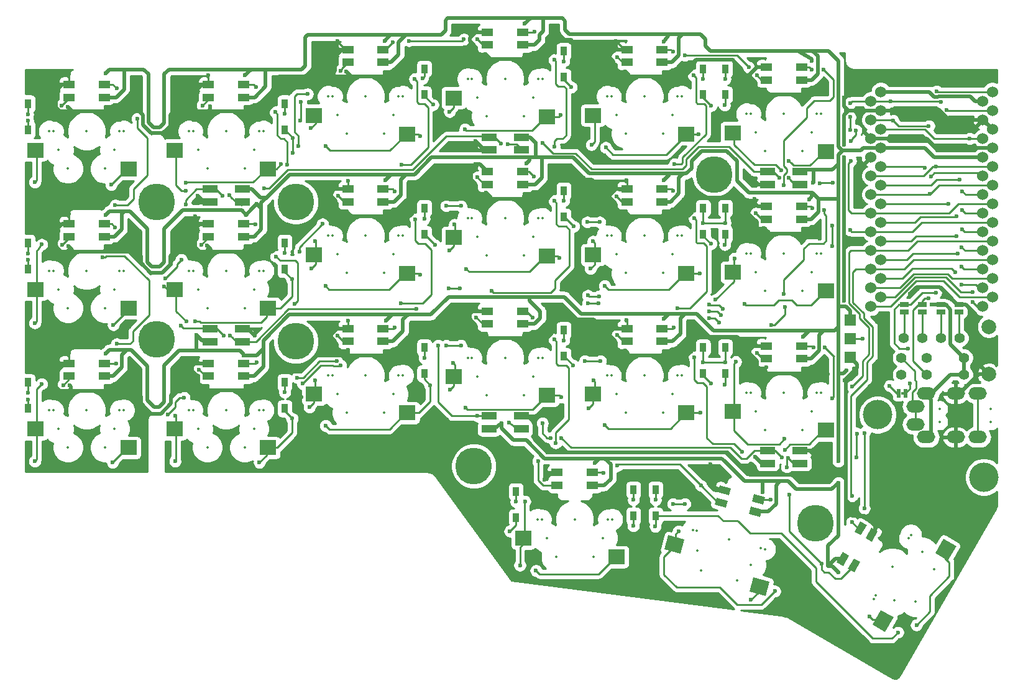
<source format=gbr>
G04 #@! TF.GenerationSoftware,KiCad,Pcbnew,5.1.5+dfsg1-2~bpo10+1*
G04 #@! TF.CreationDate,2020-09-05T13:18:22+00:00*
G04 #@! TF.ProjectId,corne-cherry,636f726e-652d-4636-9865-7272792e6b69,2.1*
G04 #@! TF.SameCoordinates,Original*
G04 #@! TF.FileFunction,Copper,L1,Top*
G04 #@! TF.FilePolarity,Positive*
%FSLAX46Y46*%
G04 Gerber Fmt 4.6, Leading zero omitted, Abs format (unit mm)*
G04 Created by KiCad (PCBNEW 5.1.5+dfsg1-2~bpo10+1) date 2020-09-05 13:18:22*
%MOMM*%
%LPD*%
G04 APERTURE LIST*
%ADD10C,0.100000*%
%ADD11R,2.300000X2.000000*%
%ADD12O,2.500000X1.700000*%
%ADD13R,2.000000X1.000000*%
%ADD14R,1.600000X1.000000*%
%ADD15C,1.524000*%
%ADD16R,0.950000X1.300000*%
%ADD17C,1.397000*%
%ADD18R,1.143000X0.635000*%
%ADD19R,1.524000X1.524000*%
%ADD20C,5.000000*%
%ADD21C,4.000000*%
%ADD22C,2.000000*%
%ADD23R,0.400000X0.400000*%
%ADD24R,0.600000X1.143000*%
%ADD25C,0.600000*%
%ADD26C,0.250000*%
%ADD27C,0.500000*%
%ADD28C,0.254000*%
%ADD29C,0.350000*%
%ADD30O,1.500000X1.000000*%
G04 APERTURE END LIST*
G04 #@! TA.AperFunction,SMDPad,CuDef*
D10*
G36*
X187325075Y-135619584D02*
G01*
X185593025Y-134619584D01*
X186743025Y-132627726D01*
X188475075Y-133627726D01*
X187325075Y-135619584D01*
G37*
G04 #@! TD.AperFunction*
G04 #@! TA.AperFunction,SMDPad,CuDef*
G36*
X178775371Y-145348107D02*
G01*
X177043321Y-144348107D01*
X178193321Y-142356249D01*
X179925371Y-143356249D01*
X178775371Y-145348107D01*
G37*
G04 #@! TD.AperFunction*
D11*
X75700000Y-82245000D03*
X63000000Y-79705000D03*
X142200000Y-135120000D03*
X129500000Y-132580000D03*
X170700000Y-117870000D03*
X158000000Y-115330000D03*
X113700000Y-115495000D03*
X101000000Y-112955000D03*
X94700000Y-120245000D03*
X82000000Y-117705000D03*
X75700000Y-120245000D03*
X63000000Y-117705000D03*
X170700000Y-98870000D03*
X158000000Y-96330000D03*
X151700000Y-96495000D03*
X139000000Y-93955000D03*
X132700000Y-94120000D03*
X120000000Y-91580000D03*
X113700000Y-96495000D03*
X101000000Y-93955000D03*
X94700000Y-101245000D03*
X82000000Y-98705000D03*
X75700000Y-101245000D03*
X63000000Y-98705000D03*
X170700000Y-79870000D03*
X158000000Y-77330000D03*
X151700000Y-77495000D03*
X139000000Y-74955000D03*
X113700000Y-77495000D03*
X101000000Y-74955000D03*
X94700000Y-82245000D03*
X82000000Y-79705000D03*
X151700000Y-115495000D03*
X139000000Y-112955000D03*
G04 #@! TA.AperFunction,SMDPad,CuDef*
D10*
G36*
X160310990Y-139839093D02*
G01*
X160828628Y-137907241D01*
X163050258Y-138502525D01*
X162532620Y-140434377D01*
X160310990Y-139839093D01*
G37*
G04 #@! TD.AperFunction*
G04 #@! TA.AperFunction,SMDPad,CuDef*
G36*
X148701132Y-134098639D02*
G01*
X149218770Y-132166787D01*
X151440400Y-132762071D01*
X150922762Y-134693923D01*
X148701132Y-134098639D01*
G37*
G04 #@! TD.AperFunction*
D11*
X132700000Y-75120000D03*
X120000000Y-72580000D03*
X132700000Y-113120000D03*
X120000000Y-110580000D03*
D12*
X184400000Y-112850000D03*
X182900000Y-117050000D03*
X191400000Y-112850000D03*
X188400000Y-112850000D03*
X191400000Y-118800000D03*
X188400000Y-118800000D03*
X184400000Y-118800000D03*
X182900000Y-114600000D03*
D13*
X162800000Y-122375000D03*
X162800000Y-120625000D03*
X167200000Y-122375000D03*
X167200000Y-120625000D03*
X167200000Y-82625000D03*
X167200000Y-84375000D03*
X162800000Y-82625000D03*
X162800000Y-84375000D03*
X129200000Y-77925000D03*
X129200000Y-79675000D03*
X124800000Y-77925000D03*
X124800000Y-79675000D03*
X91200000Y-85025000D03*
X91200000Y-86775000D03*
X86800000Y-85025000D03*
X86800000Y-86775000D03*
X86800000Y-105775000D03*
X86800000Y-104025000D03*
X91200000Y-105775000D03*
X91200000Y-104025000D03*
X124800000Y-117675000D03*
X124800000Y-115925000D03*
X129200000Y-117675000D03*
X129200000Y-115925000D03*
G04 #@! TA.AperFunction,SMDPad,CuDef*
D10*
G36*
X176924759Y-131166219D02*
G01*
X177790785Y-131666219D01*
X176990785Y-133051859D01*
X176124759Y-132551859D01*
X176924759Y-131166219D01*
G37*
G04 #@! TD.AperFunction*
G04 #@! TA.AperFunction,SMDPad,CuDef*
G36*
X175409215Y-130291219D02*
G01*
X176275241Y-130791219D01*
X175475241Y-132176859D01*
X174609215Y-131676859D01*
X175409215Y-130291219D01*
G37*
G04 #@! TD.AperFunction*
G04 #@! TA.AperFunction,SMDPad,CuDef*
G36*
X174524759Y-135323141D02*
G01*
X175390785Y-135823141D01*
X174590785Y-137208781D01*
X173724759Y-136708781D01*
X174524759Y-135323141D01*
G37*
G04 #@! TD.AperFunction*
G04 #@! TA.AperFunction,SMDPad,CuDef*
G36*
X173009215Y-134448141D02*
G01*
X173875241Y-134948141D01*
X173075241Y-136333781D01*
X172209215Y-135833781D01*
X173009215Y-134448141D01*
G37*
G04 #@! TD.AperFunction*
G04 #@! TA.AperFunction,SMDPad,CuDef*
G36*
X156006095Y-126309557D02*
G01*
X156264914Y-125343631D01*
X157810395Y-125757741D01*
X157551576Y-126723667D01*
X156006095Y-126309557D01*
G37*
G04 #@! TD.AperFunction*
G04 #@! TA.AperFunction,SMDPad,CuDef*
G36*
X155553161Y-127999927D02*
G01*
X155811980Y-127034001D01*
X157357461Y-127448111D01*
X157098642Y-128414037D01*
X155553161Y-127999927D01*
G37*
G04 #@! TD.AperFunction*
G04 #@! TA.AperFunction,SMDPad,CuDef*
G36*
X160642539Y-127551889D02*
G01*
X160901358Y-126585963D01*
X162446839Y-127000073D01*
X162188020Y-127965999D01*
X160642539Y-127551889D01*
G37*
G04 #@! TD.AperFunction*
G04 #@! TA.AperFunction,SMDPad,CuDef*
G36*
X160189605Y-129242259D02*
G01*
X160448424Y-128276333D01*
X161993905Y-128690443D01*
X161735086Y-129656369D01*
X160189605Y-129242259D01*
G37*
G04 #@! TD.AperFunction*
D14*
X134100000Y-123625000D03*
X134100000Y-125375000D03*
X138900000Y-123625000D03*
X138900000Y-125375000D03*
X162600000Y-106375000D03*
X162600000Y-108125000D03*
X167400000Y-106375000D03*
X167400000Y-108125000D03*
X143600000Y-104000000D03*
X143600000Y-105750000D03*
X148400000Y-104000000D03*
X148400000Y-105750000D03*
X124600000Y-101625000D03*
X124600000Y-103375000D03*
X129400000Y-101625000D03*
X129400000Y-103375000D03*
X105600000Y-104000000D03*
X105600000Y-105750000D03*
X110400000Y-104000000D03*
X110400000Y-105750000D03*
X86600000Y-108750000D03*
X86600000Y-110500000D03*
X91400000Y-108750000D03*
X91400000Y-110500000D03*
X67600000Y-108750000D03*
X67600000Y-110500000D03*
X72400000Y-108750000D03*
X72400000Y-110500000D03*
X162600000Y-87375000D03*
X162600000Y-89125000D03*
X167400000Y-87375000D03*
X167400000Y-89125000D03*
X143600000Y-85000000D03*
X143600000Y-86750000D03*
X148400000Y-85000000D03*
X148400000Y-86750000D03*
X124600000Y-82625000D03*
X124600000Y-84375000D03*
X129400000Y-82625000D03*
X129400000Y-84375000D03*
X105600000Y-85000000D03*
X105600000Y-86750000D03*
X110400000Y-85000000D03*
X110400000Y-86750000D03*
X86600000Y-89750000D03*
X86600000Y-91500000D03*
X91400000Y-89750000D03*
X91400000Y-91500000D03*
X67600000Y-89750000D03*
X67600000Y-91500000D03*
X72400000Y-89750000D03*
X72400000Y-91500000D03*
X162600000Y-68375000D03*
X162600000Y-70125000D03*
X167400000Y-68375000D03*
X167400000Y-70125000D03*
X143600000Y-66000000D03*
X143600000Y-67750000D03*
X148400000Y-66000000D03*
X148400000Y-67750000D03*
X124600000Y-63625000D03*
X124600000Y-65375000D03*
X129400000Y-63625000D03*
X129400000Y-65375000D03*
X105600000Y-66000000D03*
X105600000Y-67750000D03*
X110400000Y-66000000D03*
X110400000Y-67750000D03*
X86600000Y-70750000D03*
X86600000Y-72500000D03*
X91400000Y-70750000D03*
X91400000Y-72500000D03*
X67600000Y-70750000D03*
X67600000Y-72500000D03*
X72400000Y-70750000D03*
X72400000Y-72500000D03*
D15*
X192100000Y-73042000D03*
X192100000Y-75582000D03*
X192100000Y-78122000D03*
X192100000Y-80662000D03*
X192100000Y-83202000D03*
X192100000Y-85742000D03*
X192100000Y-88282000D03*
X192100000Y-90822000D03*
X192100000Y-93362000D03*
X192100000Y-95902000D03*
X192100000Y-98442000D03*
X192100000Y-100982000D03*
X176860000Y-100982000D03*
X176860000Y-98442000D03*
X176860000Y-95902000D03*
X176860000Y-93362000D03*
X176860000Y-90822000D03*
X176860000Y-88282000D03*
X176860000Y-85742000D03*
X176860000Y-83202000D03*
X176860000Y-80662000D03*
X176860000Y-78122000D03*
X176860000Y-75582000D03*
X176860000Y-73042000D03*
X193406400Y-71772000D03*
X193406400Y-74312000D03*
X193406400Y-76852000D03*
X193406400Y-79392000D03*
X193406400Y-81932000D03*
X193406400Y-84472000D03*
X193406400Y-87012000D03*
X193406400Y-89552000D03*
X193406400Y-92092000D03*
X193406400Y-94632000D03*
X193406400Y-97172000D03*
X193406400Y-99712000D03*
X178186400Y-99712000D03*
X178186400Y-97172000D03*
X178186400Y-94632000D03*
X178186400Y-92092000D03*
X178186400Y-89552000D03*
X178186400Y-87012000D03*
X178186400Y-84472000D03*
X178186400Y-81932000D03*
X178186400Y-79392000D03*
X178186400Y-76852000D03*
X178186400Y-74312000D03*
X178186400Y-71772000D03*
D16*
X154000000Y-72150000D03*
X154000000Y-68600000D03*
X62000000Y-76900000D03*
X62000000Y-73350000D03*
X97000000Y-76900000D03*
X97000000Y-73350000D03*
X116000000Y-72150000D03*
X116000000Y-68600000D03*
X135000000Y-69775000D03*
X135000000Y-66225000D03*
X157000000Y-72150000D03*
X157000000Y-68600000D03*
X62000000Y-95900000D03*
X62000000Y-92350000D03*
X97000000Y-95900000D03*
X97000000Y-92350000D03*
X116000000Y-91150000D03*
X116000000Y-87600000D03*
X135000000Y-88775000D03*
X135000000Y-85225000D03*
X154000000Y-91150000D03*
X154000000Y-87600000D03*
X157000000Y-91150000D03*
X157000000Y-87600000D03*
X62000000Y-114900000D03*
X62000000Y-111350000D03*
X97000000Y-114900000D03*
X97000000Y-111350000D03*
X116000000Y-110150000D03*
X116000000Y-106600000D03*
X135000000Y-107775000D03*
X135000000Y-104225000D03*
X157000000Y-110150000D03*
X157000000Y-106600000D03*
X128500000Y-129775000D03*
X128500000Y-126225000D03*
X144500000Y-129525000D03*
X144500000Y-125975000D03*
X147500000Y-129525000D03*
X147500000Y-125975000D03*
X154000000Y-110150000D03*
X154000000Y-106600000D03*
D17*
X189540000Y-108000000D03*
X184460000Y-108000000D03*
X189540000Y-110300000D03*
X184460000Y-110300000D03*
D18*
X188875000Y-100749620D03*
X188875000Y-101750380D03*
X186375000Y-100749620D03*
X186375000Y-101750380D03*
X183875000Y-100749620D03*
X183875000Y-101750380D03*
X181375000Y-100749620D03*
X181375000Y-101750380D03*
D19*
X174000000Y-102820000D03*
X174000000Y-105360000D03*
X174000000Y-107900000D03*
D17*
X181300000Y-105300000D03*
X183840000Y-105300000D03*
X186380000Y-105300000D03*
X188920000Y-105300000D03*
D20*
X79500000Y-105500000D03*
D21*
X177750000Y-115750000D03*
X192250000Y-124250000D03*
D20*
X79500000Y-86750000D03*
X98500000Y-86750000D03*
X98500000Y-105750000D03*
X155500000Y-83000000D03*
X122750000Y-122750000D03*
X169250000Y-130500000D03*
D17*
X181000000Y-108000000D03*
X181000000Y-110300000D03*
D22*
X192900000Y-103750000D03*
X192900000Y-110250000D03*
D23*
X181100000Y-112800000D03*
D24*
X180600000Y-112800000D03*
X181600000Y-112800000D03*
D25*
X174800000Y-77000000D03*
X174100000Y-78500000D03*
X174100000Y-81150000D03*
X157000000Y-70000000D03*
X154000000Y-70000000D03*
X62000000Y-74800000D03*
X97000000Y-74750000D03*
X135000000Y-67600000D03*
X115750000Y-69950000D03*
X62000000Y-75650000D03*
X73350000Y-84400000D03*
X102140000Y-89750000D03*
X98980000Y-93530000D03*
X154000000Y-89600000D03*
X138200000Y-89500000D03*
X139900000Y-89500000D03*
X157000000Y-89600000D03*
X62000000Y-93800000D03*
X135000000Y-86600000D03*
X119000000Y-87300000D03*
X121000000Y-87300000D03*
X116000000Y-89050000D03*
X96950000Y-93700000D03*
X80700000Y-97200000D03*
X82900000Y-94600000D03*
X174000000Y-90600000D03*
X98050000Y-80050000D03*
X96500000Y-81600000D03*
X98050000Y-78050000D03*
X83500000Y-84100000D03*
X157000000Y-108600000D03*
X154000000Y-108600000D03*
X62000000Y-112750000D03*
X135000000Y-105600000D03*
X116000000Y-108000000D03*
X174300000Y-111900000D03*
X137900000Y-108400000D03*
X140000000Y-108400000D03*
X121000000Y-106300000D03*
X119000000Y-106300000D03*
X97000000Y-112700000D03*
X83300000Y-113400000D03*
X81100000Y-115700000D03*
X99400000Y-111500000D03*
X104640000Y-109030000D03*
X115480000Y-77780000D03*
X117180000Y-73510000D03*
X102540000Y-79150000D03*
X174300000Y-126800000D03*
X149900000Y-127900000D03*
X151500000Y-127900000D03*
X147500000Y-127350000D03*
X144500000Y-127350000D03*
X128500000Y-127600000D03*
X134540000Y-74940000D03*
X136050000Y-71130000D03*
X121550000Y-76860000D03*
X153360000Y-77510000D03*
X155100000Y-73620000D03*
X140730000Y-79350000D03*
X156910000Y-73580000D03*
X165690000Y-81144990D03*
X62000000Y-94650000D03*
X73650000Y-103500000D03*
X98000000Y-97300000D03*
X84750000Y-103000000D03*
X115420000Y-96670000D03*
X117460000Y-92620000D03*
X102570000Y-98210000D03*
X134420000Y-94350000D03*
X136350000Y-90080000D03*
X121730000Y-95890000D03*
X153540000Y-96530000D03*
X155070000Y-92450000D03*
X140570000Y-98180000D03*
X159610000Y-100620000D03*
X156950000Y-92580000D03*
X62000000Y-113650000D03*
X73550000Y-122250000D03*
X98000000Y-116250000D03*
X93550000Y-122250000D03*
X116790000Y-111700000D03*
X102570000Y-117240000D03*
X134650000Y-113340000D03*
X136280000Y-109010000D03*
X121590000Y-114780000D03*
X153600000Y-115500000D03*
X155080000Y-111480000D03*
X140620000Y-117180000D03*
X156900000Y-111630000D03*
X165100000Y-120520000D03*
X127660000Y-131620000D03*
X131230000Y-136990000D03*
X144490000Y-130900000D03*
X160520000Y-140970000D03*
X183050000Y-144400000D03*
X147480000Y-130960000D03*
X180520000Y-145400000D03*
X173200000Y-80650000D03*
X173200000Y-78950000D03*
X173200000Y-91800000D03*
X169900000Y-91750000D03*
X137400000Y-120900000D03*
X190400000Y-70900000D03*
X99200000Y-109900000D03*
X99250000Y-113350000D03*
X169200000Y-121300000D03*
X131000000Y-116800000D03*
X92900000Y-105000000D03*
X95200000Y-107700000D03*
X84800000Y-88700000D03*
X85100000Y-85900000D03*
X123000000Y-78500000D03*
X123000000Y-81600000D03*
X161000000Y-83900000D03*
X161000000Y-86300000D03*
X173400000Y-120300000D03*
X67700000Y-111700000D03*
X105600000Y-106900000D03*
X122900000Y-103400000D03*
X173200000Y-72500000D03*
X170900000Y-72100000D03*
X176800000Y-130300000D03*
X132400000Y-124600000D03*
X132800000Y-120900000D03*
X157300000Y-120900000D03*
X155000000Y-122500000D03*
X155000000Y-125400000D03*
X162600000Y-109300000D03*
X143400000Y-107000000D03*
X171000000Y-110200000D03*
X85200000Y-110500000D03*
X162300000Y-90300000D03*
X143300000Y-88000000D03*
X124400000Y-85500000D03*
X105400000Y-88000000D03*
X86400000Y-92700000D03*
X67500000Y-92800000D03*
X173300000Y-111100000D03*
X173200000Y-100200000D03*
X162300000Y-71400000D03*
X143400000Y-69000000D03*
X124300000Y-66600000D03*
X105400000Y-69000000D03*
X86800000Y-73700000D03*
X67400000Y-73800000D03*
X143580000Y-83800000D03*
X143590000Y-102850000D03*
X105610000Y-83840000D03*
X105610000Y-102890000D03*
X86590000Y-69530000D03*
X67590000Y-69350000D03*
X67590000Y-88370000D03*
X67580000Y-107350000D03*
X142120000Y-64850000D03*
X104210000Y-64850000D03*
X188840000Y-75670000D03*
X189999998Y-79360000D03*
X182160000Y-99280000D03*
X168950000Y-84170000D03*
X162100000Y-124900000D03*
X161100000Y-121500000D03*
X85000000Y-104900000D03*
X93200000Y-87000000D03*
X131200000Y-78700000D03*
X185100000Y-100700000D03*
X172410000Y-120020000D03*
X131700000Y-101600000D03*
X162100000Y-126300000D03*
X168800000Y-67500000D03*
X172400000Y-137200000D03*
X172400000Y-122100000D03*
X172400000Y-125000000D03*
X129900000Y-81500000D03*
X168400000Y-86400000D03*
X167600000Y-105100000D03*
X148600000Y-102700000D03*
X110800000Y-102900000D03*
X91400000Y-107700000D03*
X72600000Y-107400000D03*
X148600000Y-83800000D03*
X110700000Y-83800000D03*
X72600000Y-88500000D03*
X173500000Y-109700000D03*
X139200000Y-122300000D03*
X148600000Y-64900000D03*
X129700000Y-62500000D03*
X110600000Y-64800000D03*
X91600000Y-69500000D03*
X72600000Y-69200000D03*
X91700000Y-88500000D03*
X126525000Y-116875000D03*
X99200000Y-73100000D03*
X99100000Y-75700000D03*
X63900000Y-111550000D03*
X62950000Y-122100000D03*
X63900000Y-92550000D03*
X62950000Y-103250000D03*
X62950000Y-84050000D03*
X185000000Y-83300000D03*
X184200000Y-82100000D03*
X82050000Y-122100000D03*
X82100000Y-115900000D03*
X83600000Y-103050000D03*
X80600000Y-98250000D03*
X98850000Y-79100000D03*
X100100000Y-72050000D03*
X83500000Y-85200000D03*
X189300000Y-85300000D03*
X188900000Y-83700000D03*
X100350000Y-114730000D03*
X101110000Y-92070000D03*
X100640000Y-95810000D03*
X100580000Y-76720000D03*
X156690000Y-101360000D03*
X154800000Y-100700000D03*
X119300000Y-98500000D03*
X120900000Y-98500000D03*
X138300000Y-99500000D03*
X139800000Y-99600000D03*
X101150000Y-111100000D03*
X189300000Y-87900000D03*
X187400000Y-87000000D03*
X119520000Y-112300000D03*
X119400000Y-93350000D03*
X119450000Y-74450000D03*
X129710000Y-127560000D03*
X154800000Y-101700000D03*
X156400000Y-102200000D03*
X138300000Y-100600000D03*
X139700000Y-100600000D03*
X119970000Y-108690000D03*
X120110000Y-89830000D03*
X129030000Y-136260000D03*
X189300000Y-90500000D03*
X188500000Y-88700000D03*
X163750000Y-139790000D03*
X138420000Y-114850000D03*
X150660000Y-131610000D03*
X156200000Y-103200000D03*
X154800000Y-102600000D03*
X139090000Y-111090000D03*
X138640000Y-95840000D03*
X139000000Y-92120000D03*
X138780000Y-78960000D03*
X189200000Y-92900000D03*
X188500000Y-91400000D03*
X158250000Y-94430000D03*
X171600000Y-92800000D03*
X171600000Y-89950000D03*
X165060000Y-119050000D03*
X176670000Y-143260000D03*
X174840000Y-121580000D03*
X174960000Y-118300000D03*
X155690000Y-100080000D03*
X158440000Y-108530000D03*
X189200000Y-95600000D03*
X188700000Y-93800000D03*
X164602080Y-82414017D03*
X174000000Y-76950000D03*
X171620000Y-84160000D03*
X169900000Y-84200000D03*
X174000000Y-75200000D03*
X174000000Y-73300000D03*
X165625011Y-83490624D03*
X179500000Y-73042000D03*
X175700000Y-105360000D03*
X186400000Y-73160000D03*
X185781882Y-71653459D03*
X179400000Y-111800000D03*
X187180000Y-74190000D03*
X179860000Y-75650000D03*
X184740000Y-76400000D03*
X74100000Y-71300000D03*
X85800000Y-73600000D03*
X76900000Y-75400000D03*
X73900000Y-87200000D03*
X73900000Y-90200000D03*
X66600000Y-73600000D03*
X111700000Y-65000000D03*
X113900000Y-64800000D03*
X121400000Y-64600000D03*
X123200000Y-64600000D03*
X133700000Y-67400000D03*
X133700000Y-79200000D03*
X123200000Y-83400000D03*
X131000000Y-63600000D03*
X152800000Y-89000000D03*
X150000000Y-103900000D03*
X150500000Y-101200000D03*
X142200000Y-86000000D03*
X66800000Y-111700000D03*
X98700000Y-110700000D03*
X93200000Y-108600000D03*
X104200000Y-105000000D03*
X104085007Y-108453804D03*
X133700000Y-86600000D03*
X125200000Y-98900000D03*
X130900000Y-83300000D03*
X123100000Y-102500000D03*
X170400000Y-68700000D03*
X165000000Y-84450000D03*
X168800000Y-68700000D03*
X161200000Y-88300000D03*
X74100000Y-106100000D03*
X72200000Y-94300000D03*
X74000000Y-108800000D03*
X66700000Y-92600000D03*
X114800000Y-89100000D03*
X112000000Y-103900000D03*
X112800000Y-100600000D03*
X104300000Y-85900000D03*
X133700000Y-105500000D03*
X133900000Y-119600000D03*
X130800000Y-102500000D03*
X131500000Y-122100000D03*
X190300000Y-78122000D03*
X184900000Y-85700000D03*
X184700000Y-99900000D03*
X185700000Y-99100000D03*
X181900000Y-106700000D03*
X185700000Y-81900000D03*
X151500000Y-66800000D03*
X160200000Y-68400000D03*
X149900000Y-66300000D03*
X161300000Y-69500000D03*
X189200000Y-98000000D03*
X188300000Y-96300000D03*
X190700000Y-100400000D03*
X190700000Y-99000000D03*
X95700000Y-74500000D03*
X97350000Y-81700000D03*
X93100000Y-71100000D03*
X85600000Y-92600000D03*
X112900000Y-81700000D03*
X114700000Y-70000000D03*
X112000000Y-85300000D03*
X104600000Y-68900000D03*
X150100000Y-81600000D03*
X152700000Y-69500000D03*
X149900000Y-85200000D03*
X142300000Y-67000000D03*
X95800000Y-94200000D03*
X98350000Y-100650000D03*
X93000000Y-89800000D03*
X85300000Y-109600000D03*
X163300000Y-103500000D03*
X170500000Y-87900000D03*
X165150000Y-101050000D03*
X164950000Y-99300000D03*
X168900000Y-87600000D03*
X161300000Y-107300000D03*
X152800000Y-107900000D03*
X159300000Y-120800000D03*
X142300000Y-104900000D03*
X163169990Y-127300000D03*
X174250000Y-130400000D03*
X175950000Y-128500000D03*
X175950000Y-118250000D03*
X171550000Y-113550000D03*
X170600000Y-106600000D03*
X169000000Y-106600000D03*
X140400000Y-123700000D03*
X142300000Y-122700000D03*
X153700000Y-125400000D03*
X182200000Y-111500000D03*
X170100000Y-136000000D03*
X165375000Y-122875000D03*
X165600000Y-121675000D03*
X165702821Y-126640010D03*
X94150000Y-84900000D03*
X89425000Y-85850000D03*
X126425000Y-78775000D03*
X83500000Y-87100000D03*
X82850000Y-103650000D03*
X88475000Y-85875000D03*
X88675000Y-104950000D03*
X132100000Y-78700000D03*
X127400000Y-78875000D03*
X164375000Y-83450000D03*
X117900000Y-106300000D03*
X114975000Y-101325000D03*
X123225000Y-115925000D03*
X89550000Y-104925000D03*
X134700000Y-118900000D03*
X133260000Y-118900000D03*
X132100000Y-116900000D03*
X127550000Y-116850000D03*
X164750000Y-121600004D03*
D26*
X174800000Y-77000000D02*
X174800000Y-77600000D01*
X174800000Y-77600000D02*
X174300000Y-78100000D01*
X174300000Y-78100000D02*
X174300000Y-78300000D01*
X174300000Y-78300000D02*
X174100000Y-78500000D01*
X174182000Y-88282000D02*
X176860000Y-88282000D01*
X173775002Y-87875002D02*
X174182000Y-88282000D01*
X173775002Y-81474998D02*
X173775002Y-87875002D01*
X174100000Y-81150000D02*
X173775002Y-81474998D01*
X157000000Y-68600000D02*
X157000000Y-70000000D01*
X154000000Y-70000000D02*
X154000000Y-68600000D01*
X62000000Y-74800000D02*
X62000000Y-73350000D01*
X97000000Y-74750000D02*
X97000000Y-73350000D01*
X135000000Y-67600000D02*
X135000000Y-66225000D01*
X116000000Y-69700000D02*
X116000000Y-68600000D01*
X115750000Y-69950000D02*
X116000000Y-69700000D01*
X176860000Y-88282000D02*
X187518000Y-88282000D01*
X187518000Y-88282000D02*
X188788000Y-87012000D01*
X188788000Y-87012000D02*
X193406400Y-87012000D01*
X62000000Y-75650000D02*
X62000000Y-76900000D01*
X75500000Y-82250000D02*
X73350000Y-84400000D01*
X75500000Y-82245000D02*
X75500000Y-82250000D01*
X98980000Y-92910000D02*
X98980000Y-93530000D01*
X98980000Y-92910000D02*
X102140000Y-89750000D01*
X157000000Y-87600000D02*
X157000000Y-89600000D01*
X154000000Y-87600000D02*
X154000000Y-89600000D01*
X139900000Y-89500000D02*
X138200000Y-89500000D01*
X154000000Y-89600000D02*
X157000000Y-89600000D01*
X62000000Y-92350000D02*
X62000000Y-93800000D01*
X135000000Y-86600000D02*
X135000000Y-85225000D01*
X121000000Y-87300000D02*
X119000000Y-87300000D01*
X116000000Y-89050000D02*
X116000000Y-87600000D01*
X97000000Y-93650000D02*
X97000000Y-92350000D01*
X96950000Y-93700000D02*
X97000000Y-93650000D01*
X82300000Y-95600000D02*
X80700000Y-97200000D01*
X82300000Y-95200000D02*
X82300000Y-95600000D01*
X82900000Y-94600000D02*
X82300000Y-95200000D01*
X176860000Y-90822000D02*
X182478000Y-90822000D01*
X183748000Y-89552000D02*
X193406400Y-89552000D01*
X182478000Y-90822000D02*
X183748000Y-89552000D01*
X174000000Y-90600000D02*
X174222000Y-90822000D01*
X174222000Y-90822000D02*
X176860000Y-90822000D01*
X98050000Y-78050000D02*
X98050000Y-80050000D01*
X98050000Y-78050000D02*
X98050000Y-77950000D01*
X98050000Y-77950000D02*
X97000000Y-76900000D01*
X95855000Y-82245000D02*
X96500000Y-81600000D01*
X92670000Y-84075000D02*
X94500000Y-82245000D01*
X94500000Y-82245000D02*
X95855000Y-82245000D01*
X83525000Y-84075000D02*
X92670000Y-84075000D01*
X83500000Y-84100000D02*
X83525000Y-84075000D01*
X154000000Y-108550000D02*
X154000000Y-108600000D01*
X62000000Y-112750000D02*
X62000000Y-111350000D01*
X135000000Y-105600000D02*
X135000000Y-104225000D01*
X116000000Y-106600000D02*
X116000000Y-108000000D01*
X176860000Y-93362000D02*
X181938000Y-93362000D01*
X183208000Y-92092000D02*
X193406400Y-92092000D01*
X181938000Y-93362000D02*
X183208000Y-92092000D01*
X154000000Y-108600000D02*
X157000000Y-108600000D01*
X140000000Y-108400000D02*
X137900000Y-108400000D01*
X121000000Y-106300000D02*
X119000000Y-106300000D01*
X157000000Y-106565000D02*
X157000000Y-108600000D01*
X97000000Y-111350000D02*
X97000000Y-112700000D01*
X82700000Y-113400000D02*
X83300000Y-113400000D01*
X82100000Y-114000000D02*
X82700000Y-113400000D01*
X82100000Y-114700000D02*
X82100000Y-114000000D01*
X81100000Y-115700000D02*
X82100000Y-114700000D01*
X174138000Y-93362000D02*
X176860000Y-93362000D01*
X175300000Y-102000000D02*
X173900000Y-100600000D01*
X174300000Y-111900000D02*
X175700000Y-110500000D01*
X175700000Y-108400000D02*
X176600000Y-107500000D01*
X175700000Y-110500000D02*
X175700000Y-108400000D01*
X176600000Y-103900000D02*
X175300000Y-102600000D01*
X176600000Y-107500000D02*
X176600000Y-103900000D01*
X173900000Y-100600000D02*
X173900000Y-93600000D01*
X175300000Y-102600000D02*
X175300000Y-102000000D01*
X173900000Y-93600000D02*
X174138000Y-93362000D01*
X154000000Y-108550000D02*
X154000000Y-106565000D01*
X104540000Y-109130000D02*
X104640000Y-109030000D01*
X103500000Y-109000000D02*
X103630000Y-109130000D01*
X101900000Y-109000000D02*
X103500000Y-109000000D01*
X103630000Y-109130000D02*
X104540000Y-109130000D01*
X99400000Y-111500000D02*
X101900000Y-109000000D01*
X115195000Y-77495000D02*
X113500000Y-77495000D01*
X115480000Y-77780000D02*
X115195000Y-77495000D01*
X116000000Y-72150000D02*
X116000000Y-72330000D01*
X116000000Y-72330000D02*
X117180000Y-73510000D01*
X113500000Y-77495000D02*
X113500000Y-77580000D01*
X113500000Y-77580000D02*
X111310000Y-79770000D01*
X111310000Y-79770000D02*
X103160000Y-79770000D01*
X103160000Y-79770000D02*
X102540000Y-79150000D01*
X149900000Y-127900000D02*
X151500000Y-127900000D01*
X147500000Y-127350000D02*
X147500000Y-125975000D01*
X144500000Y-125975000D02*
X144500000Y-127350000D01*
X128500000Y-127600000D02*
X128500000Y-126225000D01*
X176860000Y-95902000D02*
X181398000Y-95902000D01*
X182668000Y-94632000D02*
X193406400Y-94632000D01*
X181398000Y-95902000D02*
X182668000Y-94632000D01*
X174100000Y-113200000D02*
X176118199Y-111181801D01*
X174100000Y-126600000D02*
X174100000Y-113200000D01*
X174300000Y-126800000D02*
X174100000Y-126600000D01*
X176300000Y-108600000D02*
X177100000Y-107800000D01*
X175900000Y-102563602D02*
X175900000Y-101949998D01*
X175900000Y-101949998D02*
X174400000Y-100449998D01*
X176300000Y-111000000D02*
X176300000Y-108600000D01*
X177100000Y-107800000D02*
X177100000Y-103763602D01*
X174400000Y-96300000D02*
X174798000Y-95902000D01*
X176860000Y-95902000D02*
X174798000Y-95902000D01*
X177100000Y-103763602D02*
X175900000Y-102563602D01*
X174400000Y-100449998D02*
X174400000Y-96300000D01*
X176118199Y-111181801D02*
X176300000Y-111000000D01*
X134360000Y-75120000D02*
X132500000Y-75120000D01*
X134540000Y-74940000D02*
X134360000Y-75120000D01*
X135000000Y-69775000D02*
X135000000Y-70080000D01*
X135000000Y-70080000D02*
X136050000Y-71130000D01*
X132500000Y-75120000D02*
X132500000Y-75240000D01*
X132500000Y-75240000D02*
X130700000Y-77040000D01*
X130700000Y-77040000D02*
X121730000Y-77040000D01*
X121730000Y-77040000D02*
X121550000Y-76860000D01*
X153345000Y-77495000D02*
X151500000Y-77495000D01*
X153360000Y-77510000D02*
X153345000Y-77495000D01*
X154000000Y-72150000D02*
X154000000Y-72520000D01*
X154000000Y-72520000D02*
X155100000Y-73620000D01*
X151500000Y-77495000D02*
X151500000Y-77770000D01*
X151500000Y-77770000D02*
X148970000Y-80300000D01*
X148970000Y-80300000D02*
X141680000Y-80300000D01*
X141680000Y-80300000D02*
X140730000Y-79350000D01*
X157000000Y-73490000D02*
X157000000Y-72150000D01*
X156910000Y-73580000D02*
X157000000Y-73490000D01*
X168560000Y-81770000D02*
X166315010Y-81770000D01*
X170500000Y-79870000D02*
X170460000Y-79870000D01*
X170460000Y-79870000D02*
X168560000Y-81770000D01*
X165989999Y-81444989D02*
X165690000Y-81144990D01*
X166315010Y-81770000D02*
X165989999Y-81444989D01*
X62000000Y-94650000D02*
X62000000Y-95900000D01*
X75500000Y-101245000D02*
X75500000Y-101650000D01*
X75500000Y-101650000D02*
X73650000Y-103500000D01*
X97000000Y-95900000D02*
X97000000Y-96300000D01*
X97000000Y-96300000D02*
X98000000Y-97300000D01*
X94500000Y-101245000D02*
X96355000Y-101245000D01*
X98000000Y-99600000D02*
X98000000Y-97300000D01*
X96355000Y-101245000D02*
X98000000Y-99600000D01*
X84750000Y-103000000D02*
X85400000Y-103000000D01*
X94500000Y-102400000D02*
X94500000Y-101245000D01*
X93750000Y-103150000D02*
X94500000Y-102400000D01*
X85550000Y-103150000D02*
X93750000Y-103150000D01*
X85400000Y-103000000D02*
X85550000Y-103150000D01*
X115245000Y-96495000D02*
X113500000Y-96495000D01*
X115420000Y-96670000D02*
X115245000Y-96495000D01*
X116000000Y-91150000D02*
X116000000Y-91160000D01*
X116000000Y-91160000D02*
X117460000Y-92620000D01*
X113500000Y-96495000D02*
X113395000Y-96495000D01*
X113395000Y-96495000D02*
X111230000Y-98660000D01*
X111230000Y-98660000D02*
X103020000Y-98660000D01*
X103020000Y-98660000D02*
X102570000Y-98210000D01*
X134190000Y-94120000D02*
X132500000Y-94120000D01*
X134420000Y-94350000D02*
X134190000Y-94120000D01*
X135000000Y-88775000D02*
X135045000Y-88775000D01*
X135045000Y-88775000D02*
X136350000Y-90080000D01*
X121730000Y-95890000D02*
X122120000Y-96280000D01*
X122120000Y-96280000D02*
X130340000Y-96280000D01*
X130340000Y-96280000D02*
X132500000Y-94120000D01*
X153505000Y-96495000D02*
X151500000Y-96495000D01*
X153540000Y-96530000D02*
X153505000Y-96495000D01*
X155070000Y-92450000D02*
X154000000Y-91380000D01*
X154000000Y-91380000D02*
X154000000Y-91150000D01*
X151500000Y-96495000D02*
X151500000Y-96530000D01*
X151500000Y-96530000D02*
X149290000Y-98740000D01*
X149290000Y-98740000D02*
X141130000Y-98740000D01*
X141130000Y-98740000D02*
X140570000Y-98180000D01*
X164300000Y-100150000D02*
X166050000Y-100150000D01*
X170500000Y-99020000D02*
X168670000Y-100850000D01*
X163600000Y-100850000D02*
X164300000Y-100150000D01*
X159840000Y-100850000D02*
X159610000Y-100620000D01*
X159840000Y-100850000D02*
X163600000Y-100850000D01*
X166750000Y-100850000D02*
X168670000Y-100850000D01*
X166050000Y-100150000D02*
X166750000Y-100850000D01*
X157000000Y-92530000D02*
X157000000Y-91150000D01*
X156950000Y-92580000D02*
X157000000Y-92530000D01*
X170500000Y-98870000D02*
X170500000Y-99020000D01*
X62000000Y-113650000D02*
X62000000Y-114900000D01*
X75500000Y-120245000D02*
X75500000Y-120300000D01*
X75500000Y-120300000D02*
X73550000Y-122250000D01*
X97000000Y-114900000D02*
X97000000Y-115250000D01*
X97000000Y-115250000D02*
X98000000Y-116250000D01*
X94500000Y-120245000D02*
X95955000Y-120245000D01*
X98000000Y-118200000D02*
X98000000Y-116250000D01*
X95955000Y-120245000D02*
X98000000Y-118200000D01*
X94500000Y-121300000D02*
X94500000Y-120245000D01*
X93550000Y-122250000D02*
X94500000Y-121300000D01*
X116790000Y-111700000D02*
X116790000Y-113970000D01*
X115265000Y-115495000D02*
X113500000Y-115495000D01*
X116790000Y-113970000D02*
X115265000Y-115495000D01*
X116000000Y-110910000D02*
X116790000Y-111700000D01*
X116000000Y-110150000D02*
X116000000Y-110910000D01*
X113500000Y-115495000D02*
X113495000Y-115495000D01*
X113495000Y-115495000D02*
X111250000Y-117740000D01*
X111250000Y-117740000D02*
X103070000Y-117740000D01*
X103070000Y-117740000D02*
X102570000Y-117240000D01*
X134430000Y-113120000D02*
X132500000Y-113120000D01*
X134650000Y-113340000D02*
X134430000Y-113120000D01*
X135000000Y-107775000D02*
X135045000Y-107775000D01*
X135045000Y-107775000D02*
X136280000Y-109010000D01*
X132500000Y-113120000D02*
X132500000Y-113370000D01*
X132500000Y-113370000D02*
X130790000Y-115080000D01*
X130790000Y-115080000D02*
X121890000Y-115080000D01*
X121890000Y-115080000D02*
X121590000Y-114780000D01*
X153595000Y-115495000D02*
X151500000Y-115495000D01*
X153600000Y-115500000D02*
X153595000Y-115495000D01*
X154000000Y-110150000D02*
X154000000Y-110400000D01*
X154000000Y-110400000D02*
X155080000Y-111480000D01*
X151500000Y-115495000D02*
X151500000Y-115660000D01*
X151500000Y-115660000D02*
X149530000Y-117630000D01*
X149530000Y-117630000D02*
X141070000Y-117630000D01*
X141070000Y-117630000D02*
X140620000Y-117180000D01*
X157000000Y-111530000D02*
X157000000Y-110150000D01*
X156900000Y-111630000D02*
X157000000Y-111530000D01*
X170500000Y-117870000D02*
X170330000Y-117870000D01*
X170330000Y-117870000D02*
X168430000Y-119770000D01*
X168430000Y-119770000D02*
X165850000Y-119770000D01*
X165850000Y-119770000D02*
X165100000Y-120520000D01*
X128500000Y-130780000D02*
X128500000Y-129775000D01*
X127660000Y-131620000D02*
X128500000Y-130780000D01*
X142000000Y-135120000D02*
X142000000Y-135220000D01*
X142000000Y-135220000D02*
X139780000Y-137440000D01*
X139780000Y-137440000D02*
X131680000Y-137440000D01*
X131680000Y-137440000D02*
X131230000Y-136990000D01*
X144500000Y-129525000D02*
X144500000Y-130890000D01*
X144500000Y-130890000D02*
X144490000Y-130900000D01*
X160520000Y-140970000D02*
X161487439Y-140002561D01*
X161487439Y-140002561D02*
X161487439Y-139119045D01*
X184860000Y-140440000D02*
X184860000Y-142590000D01*
X187530000Y-137770000D02*
X184860000Y-140440000D01*
X187530000Y-135830000D02*
X187530000Y-137770000D01*
X186934050Y-135234050D02*
X187530000Y-135830000D01*
X184860000Y-142590000D02*
X183050000Y-144400000D01*
X147480000Y-130960000D02*
X147500000Y-130940000D01*
X147500000Y-130940000D02*
X147500000Y-129525000D01*
X186934050Y-134296860D02*
X186934050Y-135234050D01*
X179695000Y-146225000D02*
X180520000Y-145400000D01*
X169400000Y-136630000D02*
X169400000Y-138525000D01*
X164620000Y-131850000D02*
X169400000Y-136630000D01*
X160370000Y-131850000D02*
X164620000Y-131850000D01*
X169400000Y-138525000D02*
X177100000Y-146225000D01*
X158785949Y-130265949D02*
X160370000Y-131850000D01*
X156740000Y-130230000D02*
X158650143Y-130230000D01*
X177100000Y-146225000D02*
X179695000Y-146225000D01*
X147500000Y-129525000D02*
X156035000Y-129525000D01*
X156035000Y-129525000D02*
X156740000Y-130230000D01*
X158650143Y-130230000D02*
X158785949Y-130265949D01*
D27*
X173200000Y-91800000D02*
X173200000Y-80650000D01*
X173200000Y-78950000D02*
X173200000Y-74900000D01*
X173200000Y-74900000D02*
X173788000Y-74312000D01*
X162900000Y-91100000D02*
X169250000Y-91100000D01*
X169900000Y-91750000D02*
X169250000Y-91100000D01*
X76800000Y-93500000D02*
X68000000Y-93500000D01*
X169200000Y-123900000D02*
X169200000Y-121300000D01*
X168525000Y-120625000D02*
X167400000Y-120625000D01*
X169200000Y-121300000D02*
X168525000Y-120625000D01*
X130950000Y-116750000D02*
X131000000Y-116800000D01*
X132800000Y-120900000D02*
X131000000Y-119100000D01*
X131000000Y-119100000D02*
X131000000Y-116800000D01*
X130125000Y-115925000D02*
X129400000Y-115925000D01*
X92900000Y-105000000D02*
X91925000Y-104025000D01*
X91925000Y-104025000D02*
X91400000Y-104025000D01*
X84800000Y-90400000D02*
X84800000Y-88700000D01*
X85100000Y-85900000D02*
X85975000Y-86775000D01*
X85975000Y-86775000D02*
X86600000Y-86775000D01*
X123000000Y-78500000D02*
X124175000Y-79675000D01*
X124175000Y-79675000D02*
X124600000Y-79675000D01*
X162600000Y-84375000D02*
X161475000Y-84375000D01*
X161475000Y-84375000D02*
X161000000Y-83900000D01*
X161000000Y-86900000D02*
X161000000Y-86300000D01*
X176860000Y-78122000D02*
X184422000Y-78122000D01*
X185692000Y-79392000D02*
X193406400Y-79392000D01*
X184422000Y-78122000D02*
X185692000Y-79392000D01*
X188875000Y-100749620D02*
X189749620Y-100749620D01*
X189749620Y-100749620D02*
X191100000Y-102100000D01*
X67900000Y-111900000D02*
X67900000Y-112500000D01*
X67700000Y-111700000D02*
X67900000Y-111900000D01*
X67600000Y-89750000D02*
X66650000Y-89750000D01*
X66500000Y-93500000D02*
X68000000Y-93500000D01*
X65800000Y-92800000D02*
X66500000Y-93500000D01*
X65800000Y-90600000D02*
X65800000Y-92800000D01*
X66650000Y-89750000D02*
X65800000Y-90600000D01*
X85200000Y-110500000D02*
X85100000Y-110500000D01*
X84750000Y-108750000D02*
X86600000Y-108750000D01*
X84400000Y-109100000D02*
X84750000Y-108750000D01*
X84400000Y-109800000D02*
X84400000Y-109100000D01*
X85100000Y-110500000D02*
X84400000Y-109800000D01*
X85200000Y-110500000D02*
X85200000Y-111900000D01*
X85200000Y-111900000D02*
X84700000Y-112400000D01*
X105600000Y-104000000D02*
X104100000Y-104000000D01*
X103800000Y-105700000D02*
X103800000Y-107700000D01*
X103300000Y-105200000D02*
X103800000Y-105700000D01*
X103300000Y-104800000D02*
X103300000Y-105200000D01*
X104100000Y-104000000D02*
X103300000Y-104800000D01*
X105600000Y-106900000D02*
X105600000Y-107700000D01*
X105600000Y-107700000D02*
X105600000Y-107600000D01*
X105600000Y-85000000D02*
X103300000Y-85000000D01*
X103900000Y-86600000D02*
X103900000Y-88700000D01*
X103000000Y-85700000D02*
X103900000Y-86600000D01*
X103000000Y-85300000D02*
X103000000Y-85700000D01*
X103300000Y-85000000D02*
X103000000Y-85300000D01*
X124600000Y-63625000D02*
X122975000Y-63625000D01*
X122800000Y-66700000D02*
X122200000Y-67300000D01*
X122800000Y-65400000D02*
X122800000Y-66700000D01*
X122200000Y-64800000D02*
X122800000Y-65400000D01*
X122200000Y-64400000D02*
X122200000Y-64800000D01*
X122975000Y-63625000D02*
X122200000Y-64400000D01*
X123000000Y-81600000D02*
X123575000Y-81600000D01*
X123575000Y-81600000D02*
X124600000Y-82625000D01*
X123000000Y-81600000D02*
X123000000Y-81900000D01*
X123700000Y-86300000D02*
X123000000Y-85600000D01*
X123000000Y-84300000D02*
X123000000Y-85600000D01*
X122400000Y-83700000D02*
X123000000Y-84300000D01*
X122400000Y-82500000D02*
X122400000Y-83700000D01*
X123000000Y-81900000D02*
X122400000Y-82500000D01*
X122900000Y-103400000D02*
X122200000Y-102700000D01*
X122575000Y-101625000D02*
X123875000Y-101625000D01*
X122200000Y-102000000D02*
X122575000Y-101625000D01*
X122200000Y-102700000D02*
X122200000Y-102000000D01*
X123875000Y-101625000D02*
X124600000Y-101625000D01*
X122900000Y-104500000D02*
X123700000Y-105300000D01*
X122900000Y-103400000D02*
X122900000Y-104500000D01*
X143600000Y-104000000D02*
X141300000Y-104000000D01*
X141300000Y-104000000D02*
X140800000Y-104500000D01*
X142500000Y-85000000D02*
X142100000Y-85000000D01*
X142100000Y-85000000D02*
X141100000Y-86000000D01*
X142100000Y-66000000D02*
X142000000Y-66000000D01*
X142000000Y-66000000D02*
X141100000Y-66900000D01*
X158400000Y-68800000D02*
X158400000Y-67800000D01*
X158400000Y-68800000D02*
X159100000Y-69500000D01*
X151400000Y-69700000D02*
X152600000Y-68500000D01*
X143900000Y-69700000D02*
X151400000Y-69700000D01*
X159100000Y-69500000D02*
X160200000Y-69500000D01*
X152600000Y-67800000D02*
X152600000Y-68500000D01*
X153000000Y-67400000D02*
X152600000Y-67800000D01*
X158000000Y-67400000D02*
X153000000Y-67400000D01*
X158400000Y-67800000D02*
X158000000Y-67400000D01*
D26*
X162600000Y-68375000D02*
X162600000Y-68100000D01*
D27*
X162600000Y-68375000D02*
X161325000Y-68375000D01*
X161325000Y-68375000D02*
X160200000Y-69500000D01*
X173200000Y-72500000D02*
X173200000Y-73700000D01*
X173200000Y-73700000D02*
X173812000Y-74312000D01*
X173812000Y-74312000D02*
X173788000Y-74312000D01*
X163000000Y-72100000D02*
X170900000Y-72100000D01*
X178186400Y-74312000D02*
X173788000Y-74312000D01*
X160050000Y-87250000D02*
X160650000Y-87250000D01*
X160650000Y-87250000D02*
X161000000Y-86900000D01*
X161300000Y-90600000D02*
X161300000Y-89500000D01*
X144000000Y-88700000D02*
X151900000Y-88700000D01*
X152500000Y-88100000D02*
X151900000Y-88700000D01*
X152500000Y-86800000D02*
X152500000Y-88100000D01*
X153100000Y-86200000D02*
X152500000Y-86800000D01*
X159000000Y-86200000D02*
X153100000Y-86200000D01*
X161800000Y-91100000D02*
X161300000Y-90600000D01*
X161800000Y-91100000D02*
X162900000Y-91100000D01*
X160100000Y-87300000D02*
X160050000Y-87250000D01*
X160050000Y-87250000D02*
X159000000Y-86200000D01*
X160100000Y-88300000D02*
X160100000Y-87300000D01*
X161300000Y-89500000D02*
X160100000Y-88300000D01*
X161700000Y-106375000D02*
X159875000Y-106375000D01*
X159875000Y-106375000D02*
X159450000Y-105950000D01*
X161300000Y-109200000D02*
X161300000Y-108400000D01*
X161300000Y-108400000D02*
X159450000Y-106550000D01*
X159450000Y-106550000D02*
X159450000Y-105950000D01*
X162200000Y-110100000D02*
X162300000Y-110100000D01*
X162200000Y-110100000D02*
X161300000Y-109200000D01*
X158600000Y-105100000D02*
X153200000Y-105100000D01*
X159450000Y-105950000D02*
X158600000Y-105100000D01*
X143700000Y-107700000D02*
X151800000Y-107700000D01*
X152400000Y-107100000D02*
X151800000Y-107700000D01*
X152400000Y-105900000D02*
X152400000Y-107100000D01*
X153200000Y-105100000D02*
X152400000Y-105900000D01*
X176800000Y-130300000D02*
X177400000Y-130900000D01*
X177400000Y-130900000D02*
X177400000Y-131666811D01*
X177400000Y-131666811D02*
X176957772Y-132109039D01*
X174300000Y-129500000D02*
X176000000Y-129500000D01*
X173400000Y-122900000D02*
X173400000Y-128600000D01*
X173400000Y-128600000D02*
X174300000Y-129500000D01*
X176000000Y-129500000D02*
X176800000Y-130300000D01*
X132400000Y-124600000D02*
X133375000Y-123625000D01*
X133375000Y-123625000D02*
X134100000Y-123625000D01*
X155000000Y-125400000D02*
X155000000Y-122500000D01*
X155000000Y-125400000D02*
X155633649Y-126033649D01*
X155633649Y-126033649D02*
X156908245Y-126033649D01*
X173400000Y-122900000D02*
X172400000Y-123900000D01*
X157300000Y-120900000D02*
X137400000Y-120900000D01*
X137400000Y-120900000D02*
X132800000Y-120900000D01*
X160300000Y-123900000D02*
X157300000Y-120900000D01*
X172400000Y-123900000D02*
X169200000Y-123900000D01*
X161700000Y-106375000D02*
X162600000Y-106375000D01*
X162300000Y-109600000D02*
X162300000Y-110100000D01*
X162600000Y-109300000D02*
X162300000Y-109600000D01*
X143700000Y-107700000D02*
X143700000Y-107300000D01*
X143700000Y-107300000D02*
X143400000Y-107000000D01*
X105600000Y-104000000D02*
X104900000Y-104000000D01*
X170900000Y-110100000D02*
X162300000Y-110100000D01*
X171000000Y-110200000D02*
X170900000Y-110100000D01*
X143700000Y-107700000D02*
X142900000Y-107700000D01*
X142000000Y-105700000D02*
X140800000Y-104500000D01*
X142000000Y-106800000D02*
X142000000Y-105700000D01*
X142900000Y-107700000D02*
X142000000Y-106800000D01*
X140800000Y-104500000D02*
X139100000Y-102800000D01*
X139100000Y-102800000D02*
X134000000Y-102800000D01*
X134000000Y-102800000D02*
X133400000Y-103400000D01*
X133400000Y-103400000D02*
X133400000Y-104600000D01*
X133400000Y-104600000D02*
X132700000Y-105300000D01*
X132700000Y-105300000D02*
X123700000Y-105300000D01*
X113700000Y-107700000D02*
X105600000Y-107700000D01*
X105600000Y-107700000D02*
X104700000Y-107700000D01*
X114400000Y-107000000D02*
X113700000Y-107700000D01*
X114400000Y-105600000D02*
X114400000Y-107000000D01*
X114900000Y-105100000D02*
X114400000Y-105600000D01*
X117000000Y-105100000D02*
X114900000Y-105100000D01*
X117200000Y-105300000D02*
X117000000Y-105100000D01*
X123700000Y-105300000D02*
X117200000Y-105300000D01*
X103800000Y-107700000D02*
X101400000Y-107700000D01*
X65800000Y-112000000D02*
X65800000Y-110000000D01*
X66300000Y-112500000D02*
X65800000Y-112000000D01*
X76600000Y-112500000D02*
X67900000Y-112500000D01*
X67900000Y-112500000D02*
X66300000Y-112500000D01*
X77400000Y-113300000D02*
X76600000Y-112500000D01*
X77400000Y-114200000D02*
X77400000Y-113300000D01*
X78800000Y-115600000D02*
X77400000Y-114200000D01*
X80100000Y-115600000D02*
X78800000Y-115600000D01*
X81500000Y-114200000D02*
X80100000Y-115600000D01*
X81500000Y-113100000D02*
X81500000Y-114200000D01*
X82200000Y-112400000D02*
X81500000Y-113100000D01*
X84700000Y-112400000D02*
X82200000Y-112400000D01*
X161500000Y-87375000D02*
X161475000Y-87375000D01*
X161475000Y-87375000D02*
X161000000Y-86900000D01*
X161425000Y-87375000D02*
X161500000Y-87375000D01*
X161500000Y-87375000D02*
X162600000Y-87375000D01*
X162300000Y-90300000D02*
X162900000Y-90900000D01*
X162900000Y-90900000D02*
X162900000Y-91100000D01*
X144000000Y-88700000D02*
X143300000Y-88000000D01*
X125100000Y-86200000D02*
X125100000Y-86300000D01*
X124400000Y-85500000D02*
X125100000Y-86200000D01*
X106300000Y-88700000D02*
X106100000Y-88700000D01*
X106100000Y-88700000D02*
X105400000Y-88000000D01*
X85400000Y-93500000D02*
X84800000Y-92900000D01*
X85450000Y-89750000D02*
X86600000Y-89750000D01*
X84800000Y-90400000D02*
X85450000Y-89750000D01*
X84800000Y-92900000D02*
X84800000Y-90400000D01*
X86900000Y-93200000D02*
X86900000Y-93500000D01*
X86400000Y-92700000D02*
X86900000Y-93200000D01*
X68000000Y-93500000D02*
X68000000Y-93300000D01*
X68000000Y-93300000D02*
X67500000Y-92800000D01*
X144000000Y-88700000D02*
X142700000Y-88700000D01*
X142700000Y-88700000D02*
X142000000Y-88000000D01*
X142000000Y-88000000D02*
X142000000Y-86900000D01*
X142000000Y-86900000D02*
X141100000Y-86000000D01*
X141100000Y-86000000D02*
X138800000Y-83700000D01*
X138800000Y-83700000D02*
X134100000Y-83700000D01*
X134100000Y-83700000D02*
X133500000Y-84300000D01*
X133500000Y-84300000D02*
X133500000Y-85600000D01*
X133500000Y-85600000D02*
X132800000Y-86300000D01*
X132800000Y-86300000D02*
X125100000Y-86300000D01*
X125100000Y-86300000D02*
X123700000Y-86300000D01*
X123700000Y-86300000D02*
X117400000Y-86300000D01*
X117400000Y-86300000D02*
X117000000Y-85900000D01*
X117000000Y-85900000D02*
X114700000Y-85900000D01*
X114700000Y-85900000D02*
X114400000Y-86200000D01*
X114400000Y-86200000D02*
X114400000Y-88300000D01*
X114400000Y-88300000D02*
X114000000Y-88700000D01*
X114000000Y-88700000D02*
X106300000Y-88700000D01*
X106300000Y-88700000D02*
X104500000Y-88700000D01*
X103900000Y-88700000D02*
X101300000Y-88700000D01*
X101300000Y-88700000D02*
X99100000Y-90900000D01*
X99100000Y-90900000D02*
X96100000Y-90900000D01*
X96100000Y-90900000D02*
X95600000Y-91400000D01*
X95600000Y-91400000D02*
X95600000Y-93200000D01*
X95600000Y-93200000D02*
X95300000Y-93500000D01*
X95300000Y-93500000D02*
X86900000Y-93500000D01*
X77400000Y-94100000D02*
X76800000Y-93500000D01*
X77400000Y-95100000D02*
X77400000Y-94100000D01*
X78700000Y-96400000D02*
X77400000Y-95100000D01*
X80300000Y-96400000D02*
X78700000Y-96400000D01*
X81400000Y-95300000D02*
X80300000Y-96400000D01*
X81400000Y-94100000D02*
X81400000Y-95300000D01*
X82000000Y-93500000D02*
X81400000Y-94100000D01*
X85400000Y-93500000D02*
X82000000Y-93500000D01*
X86900000Y-93500000D02*
X85400000Y-93500000D01*
X66950000Y-89750000D02*
X67600000Y-89750000D01*
X173400000Y-111200000D02*
X173400000Y-120300000D01*
X173300000Y-111100000D02*
X173400000Y-111200000D01*
X173400000Y-120300000D02*
X173400000Y-122900000D01*
X173200000Y-91800000D02*
X173200000Y-100200000D01*
X162300000Y-71400000D02*
X163000000Y-72100000D01*
X143900000Y-69700000D02*
X143900000Y-69500000D01*
X143900000Y-69500000D02*
X143400000Y-69000000D01*
X124300000Y-66600000D02*
X125000000Y-67300000D01*
X125000000Y-67300000D02*
X125000000Y-67400000D01*
X106000000Y-69700000D02*
X106000000Y-69600000D01*
X106000000Y-69600000D02*
X105400000Y-69000000D01*
X86800000Y-73700000D02*
X86800000Y-74400000D01*
X86800000Y-74400000D02*
X86800000Y-74300000D01*
X68200000Y-74400000D02*
X68000000Y-74400000D01*
X68000000Y-74400000D02*
X67400000Y-73800000D01*
X84200000Y-74400000D02*
X84800000Y-73800000D01*
X85750000Y-70750000D02*
X86600000Y-70750000D01*
X84800000Y-71700000D02*
X84800000Y-73800000D01*
X85750000Y-70750000D02*
X84800000Y-71700000D01*
X105600000Y-66000000D02*
X104800000Y-66000000D01*
X104800000Y-66000000D02*
X103800000Y-67000000D01*
X103800000Y-68900000D02*
X103000000Y-69700000D01*
X103800000Y-67000000D02*
X103800000Y-68900000D01*
X81900000Y-74400000D02*
X84200000Y-74400000D01*
X66650000Y-70750000D02*
X65800000Y-71600000D01*
X65800000Y-71600000D02*
X65800000Y-73900000D01*
X65800000Y-73900000D02*
X66300000Y-74400000D01*
X66300000Y-74400000D02*
X68200000Y-74400000D01*
X68200000Y-74400000D02*
X77200000Y-74400000D01*
X77200000Y-74400000D02*
X77699998Y-74899998D01*
X77699998Y-74899998D02*
X77699998Y-76299998D01*
X77699998Y-76299998D02*
X78800000Y-77400000D01*
X78800000Y-77400000D02*
X80400000Y-77400000D01*
X80400000Y-77400000D02*
X81400000Y-76400000D01*
X81400000Y-76400000D02*
X81400000Y-74900000D01*
X81400000Y-74900000D02*
X81900000Y-74400000D01*
X67600000Y-70750000D02*
X66650000Y-70750000D01*
X84200000Y-74400000D02*
X86800000Y-74400000D01*
X86800000Y-74400000D02*
X94600000Y-74400000D01*
X94600000Y-74400000D02*
X95500000Y-73500000D01*
X95500000Y-73500000D02*
X95500000Y-70400000D01*
X95500000Y-70400000D02*
X96200000Y-69700000D01*
X96200000Y-69700000D02*
X103000000Y-69700000D01*
X103000000Y-69700000D02*
X106000000Y-69700000D01*
X106000000Y-69700000D02*
X113700000Y-69700000D01*
X114900000Y-67300000D02*
X122200000Y-67300000D01*
X114500000Y-67700000D02*
X114900000Y-67300000D01*
X114500000Y-68900000D02*
X114500000Y-67700000D01*
X113700000Y-69700000D02*
X114500000Y-68900000D01*
X161700000Y-72100000D02*
X163000000Y-72100000D01*
X160200000Y-69500000D02*
X161200000Y-70500000D01*
X161200000Y-70500000D02*
X161200000Y-71600000D01*
X161200000Y-71600000D02*
X161700000Y-72100000D01*
X142600000Y-69700000D02*
X143900000Y-69700000D01*
X141100000Y-66900000D02*
X141800000Y-67600000D01*
X141800000Y-67600000D02*
X141800000Y-68900000D01*
X141800000Y-68900000D02*
X142600000Y-69700000D01*
X137000000Y-66900000D02*
X141100000Y-66900000D01*
X125000000Y-67300000D02*
X132500000Y-67300000D01*
X132500000Y-67300000D02*
X133500000Y-66300000D01*
X133500000Y-66300000D02*
X133500000Y-65200000D01*
X133500000Y-65200000D02*
X134000000Y-64700000D01*
X134000000Y-64700000D02*
X136000000Y-64700000D01*
X136000000Y-64700000D02*
X136300000Y-65000000D01*
X136300000Y-65000000D02*
X136300000Y-66200000D01*
X136300000Y-66200000D02*
X137000000Y-66900000D01*
X122200000Y-67300000D02*
X125000000Y-67300000D01*
X67600000Y-108750000D02*
X67050000Y-108750000D01*
X67050000Y-108750000D02*
X65800000Y-110000000D01*
X85950000Y-108750000D02*
X86600000Y-108750000D01*
X105600000Y-104000000D02*
X105000000Y-104000000D01*
X143600000Y-104000000D02*
X142900000Y-104000000D01*
X161925000Y-106375000D02*
X161700000Y-106375000D01*
X162600000Y-87375000D02*
X162025000Y-87375000D01*
X86600000Y-89750000D02*
X86050000Y-89750000D01*
X67050000Y-70750000D02*
X67600000Y-70750000D01*
X86600000Y-70750000D02*
X85950000Y-70750000D01*
X105000000Y-66000000D02*
X105600000Y-66000000D01*
X124600000Y-63625000D02*
X123975000Y-63625000D01*
X143100000Y-66000000D02*
X143600000Y-66000000D01*
X162600000Y-68375000D02*
X161925000Y-68375000D01*
X169200000Y-123900000D02*
X167600000Y-123900000D01*
D26*
X90775000Y-104025000D02*
X91400000Y-104025000D01*
X129400000Y-115925000D02*
X129825002Y-115925000D01*
X128775000Y-115925000D02*
X129400000Y-115925000D01*
D27*
X99200000Y-109900000D02*
X96100000Y-109900000D01*
X96100000Y-109900000D02*
X95500000Y-110500000D01*
X95500000Y-110500000D02*
X95500000Y-111700000D01*
X95500000Y-111700000D02*
X94800000Y-112400000D01*
X96100000Y-109900000D02*
X95200000Y-109000000D01*
X95200000Y-109000000D02*
X95200000Y-107700000D01*
X101400000Y-107700000D02*
X99200000Y-109900000D01*
X94800000Y-112400000D02*
X84700000Y-112400000D01*
X188400000Y-112850000D02*
X188950000Y-112850000D01*
X188400000Y-112850000D02*
X188400000Y-118800000D01*
X175000000Y-109400000D02*
X175000000Y-108900000D01*
X173300000Y-111100000D02*
X175000000Y-109400000D01*
X175000000Y-108900000D02*
X174000000Y-107900000D01*
X191100000Y-102100000D02*
X191100000Y-108450000D01*
X191100000Y-108450000D02*
X192900000Y-110250000D01*
X188950000Y-112850000D02*
X191550000Y-110250000D01*
X191550000Y-110250000D02*
X192900000Y-110250000D01*
X167600000Y-123900000D02*
X160300000Y-123900000D01*
X104500000Y-88700000D02*
X103900000Y-88700000D01*
X104700000Y-107700000D02*
X103800000Y-107700000D01*
X167600000Y-123900000D02*
X163200000Y-123900000D01*
X143600000Y-66000000D02*
X142100000Y-66000000D01*
X143600000Y-85000000D02*
X142500000Y-85000000D01*
X130950000Y-116750000D02*
X130125000Y-115925000D01*
X86800000Y-74300000D02*
X86800000Y-74400000D01*
X105600000Y-107600000D02*
X105600000Y-107700000D01*
X86600000Y-70750000D02*
X85750000Y-70750000D01*
X123875000Y-101625000D02*
X124600000Y-101625000D01*
X125000000Y-67400000D02*
X125000000Y-67300000D01*
X67600000Y-89750000D02*
X66950000Y-89750000D01*
D26*
X143600000Y-83820000D02*
X143580000Y-83800000D01*
X143600000Y-85000000D02*
X143600000Y-83820000D01*
X143600000Y-102860000D02*
X143590000Y-102850000D01*
X143600000Y-104000000D02*
X143600000Y-102860000D01*
X105600000Y-83850000D02*
X105610000Y-83840000D01*
X105600000Y-85000000D02*
X105600000Y-83850000D01*
X105600000Y-102900000D02*
X105610000Y-102890000D01*
X105600000Y-104000000D02*
X105600000Y-102900000D01*
X86600000Y-69540000D02*
X86590000Y-69530000D01*
X86600000Y-70750000D02*
X86600000Y-69540000D01*
X67600000Y-69360000D02*
X67590000Y-69350000D01*
X67600000Y-70750000D02*
X67600000Y-69360000D01*
X67600000Y-88380000D02*
X67590000Y-88370000D01*
X67600000Y-89750000D02*
X67600000Y-88380000D01*
X67600000Y-107370000D02*
X67580000Y-107350000D01*
X67600000Y-108750000D02*
X67600000Y-107370000D01*
X143600000Y-66000000D02*
X143300000Y-66000000D01*
X143300000Y-66000000D02*
X142150000Y-64850000D01*
X142150000Y-64850000D02*
X142120000Y-64850000D01*
X105300000Y-66000000D02*
X104210000Y-64910000D01*
X104210000Y-64910000D02*
X104210000Y-64850000D01*
X105600000Y-66000000D02*
X105300000Y-66000000D01*
D27*
X188928000Y-75582000D02*
X188840000Y-75670000D01*
X186212000Y-74312000D02*
X187570000Y-75670000D01*
X192100000Y-75582000D02*
X188928000Y-75582000D01*
X187570000Y-75670000D02*
X188415736Y-75670000D01*
X178186400Y-74312000D02*
X186212000Y-74312000D01*
X188415736Y-75670000D02*
X188840000Y-75670000D01*
X185692000Y-79392000D02*
X185700000Y-79400000D01*
X185700000Y-79400000D02*
X189959998Y-79400000D01*
X189959998Y-79400000D02*
X189999998Y-79360000D01*
X188621000Y-100749620D02*
X186201381Y-98330001D01*
X186201381Y-98330001D02*
X183109999Y-98330001D01*
X182459999Y-98980001D02*
X182160000Y-99280000D01*
X188875000Y-100749620D02*
X188621000Y-100749620D01*
X183109999Y-98330001D02*
X182459999Y-98980001D01*
X94075000Y-106775000D02*
X94075000Y-109225000D01*
X92800000Y-110500000D02*
X91400000Y-110500000D01*
X94075000Y-109225000D02*
X92800000Y-110500000D01*
X172900000Y-79750000D02*
X175450000Y-79750000D01*
X175808000Y-79392000D02*
X178186400Y-79392000D01*
X175450000Y-79750000D02*
X175808000Y-79392000D01*
X172400000Y-80400000D02*
X172400000Y-80350000D01*
X171100000Y-66200000D02*
X168900000Y-66200000D01*
X172400000Y-78600000D02*
X172400000Y-67500000D01*
X172400000Y-67500000D02*
X171100000Y-66200000D01*
X172900000Y-79750000D02*
X172400000Y-79250000D01*
X173000000Y-79750000D02*
X172900000Y-79750000D01*
X172400000Y-80350000D02*
X173000000Y-79750000D01*
X93800000Y-87600000D02*
X93800000Y-86850000D01*
X93800000Y-86850000D02*
X94500000Y-86150000D01*
X94050000Y-86150000D02*
X94500000Y-86150000D01*
X93650000Y-86150000D02*
X92525000Y-85025000D01*
X92525000Y-85025000D02*
X91400000Y-85025000D01*
X94500000Y-86150000D02*
X97650000Y-83000000D01*
X111500000Y-83000000D02*
X97650000Y-83000000D01*
X97600000Y-102100000D02*
X94100000Y-105600000D01*
X111600000Y-102100000D02*
X97600000Y-102100000D01*
X93150000Y-107700000D02*
X91400000Y-107700000D01*
X94100000Y-106750000D02*
X94075000Y-106775000D01*
X94075000Y-106775000D02*
X93150000Y-107700000D01*
X94100000Y-105600000D02*
X94100000Y-106750000D01*
X169000000Y-84120000D02*
X169000000Y-82400000D01*
X168950000Y-84170000D02*
X169000000Y-84120000D01*
X161975000Y-122375000D02*
X161100000Y-121500000D01*
X161975000Y-122375000D02*
X162600000Y-122375000D01*
X85000000Y-104900000D02*
X85700000Y-105600000D01*
X85700000Y-105600000D02*
X86425000Y-105600000D01*
X86425000Y-105600000D02*
X86600000Y-105775000D01*
X85000000Y-107000000D02*
X85000000Y-104900000D01*
X131200000Y-80700000D02*
X131200000Y-78700000D01*
X130425000Y-77925000D02*
X129400000Y-77925000D01*
X131200000Y-78700000D02*
X130425000Y-77925000D01*
X167625000Y-82400000D02*
X169000000Y-82400000D01*
X171600000Y-82400000D02*
X169000000Y-82400000D01*
X172400000Y-81600000D02*
X171600000Y-82400000D01*
X172400000Y-81600000D02*
X172400000Y-81500000D01*
X167625000Y-82400000D02*
X167400000Y-82625000D01*
X186375000Y-100749620D02*
X187049620Y-100749620D01*
X187700000Y-101400000D02*
X187700000Y-106160000D01*
X187049620Y-100749620D02*
X187700000Y-101400000D01*
X185149620Y-100749620D02*
X186375000Y-100749620D01*
X185100000Y-100700000D02*
X185149620Y-100749620D01*
X178186400Y-79392000D02*
X184192000Y-79392000D01*
X184192000Y-79392000D02*
X185462000Y-80662000D01*
X185462000Y-80662000D02*
X192100000Y-80662000D01*
X75100000Y-68700000D02*
X75100000Y-71400000D01*
X74000000Y-72500000D02*
X72400000Y-72500000D01*
X75100000Y-71400000D02*
X74000000Y-72500000D01*
X94400000Y-68700000D02*
X94400000Y-71000000D01*
X92900000Y-72500000D02*
X91400000Y-72500000D01*
X94400000Y-71000000D02*
X92900000Y-72500000D01*
X132200000Y-61700000D02*
X132200000Y-63500000D01*
X131025000Y-65375000D02*
X129400000Y-65375000D01*
X131700000Y-64700000D02*
X131025000Y-65375000D01*
X131700000Y-64000000D02*
X131700000Y-64700000D01*
X132200000Y-63500000D02*
X131700000Y-64000000D01*
X129400000Y-84375000D02*
X131125000Y-84375000D01*
X132000000Y-83500000D02*
X132000000Y-80700000D01*
X131125000Y-84375000D02*
X132000000Y-83500000D01*
X130300000Y-99700000D02*
X130300000Y-100200000D01*
X131025000Y-103375000D02*
X129400000Y-103375000D01*
X131800000Y-102600000D02*
X131025000Y-103375000D01*
X131800000Y-101700000D02*
X131800000Y-102600000D01*
X130300000Y-100200000D02*
X131800000Y-101700000D01*
X138900000Y-125375000D02*
X140525000Y-125375000D01*
X141400000Y-122500000D02*
X140600000Y-121700000D01*
X141400000Y-124500000D02*
X141400000Y-122500000D01*
X140525000Y-125375000D02*
X141400000Y-124500000D01*
X162100000Y-126300000D02*
X162100000Y-124900000D01*
X162100000Y-124900000D02*
X162200000Y-124800000D01*
X168800000Y-67500000D02*
X168800000Y-67300000D01*
X168800000Y-67300000D02*
X166900000Y-66200000D01*
X169600000Y-69300000D02*
X169600000Y-66900000D01*
X169600000Y-66900000D02*
X168900000Y-66200000D01*
X167400000Y-70125000D02*
X168775000Y-70125000D01*
X168775000Y-70125000D02*
X169600000Y-69300000D01*
X155000000Y-66200000D02*
X154300000Y-65500000D01*
X168900000Y-66200000D02*
X166900000Y-66200000D01*
X166900000Y-66200000D02*
X155000000Y-66200000D01*
X154300000Y-64600000D02*
X153600000Y-63900000D01*
X153600000Y-63900000D02*
X151200000Y-63900000D01*
X154300000Y-65500000D02*
X154300000Y-64600000D01*
X171000000Y-136400000D02*
X171600000Y-136400000D01*
X171600000Y-136400000D02*
X172400000Y-137200000D01*
X156908245Y-122108245D02*
X159600000Y-124800000D01*
X152700000Y-121700000D02*
X140600000Y-121700000D01*
X140600000Y-121700000D02*
X139800000Y-121700000D01*
X159600000Y-124800000D02*
X162200000Y-124800000D01*
X162200000Y-124800000D02*
X164500000Y-124800000D01*
X172410000Y-120020000D02*
X172400000Y-122100000D01*
X172400000Y-110100000D02*
X172410000Y-120020000D01*
X171000000Y-133600000D02*
X171000000Y-136400000D01*
X172400000Y-125000000D02*
X172400000Y-132200000D01*
X172400000Y-132200000D02*
X171000000Y-133600000D01*
X76100000Y-106900000D02*
X75500000Y-106900000D01*
X78300000Y-109100000D02*
X76100000Y-106900000D01*
X78300000Y-113800000D02*
X78300000Y-109100000D01*
X79200000Y-114700000D02*
X78300000Y-113800000D01*
X75900000Y-88000000D02*
X75200000Y-88000000D01*
X78300000Y-90400000D02*
X75900000Y-88000000D01*
X78300000Y-95000000D02*
X78300000Y-90400000D01*
X78900000Y-95600000D02*
X78300000Y-95000000D01*
X80000000Y-95600000D02*
X78900000Y-95600000D01*
X80600000Y-95000000D02*
X80000000Y-95600000D01*
X130300000Y-80700000D02*
X130300000Y-81100000D01*
X130300000Y-81100000D02*
X129900000Y-81500000D01*
X138500000Y-82900000D02*
X136300000Y-80700000D01*
X149400000Y-82900000D02*
X138500000Y-82900000D01*
X136300000Y-80700000D02*
X132000000Y-80700000D01*
X132000000Y-80700000D02*
X131200000Y-80700000D01*
X131200000Y-80700000D02*
X130300000Y-80700000D01*
X168800000Y-85500000D02*
X168800000Y-86000000D01*
X168800000Y-86000000D02*
X168400000Y-86400000D01*
X169700000Y-86300000D02*
X169700000Y-88100000D01*
X168675000Y-89125000D02*
X167400000Y-89125000D01*
X169700000Y-88100000D02*
X168675000Y-89125000D01*
X159800000Y-85100000D02*
X158600000Y-83900000D01*
X158600000Y-83900000D02*
X158600000Y-81200000D01*
X158600000Y-81200000D02*
X157200000Y-79800000D01*
X157200000Y-79800000D02*
X153800000Y-79800000D01*
X153800000Y-79800000D02*
X152400000Y-81200000D01*
X152400000Y-81200000D02*
X152400000Y-82200000D01*
X152400000Y-82200000D02*
X151700000Y-82900000D01*
X151700000Y-82900000D02*
X151300000Y-82900000D01*
X168900000Y-85500000D02*
X168800000Y-85500000D01*
X168800000Y-85500000D02*
X160200000Y-85500000D01*
X148400000Y-86750000D02*
X149550000Y-86750000D01*
X149550000Y-86750000D02*
X150700000Y-85600000D01*
X150700000Y-85600000D02*
X150700000Y-83500000D01*
X150700000Y-83500000D02*
X151300000Y-82900000D01*
X151300000Y-82900000D02*
X149400000Y-82900000D01*
X167400000Y-108125000D02*
X168675000Y-108125000D01*
X169800000Y-104900000D02*
X170400000Y-104300000D01*
X169800000Y-107000000D02*
X169800000Y-104900000D01*
X168675000Y-108125000D02*
X169800000Y-107000000D01*
X167600000Y-105100000D02*
X168400000Y-104300000D01*
X149500000Y-102000000D02*
X149300000Y-102000000D01*
X149300000Y-102000000D02*
X148600000Y-102700000D01*
X148400000Y-105750000D02*
X149850000Y-105750000D01*
X150900000Y-102600000D02*
X151500000Y-102000000D01*
X150900000Y-104700000D02*
X150900000Y-102600000D01*
X149850000Y-105750000D02*
X150900000Y-104700000D01*
X110400000Y-105750000D02*
X111750000Y-105750000D01*
X113100000Y-102800000D02*
X113800000Y-102100000D01*
X113100000Y-104400000D02*
X113100000Y-102800000D01*
X111750000Y-105750000D02*
X113100000Y-104400000D01*
X110800000Y-102900000D02*
X111600000Y-102100000D01*
X72400000Y-110500000D02*
X73600000Y-110500000D01*
X73600000Y-110500000D02*
X74800000Y-109300000D01*
X74800000Y-109300000D02*
X74800000Y-107600000D01*
X74800000Y-107600000D02*
X75500000Y-106900000D01*
X172400000Y-103900000D02*
X172300000Y-103900000D01*
X75500000Y-106900000D02*
X73100000Y-106900000D01*
X73100000Y-106900000D02*
X72600000Y-107400000D01*
X116900000Y-102100000D02*
X113800000Y-102100000D01*
X130300000Y-99700000D02*
X119300000Y-99700000D01*
X119300000Y-99700000D02*
X116900000Y-102100000D01*
X113800000Y-102100000D02*
X111600000Y-102100000D01*
X135100000Y-99700000D02*
X130300000Y-99700000D01*
X149500000Y-102000000D02*
X137400000Y-102000000D01*
X137400000Y-102000000D02*
X135100000Y-99700000D01*
X153100000Y-102000000D02*
X151500000Y-102000000D01*
X151500000Y-102000000D02*
X149500000Y-102000000D01*
X155400000Y-104300000D02*
X153100000Y-102000000D01*
X171900000Y-104300000D02*
X170400000Y-104300000D01*
X170400000Y-104300000D02*
X168400000Y-104300000D01*
X168400000Y-104300000D02*
X155400000Y-104300000D01*
X172300000Y-103900000D02*
X171900000Y-104300000D01*
X148600000Y-83800000D02*
X149400000Y-83000000D01*
X149400000Y-83000000D02*
X149400000Y-82900000D01*
X110400000Y-86750000D02*
X111850000Y-86750000D01*
X111850000Y-86750000D02*
X112800000Y-85800000D01*
X112800000Y-85800000D02*
X112800000Y-83700000D01*
X112800000Y-83700000D02*
X113500000Y-83000000D01*
X110700000Y-83800000D02*
X111500000Y-83000000D01*
X91400000Y-91500000D02*
X92800000Y-91500000D01*
X92800000Y-91500000D02*
X93800000Y-90500000D01*
X72400000Y-91500000D02*
X73800000Y-91500000D01*
X73800000Y-91500000D02*
X74800000Y-90500000D01*
X74800000Y-90500000D02*
X74800000Y-88400000D01*
X74800000Y-88400000D02*
X75200000Y-88000000D01*
X75200000Y-88000000D02*
X73100000Y-88000000D01*
X73100000Y-88000000D02*
X72600000Y-88500000D01*
X113500000Y-83000000D02*
X111500000Y-83000000D01*
X172400000Y-101000000D02*
X173400000Y-101000000D01*
X174000000Y-101600000D02*
X174000000Y-102820000D01*
X173400000Y-101000000D02*
X174000000Y-101600000D01*
X173100000Y-110100000D02*
X172400000Y-110100000D01*
X173500000Y-109700000D02*
X173100000Y-110100000D01*
X173042228Y-135390961D02*
X172009039Y-135390961D01*
X172009039Y-135390961D02*
X171000000Y-136400000D01*
X139800000Y-121700000D02*
X139200000Y-122300000D01*
X172400000Y-101000000D02*
X172400000Y-103900000D01*
X172400000Y-103900000D02*
X172400000Y-110100000D01*
X149400000Y-63900000D02*
X148600000Y-64900000D01*
X148400000Y-67750000D02*
X149750000Y-67750000D01*
X149750000Y-67750000D02*
X150700000Y-66800000D01*
X150700000Y-66800000D02*
X150700000Y-64400000D01*
X150700000Y-64400000D02*
X151200000Y-63900000D01*
X129700000Y-62500000D02*
X130500000Y-61700000D01*
X111700000Y-64000000D02*
X111400000Y-64000000D01*
X111400000Y-64000000D02*
X110600000Y-64800000D01*
X110400000Y-67750000D02*
X111450000Y-67750000D01*
X112500000Y-65000000D02*
X113500000Y-64000000D01*
X112500000Y-66700000D02*
X112500000Y-65000000D01*
X111450000Y-67750000D02*
X112500000Y-66700000D01*
X92400000Y-68700000D02*
X91600000Y-69500000D01*
X80600000Y-76000000D02*
X80000000Y-76600000D01*
X80000000Y-76600000D02*
X79100000Y-76600000D01*
X79100000Y-76600000D02*
X78400000Y-75900000D01*
X78400000Y-75900000D02*
X78400000Y-69300000D01*
X78400000Y-69300000D02*
X77800000Y-68700000D01*
X77800000Y-68700000D02*
X75100000Y-68700000D01*
X75100000Y-68700000D02*
X73100000Y-68700000D01*
X73100000Y-68700000D02*
X72600000Y-69200000D01*
X80600000Y-69300000D02*
X80600000Y-74900000D01*
X81200000Y-68700000D02*
X80600000Y-69300000D01*
X99300000Y-68700000D02*
X94400000Y-68700000D01*
X94400000Y-68700000D02*
X92400000Y-68700000D01*
X92400000Y-68700000D02*
X81200000Y-68700000D01*
X99800000Y-68200000D02*
X99300000Y-68700000D01*
X99800000Y-64300000D02*
X99800000Y-68200000D01*
X100100000Y-64000000D02*
X99800000Y-64300000D01*
X118300000Y-64000000D02*
X113500000Y-64000000D01*
X113500000Y-64000000D02*
X111700000Y-64000000D01*
X111700000Y-64000000D02*
X100100000Y-64000000D01*
X118900000Y-63400000D02*
X118300000Y-64000000D01*
X118900000Y-62000000D02*
X118900000Y-63400000D01*
X119200000Y-61700000D02*
X118900000Y-62000000D01*
X134800000Y-61700000D02*
X132200000Y-61700000D01*
X132200000Y-61700000D02*
X130500000Y-61700000D01*
X130500000Y-61700000D02*
X119200000Y-61700000D01*
X135200000Y-62100000D02*
X134800000Y-61700000D01*
X135200000Y-63300000D02*
X135200000Y-62100000D01*
X135800000Y-63900000D02*
X135200000Y-63300000D01*
X151200000Y-63900000D02*
X149400000Y-63900000D01*
X149400000Y-63900000D02*
X135800000Y-63900000D01*
D26*
X167400000Y-82625000D02*
X167400000Y-82500000D01*
D27*
X172400000Y-86300000D02*
X169700000Y-86300000D01*
X169700000Y-86300000D02*
X168900000Y-85500000D01*
X172400000Y-81500000D02*
X172400000Y-86300000D01*
X172400000Y-86300000D02*
X172400000Y-101000000D01*
X114700000Y-83000000D02*
X113500000Y-83000000D01*
X117000000Y-80700000D02*
X114700000Y-83000000D01*
X130300000Y-80700000D02*
X129800000Y-80700000D01*
X93200000Y-87000000D02*
X92500000Y-87700000D01*
X93800000Y-87600000D02*
X93200000Y-87000000D01*
X93800000Y-90500000D02*
X93800000Y-87600000D01*
X91400000Y-107700000D02*
X91400000Y-107500000D01*
X90900000Y-107000000D02*
X85000000Y-107000000D01*
X91400000Y-107500000D02*
X90900000Y-107000000D01*
X91700000Y-88500000D02*
X91100000Y-87900000D01*
X85000000Y-107000000D02*
X84700000Y-107000000D01*
X80600000Y-90400000D02*
X80600000Y-95000000D01*
X83100000Y-87900000D02*
X80600000Y-90400000D01*
X91100000Y-87900000D02*
X83100000Y-87900000D01*
X80600000Y-109000000D02*
X80600000Y-114000000D01*
X82600000Y-107000000D02*
X80600000Y-109000000D01*
X79900000Y-114700000D02*
X79200000Y-114700000D01*
X80600000Y-114000000D02*
X79900000Y-114700000D01*
X125525000Y-117675000D02*
X124600000Y-117675000D01*
X126525000Y-116875000D02*
X125525000Y-117675000D01*
X132400000Y-121700000D02*
X139800000Y-121700000D01*
X129900000Y-119200000D02*
X132400000Y-121700000D01*
X128150000Y-119200000D02*
X129900000Y-119200000D01*
X126525000Y-117575000D02*
X128150000Y-119200000D01*
X126525000Y-116875000D02*
X126525000Y-117575000D01*
X185000000Y-118200000D02*
X184400000Y-118800000D01*
X184400000Y-112850000D02*
X184400000Y-113100000D01*
X184400000Y-113100000D02*
X185000000Y-113700000D01*
X184400000Y-112850000D02*
X185150000Y-112850000D01*
X187700000Y-110300000D02*
X189540000Y-110300000D01*
X185000000Y-113700000D02*
X185000000Y-118200000D01*
X189540000Y-110300000D02*
X189540000Y-108000000D01*
X187700000Y-106160000D02*
X189540000Y-108000000D01*
X185150000Y-112850000D02*
X187700000Y-110300000D01*
X84700000Y-107000000D02*
X82600000Y-107000000D01*
X92500000Y-87700000D02*
X91700000Y-88500000D01*
X129800000Y-80700000D02*
X117000000Y-80700000D01*
X80600000Y-74900000D02*
X80600000Y-76000000D01*
X160200000Y-85500000D02*
X159800000Y-85100000D01*
X156500000Y-121700000D02*
X152700000Y-121700000D01*
X156908245Y-122108245D02*
X156500000Y-121700000D01*
X94050000Y-86150000D02*
X93650000Y-86150000D01*
X172400000Y-79250000D02*
X172400000Y-78600000D01*
X172400000Y-81500000D02*
X172400000Y-80400000D01*
X171510000Y-125890000D02*
X172400000Y-125000000D01*
X166680000Y-125890000D02*
X171510000Y-125890000D01*
X165590000Y-124800000D02*
X166680000Y-125890000D01*
X164500000Y-124800000D02*
X165590000Y-124800000D01*
X162873649Y-128966351D02*
X161091755Y-128966351D01*
X163920000Y-127920000D02*
X162873649Y-128966351D01*
X163920000Y-125380000D02*
X163920000Y-127920000D01*
X164500000Y-124800000D02*
X163920000Y-125380000D01*
D26*
X99200000Y-73100000D02*
X99200000Y-75600000D01*
X99200000Y-75600000D02*
X99100000Y-75700000D01*
X63200000Y-117705000D02*
X63200000Y-112250000D01*
X63200000Y-112250000D02*
X63900000Y-111550000D01*
X63200000Y-117705000D02*
X63200000Y-121850000D01*
X63200000Y-121850000D02*
X62950000Y-122100000D01*
X63200000Y-93450000D02*
X63200000Y-97755000D01*
X63900000Y-92550000D02*
X63200000Y-93450000D01*
X63200000Y-103000000D02*
X63200000Y-97755000D01*
X62950000Y-103250000D02*
X63200000Y-103000000D01*
X63200000Y-83800000D02*
X63200000Y-79705000D01*
X62950000Y-84050000D02*
X63200000Y-83800000D01*
X184032000Y-81932000D02*
X184200000Y-82100000D01*
X178186400Y-81932000D02*
X184032000Y-81932000D01*
X185500000Y-82800000D02*
X191698000Y-82800000D01*
X185000000Y-83300000D02*
X185500000Y-82800000D01*
X191698000Y-82800000D02*
X192100000Y-83202000D01*
X82200000Y-117705000D02*
X82200000Y-121950000D01*
X82200000Y-121950000D02*
X82050000Y-122100000D01*
X82200000Y-116000000D02*
X82200000Y-117705000D01*
X82100000Y-115900000D02*
X82200000Y-116000000D01*
X82200000Y-98705000D02*
X82200000Y-101650000D01*
X82200000Y-101650000D02*
X83600000Y-103050000D01*
X81055000Y-98705000D02*
X80600000Y-98250000D01*
X81055000Y-98705000D02*
X82200000Y-98705000D01*
X98850000Y-77750000D02*
X98850000Y-79100000D01*
X98300000Y-77200000D02*
X98850000Y-77750000D01*
X98300000Y-72400000D02*
X98300000Y-77200000D01*
X98650000Y-72050000D02*
X98300000Y-72400000D01*
X100100000Y-72050000D02*
X98650000Y-72050000D01*
X82200000Y-99600000D02*
X82200000Y-98705000D01*
X82200000Y-79705000D02*
X82200000Y-84500000D01*
X82900000Y-85200000D02*
X83500000Y-85200000D01*
X82200000Y-84500000D02*
X82900000Y-85200000D01*
X178186400Y-84472000D02*
X185028000Y-84472000D01*
X189742000Y-85742000D02*
X192100000Y-85742000D01*
X189300000Y-85300000D02*
X189742000Y-85742000D01*
X185800000Y-83700000D02*
X188900000Y-83700000D01*
X185028000Y-84472000D02*
X185800000Y-83700000D01*
X101000000Y-114080000D02*
X101000000Y-112955000D01*
X100350000Y-114730000D02*
X101000000Y-114080000D01*
X101200000Y-92160000D02*
X101200000Y-93955000D01*
X101110000Y-92070000D02*
X101200000Y-92160000D01*
X101200000Y-95250000D02*
X101200000Y-93955000D01*
X100640000Y-95810000D02*
X101200000Y-95250000D01*
X101200000Y-76100000D02*
X101200000Y-74955000D01*
X100580000Y-76720000D02*
X101200000Y-76100000D01*
X156690000Y-101360000D02*
X156130000Y-100800000D01*
X156130000Y-100800000D02*
X156000000Y-100800000D01*
X154800000Y-100700000D02*
X154900000Y-100800000D01*
X119300000Y-98500000D02*
X120900000Y-98500000D01*
X138400000Y-99600000D02*
X139800000Y-99600000D01*
X138300000Y-99500000D02*
X138400000Y-99600000D01*
X101150000Y-112562000D02*
X101150000Y-111100000D01*
X178186400Y-87012000D02*
X187388000Y-87012000D01*
X189682000Y-88282000D02*
X192100000Y-88282000D01*
X189300000Y-87900000D02*
X189682000Y-88282000D01*
X187388000Y-87012000D02*
X187400000Y-87000000D01*
X154900000Y-100800000D02*
X156000000Y-100800000D01*
X120000000Y-111820000D02*
X120000000Y-110580000D01*
X119520000Y-112300000D02*
X120000000Y-111820000D01*
X120000000Y-92750000D02*
X120000000Y-91580000D01*
X119400000Y-93350000D02*
X120000000Y-92750000D01*
X120000000Y-73900000D02*
X120000000Y-72580000D01*
X119450000Y-74450000D02*
X120000000Y-73900000D01*
X129700000Y-127570000D02*
X129700000Y-132580000D01*
X129710000Y-127560000D02*
X129700000Y-127570000D01*
X155900000Y-101700000D02*
X154800000Y-101700000D01*
X156400000Y-102200000D02*
X155900000Y-101700000D01*
X139700000Y-100600000D02*
X138300000Y-100600000D01*
X120200000Y-108920000D02*
X120200000Y-110580000D01*
X119970000Y-108690000D02*
X120200000Y-108920000D01*
X120200000Y-91580000D02*
X120200000Y-89920000D01*
X120200000Y-89920000D02*
X120110000Y-89830000D01*
X129030000Y-133800000D02*
X129700000Y-133130000D01*
X129030000Y-136260000D02*
X129030000Y-133800000D01*
X129700000Y-133130000D02*
X129700000Y-132580000D01*
X189622000Y-90822000D02*
X192100000Y-90822000D01*
X189300000Y-90500000D02*
X189622000Y-90822000D01*
X178186400Y-89552000D02*
X182848000Y-89552000D01*
X182848000Y-89552000D02*
X183600000Y-88800000D01*
X183600000Y-88800000D02*
X188500000Y-88800000D01*
X161930000Y-141610000D02*
X158640000Y-141610000D01*
X161930000Y-141610000D02*
X163750000Y-139790000D01*
X148670000Y-137520000D02*
X148670000Y-135100000D01*
X150400000Y-139250000D02*
X148670000Y-137520000D01*
X156280000Y-139250000D02*
X150400000Y-139250000D01*
X158640000Y-141610000D02*
X156280000Y-139250000D01*
X139000000Y-114270000D02*
X139000000Y-112955000D01*
X138420000Y-114850000D02*
X139000000Y-114270000D01*
X150263951Y-132006049D02*
X150263951Y-133482119D01*
X150660000Y-131610000D02*
X150263951Y-132006049D01*
X156200000Y-103200000D02*
X155600000Y-102600000D01*
X155600000Y-102600000D02*
X154800000Y-102600000D01*
X139200000Y-111200000D02*
X139200000Y-112955000D01*
X139090000Y-111090000D02*
X139200000Y-111200000D01*
X139200000Y-95280000D02*
X139200000Y-93955000D01*
X138640000Y-95840000D02*
X139200000Y-95280000D01*
X139200000Y-92320000D02*
X139200000Y-93955000D01*
X139000000Y-92120000D02*
X139200000Y-92320000D01*
X139200000Y-78540000D02*
X139200000Y-74955000D01*
X138780000Y-78960000D02*
X139200000Y-78540000D01*
X150263951Y-133482119D02*
X150263951Y-133506049D01*
X150263951Y-133506049D02*
X148670000Y-135100000D01*
X178186400Y-92092000D02*
X182308000Y-92092000D01*
X189662000Y-93362000D02*
X192100000Y-93362000D01*
X189200000Y-92900000D02*
X189662000Y-93362000D01*
X183000000Y-91400000D02*
X188500000Y-91400000D01*
X182308000Y-92092000D02*
X183000000Y-91400000D01*
X158250000Y-94430000D02*
X158200000Y-94480000D01*
X158200000Y-94480000D02*
X158200000Y-96330000D01*
X171600000Y-89950000D02*
X171600000Y-92800000D01*
X158200000Y-117930000D02*
X158200000Y-115330000D01*
X160040000Y-119770000D02*
X158200000Y-117930000D01*
X164340000Y-119770000D02*
X160040000Y-119770000D01*
X165060000Y-119050000D02*
X164340000Y-119770000D01*
X177088973Y-143678973D02*
X178584346Y-143678973D01*
X176670000Y-143260000D02*
X177088973Y-143678973D01*
X174840000Y-118420000D02*
X174840000Y-121580000D01*
X174960000Y-118300000D02*
X174840000Y-118420000D01*
X158200000Y-96330000D02*
X158200000Y-97570000D01*
X158200000Y-97570000D02*
X155690000Y-100080000D01*
X158200000Y-108770000D02*
X158200000Y-115330000D01*
X158440000Y-108530000D02*
X158200000Y-108770000D01*
X178186400Y-94632000D02*
X181768000Y-94632000D01*
X189502000Y-95902000D02*
X192100000Y-95902000D01*
X189200000Y-95600000D02*
X189502000Y-95902000D01*
X182600000Y-93800000D02*
X188700000Y-93800000D01*
X181768000Y-94632000D02*
X182600000Y-93800000D01*
X158200000Y-78930000D02*
X160960000Y-81690000D01*
X164302081Y-82114018D02*
X164602080Y-82414017D01*
X158200000Y-77330000D02*
X158200000Y-78930000D01*
X160960000Y-81690000D02*
X163878063Y-81690000D01*
X163878063Y-81690000D02*
X164302081Y-82114018D01*
X174000000Y-75200000D02*
X174000000Y-76950000D01*
X169940000Y-84160000D02*
X171620000Y-84160000D01*
X169900000Y-84200000D02*
X169940000Y-84160000D01*
X176860000Y-73042000D02*
X174258000Y-73042000D01*
X174000000Y-73300000D02*
X174258000Y-73042000D01*
X165925010Y-83790623D02*
X165625011Y-83490624D01*
X167400000Y-84375000D02*
X166509387Y-84375000D01*
X176860000Y-73042000D02*
X179500000Y-73042000D01*
X175700000Y-105360000D02*
X174000000Y-105360000D01*
X166509387Y-84375000D02*
X165925010Y-83790623D01*
X186282000Y-73042000D02*
X186400000Y-73160000D01*
X193406400Y-71772000D02*
X185900423Y-71772000D01*
X185900423Y-71772000D02*
X185781882Y-71653459D01*
X179500000Y-73042000D02*
X186282000Y-73042000D01*
X180400000Y-112800000D02*
X179400000Y-111800000D01*
X180600000Y-112800000D02*
X180400000Y-112800000D01*
X187302000Y-74312000D02*
X187180000Y-74190000D01*
X193406400Y-74312000D02*
X187302000Y-74312000D01*
X176860000Y-75582000D02*
X179792000Y-75582000D01*
X179792000Y-75582000D02*
X179860000Y-75650000D01*
X180610000Y-76400000D02*
X184315736Y-76400000D01*
X184315736Y-76400000D02*
X184740000Y-76400000D01*
X179860000Y-75650000D02*
X180610000Y-76400000D01*
X72400000Y-70750000D02*
X73550000Y-70750000D01*
X73550000Y-70750000D02*
X74100000Y-71300000D01*
X85800000Y-73600000D02*
X86600000Y-72800000D01*
X86600000Y-72800000D02*
X86600000Y-72500000D01*
X76900000Y-75400000D02*
X76900000Y-76700000D01*
X78250000Y-83100000D02*
X76400000Y-84950000D01*
X76400000Y-84950000D02*
X76400000Y-86350000D01*
X76400000Y-86350000D02*
X75550000Y-87200000D01*
X75550000Y-87200000D02*
X73900000Y-87200000D01*
X78250000Y-78050000D02*
X78250000Y-83100000D01*
X76900000Y-76700000D02*
X78250000Y-78050000D01*
X73450000Y-89750000D02*
X73900000Y-90200000D01*
X72400000Y-89750000D02*
X73450000Y-89750000D01*
X66600000Y-73600000D02*
X67600000Y-72600000D01*
X67600000Y-72600000D02*
X67600000Y-72500000D01*
X111700000Y-65000000D02*
X110700000Y-66000000D01*
X121200000Y-64800000D02*
X113900000Y-64800000D01*
X121400000Y-64600000D02*
X121200000Y-64800000D01*
X110700000Y-66000000D02*
X110400000Y-66000000D01*
X123200000Y-64600000D02*
X123975000Y-65375000D01*
X123975000Y-65375000D02*
X124600000Y-65375000D01*
X133900000Y-67600000D02*
X133900000Y-70650000D01*
X133900000Y-67600000D02*
X133700000Y-67400000D01*
X133700000Y-78500000D02*
X133700000Y-79200000D01*
X134050000Y-78150000D02*
X133700000Y-78500000D01*
X134850000Y-78150000D02*
X134050000Y-78150000D01*
X135300000Y-77700000D02*
X134850000Y-78150000D01*
X135300000Y-71300000D02*
X135300000Y-77700000D01*
X135000000Y-71000000D02*
X135300000Y-71300000D01*
X134250000Y-71000000D02*
X135000000Y-71000000D01*
X133900000Y-70650000D02*
X134250000Y-71000000D01*
X123200000Y-83400000D02*
X124175000Y-84375000D01*
X124175000Y-84375000D02*
X124600000Y-84375000D01*
X130975000Y-63625000D02*
X129400000Y-63625000D01*
X131000000Y-63600000D02*
X130975000Y-63625000D01*
X153000000Y-89200000D02*
X153000000Y-92200000D01*
X152800000Y-89000000D02*
X153000000Y-89200000D01*
X154450000Y-98950000D02*
X152200000Y-101200000D01*
X154450000Y-92750000D02*
X154450000Y-98950000D01*
X154050000Y-92350000D02*
X154450000Y-92750000D01*
X153150000Y-92350000D02*
X154050000Y-92350000D01*
X153000000Y-92200000D02*
X153150000Y-92350000D01*
X148400000Y-104000000D02*
X149900000Y-104000000D01*
X149900000Y-104000000D02*
X150000000Y-103900000D01*
X152200000Y-101200000D02*
X150500000Y-101200000D01*
X143600000Y-86750000D02*
X142950000Y-86750000D01*
X142950000Y-86750000D02*
X142200000Y-86000000D01*
X66800000Y-111700000D02*
X67600000Y-110900000D01*
X67600000Y-110900000D02*
X67600000Y-110500000D01*
X93050000Y-108750000D02*
X91400000Y-108750000D01*
X93200000Y-108600000D02*
X93050000Y-108750000D01*
X104200000Y-105000000D02*
X104950000Y-105750000D01*
X104950000Y-105750000D02*
X105600000Y-105750000D01*
X98700000Y-110700000D02*
X99500000Y-110700000D01*
X103660743Y-108453804D02*
X104085007Y-108453804D01*
X99500000Y-110700000D02*
X101746196Y-108453804D01*
X101746196Y-108453804D02*
X103660743Y-108453804D01*
X134000000Y-86900000D02*
X134000000Y-89800000D01*
X134000000Y-86900000D02*
X133700000Y-86600000D01*
X133200000Y-99100000D02*
X133800000Y-98500000D01*
X125400000Y-99100000D02*
X133200000Y-99100000D01*
X125200000Y-98900000D02*
X125400000Y-99100000D01*
X133800000Y-97450000D02*
X133800000Y-98500000D01*
X135750000Y-95500000D02*
X133800000Y-97450000D01*
X135750000Y-90550000D02*
X135750000Y-95500000D01*
X135300000Y-90100000D02*
X135750000Y-90550000D01*
X134300000Y-90100000D02*
X135300000Y-90100000D01*
X134000000Y-89800000D02*
X134300000Y-90100000D01*
X130225000Y-82625000D02*
X129400000Y-82625000D01*
X130900000Y-83300000D02*
X130225000Y-82625000D01*
X124600000Y-103375000D02*
X123975000Y-103375000D01*
X123975000Y-103375000D02*
X123100000Y-102500000D01*
X168475000Y-68375000D02*
X167400000Y-68375000D01*
X168800000Y-68700000D02*
X168475000Y-68375000D01*
X162600000Y-89125000D02*
X162025000Y-89125000D01*
X162025000Y-89125000D02*
X161200000Y-88300000D01*
X171250000Y-72950000D02*
X169150000Y-72950000D01*
X169150000Y-72950000D02*
X168100000Y-74000000D01*
X168100000Y-74000000D02*
X168100000Y-75250000D01*
X168100000Y-75250000D02*
X165000000Y-78350000D01*
X165000000Y-81849998D02*
X165400001Y-82249999D01*
X171750000Y-72450000D02*
X171250000Y-72950000D01*
X165400001Y-82724999D02*
X165000000Y-83125000D01*
X165400001Y-82249999D02*
X165400001Y-82724999D01*
X165000000Y-84025736D02*
X165000000Y-84450000D01*
X165000000Y-78350000D02*
X165000000Y-81849998D01*
X170400000Y-68700000D02*
X171750000Y-70050000D01*
X171750000Y-70050000D02*
X171750000Y-72450000D01*
X165000000Y-83125000D02*
X165000000Y-84025736D01*
X78500000Y-97450000D02*
X78500000Y-102200000D01*
X72500000Y-94300000D02*
X72700000Y-94100000D01*
X76300000Y-104400000D02*
X76300000Y-105700000D01*
X76300000Y-105700000D02*
X75900000Y-106100000D01*
X75900000Y-106100000D02*
X74100000Y-106100000D01*
X75150000Y-94100000D02*
X72700000Y-94100000D01*
X78500000Y-97450000D02*
X75150000Y-94100000D01*
X72200000Y-94300000D02*
X72500000Y-94300000D01*
X78500000Y-102200000D02*
X76300000Y-104400000D01*
X73950000Y-108750000D02*
X72400000Y-108750000D01*
X74000000Y-108800000D02*
X73950000Y-108750000D01*
X66700000Y-92600000D02*
X67600000Y-91700000D01*
X67600000Y-91700000D02*
X67600000Y-91500000D01*
X114800000Y-89100000D02*
X114800000Y-92050000D01*
X115750000Y-100600000D02*
X112800000Y-100600000D01*
X117000000Y-99350000D02*
X115750000Y-100600000D01*
X117000000Y-93250000D02*
X117000000Y-99350000D01*
X116150000Y-92400000D02*
X117000000Y-93250000D01*
X115150000Y-92400000D02*
X116150000Y-92400000D01*
X114800000Y-92050000D02*
X115150000Y-92400000D01*
X111900000Y-104000000D02*
X110400000Y-104000000D01*
X112000000Y-103900000D02*
X111900000Y-104000000D01*
X104300000Y-85900000D02*
X105150000Y-86750000D01*
X105150000Y-86750000D02*
X105600000Y-86750000D01*
X134000000Y-105800000D02*
X134000000Y-108800000D01*
X134000000Y-105800000D02*
X133700000Y-105500000D01*
X133900000Y-118150000D02*
X133900000Y-119600000D01*
X135650000Y-116400000D02*
X133900000Y-118150000D01*
X135650000Y-109350000D02*
X135650000Y-116400000D01*
X135350000Y-109050000D02*
X135650000Y-109350000D01*
X134250000Y-109050000D02*
X135350000Y-109050000D01*
X134000000Y-108800000D02*
X134250000Y-109050000D01*
X130800000Y-102500000D02*
X129925000Y-101625000D01*
X129925000Y-101625000D02*
X129400000Y-101625000D01*
X134100000Y-125375000D02*
X132175000Y-125375000D01*
X132175000Y-125375000D02*
X131500000Y-124700000D01*
X131500000Y-124700000D02*
X131500000Y-122100000D01*
X190300000Y-78122000D02*
X192100000Y-78122000D01*
X184206996Y-76852000D02*
X185476996Y-78122000D01*
X189875736Y-78122000D02*
X190300000Y-78122000D01*
X185476996Y-78122000D02*
X189875736Y-78122000D01*
X178186400Y-76852000D02*
X184206996Y-76852000D01*
X184900000Y-85700000D02*
X184858000Y-85742000D01*
X176860000Y-85742000D02*
X184858000Y-85742000D01*
X186128000Y-84472000D02*
X193406400Y-84472000D01*
X184858000Y-85742000D02*
X186128000Y-84472000D01*
X183875000Y-100749620D02*
X183350380Y-100749620D01*
X183350380Y-100749620D02*
X182600000Y-101500000D01*
X183875000Y-100749620D02*
X183875000Y-100225000D01*
X184200000Y-99900000D02*
X184700000Y-99900000D01*
X183875000Y-100225000D02*
X184200000Y-99900000D01*
X182600000Y-101500000D02*
X182600000Y-108440000D01*
X182600000Y-108440000D02*
X184460000Y-110300000D01*
X176860000Y-83202000D02*
X183998000Y-83202000D01*
X185300000Y-81900000D02*
X185700000Y-81900000D01*
X183998000Y-83202000D02*
X185300000Y-81900000D01*
X185700000Y-81900000D02*
X193374400Y-81900000D01*
X193374400Y-81900000D02*
X193406400Y-81932000D01*
X181375000Y-100749620D02*
X180650380Y-100749620D01*
X180700000Y-106700000D02*
X181900000Y-106700000D01*
X180000000Y-106000000D02*
X180700000Y-106700000D01*
X180000000Y-101400000D02*
X180000000Y-106000000D01*
X180650380Y-100749620D02*
X180000000Y-101400000D01*
X185700000Y-81932000D02*
X185700000Y-81800000D01*
X185700000Y-81900000D02*
X185700000Y-81932000D01*
X185700000Y-99100000D02*
X183875004Y-99100000D01*
X182225384Y-100749620D02*
X182196500Y-100749620D01*
X182196500Y-100749620D02*
X181375000Y-100749620D01*
X183875004Y-99100000D02*
X182225384Y-100749620D01*
X158600000Y-66800000D02*
X151500000Y-66800000D01*
X160200000Y-68400000D02*
X158600000Y-66800000D01*
X149600000Y-66000000D02*
X148400000Y-66000000D01*
X149900000Y-66300000D02*
X149600000Y-66000000D01*
X161300000Y-69500000D02*
X161925000Y-70125000D01*
X161925000Y-70125000D02*
X162600000Y-70125000D01*
X178186400Y-97172000D02*
X181128000Y-97172000D01*
X191100000Y-98000000D02*
X191542000Y-98442000D01*
X189200000Y-98000000D02*
X191100000Y-98000000D01*
X187800000Y-95800000D02*
X188300000Y-96300000D01*
X182500000Y-95800000D02*
X187800000Y-95800000D01*
X181128000Y-97172000D02*
X182500000Y-95800000D01*
X191542000Y-98442000D02*
X192100000Y-98442000D01*
X191282000Y-100982000D02*
X192100000Y-100982000D01*
X190700000Y-100400000D02*
X191282000Y-100982000D01*
X178186400Y-99712000D02*
X180146585Y-99712000D01*
X182858585Y-97000000D02*
X187100000Y-97000000D01*
X190275736Y-99000000D02*
X190700000Y-99000000D01*
X187100000Y-97000000D02*
X189100000Y-99000000D01*
X189100000Y-99000000D02*
X190275736Y-99000000D01*
X180146585Y-99712000D02*
X182858585Y-97000000D01*
X186700000Y-97500000D02*
X188912000Y-99712000D01*
X192328770Y-99712000D02*
X193406400Y-99712000D01*
X179512996Y-100982000D02*
X182994996Y-97500000D01*
X176860000Y-100982000D02*
X179512996Y-100982000D01*
X182994996Y-97500000D02*
X186700000Y-97500000D01*
X188912000Y-99712000D02*
X192328770Y-99712000D01*
X187908410Y-97172000D02*
X192328770Y-97172000D01*
X176860000Y-98442000D02*
X180780174Y-98442000D01*
X192328770Y-97172000D02*
X193406400Y-97172000D01*
X182672185Y-96549989D02*
X187286400Y-96549989D01*
X180780174Y-98442000D02*
X182672185Y-96549989D01*
X187286400Y-96549989D02*
X187908410Y-97172000D01*
X181375000Y-101750380D02*
X181375000Y-105225000D01*
X181375000Y-105225000D02*
X181300000Y-105300000D01*
X183840000Y-105300000D02*
X183840000Y-101785380D01*
X183840000Y-101785380D02*
X183875000Y-101750380D01*
X186375000Y-101750380D02*
X186375000Y-105295000D01*
X186375000Y-105295000D02*
X186380000Y-105300000D01*
X188875000Y-101750380D02*
X188875000Y-105255000D01*
X188875000Y-105255000D02*
X188920000Y-105300000D01*
X96000000Y-74800000D02*
X96000000Y-77700000D01*
X96000000Y-74800000D02*
X95700000Y-74500000D01*
X97350000Y-78600000D02*
X97350000Y-81700000D01*
X96900000Y-78150000D02*
X97350000Y-78600000D01*
X96450000Y-78150000D02*
X96900000Y-78150000D01*
X96000000Y-77700000D02*
X96450000Y-78150000D01*
X92750000Y-70750000D02*
X91400000Y-70750000D01*
X93100000Y-71100000D02*
X92750000Y-70750000D01*
X91650000Y-70750000D02*
X91400000Y-70750000D01*
X85600000Y-92600000D02*
X86600000Y-91600000D01*
X86600000Y-91600000D02*
X86600000Y-91500000D01*
X116500000Y-79300000D02*
X116500000Y-79350000D01*
X116500000Y-79350000D02*
X114150000Y-81700000D01*
X114150000Y-81700000D02*
X112900000Y-81700000D01*
X115000000Y-70300000D02*
X115000000Y-73100000D01*
X114700000Y-70000000D02*
X115000000Y-70300000D01*
X116050000Y-73400000D02*
X116500000Y-73850000D01*
X115300000Y-73400000D02*
X116050000Y-73400000D01*
X115000000Y-73100000D02*
X115300000Y-73400000D01*
X111700000Y-85000000D02*
X110400000Y-85000000D01*
X112000000Y-85300000D02*
X111700000Y-85000000D01*
X104800000Y-68550000D02*
X105600000Y-67750000D01*
X104800000Y-68700000D02*
X104800000Y-68550000D01*
X104600000Y-68900000D02*
X104800000Y-68700000D01*
X116500000Y-73850000D02*
X116500000Y-79300000D01*
X153000000Y-69800000D02*
X153000000Y-73150000D01*
X151200000Y-80700000D02*
X151200000Y-81400000D01*
X151200000Y-81400000D02*
X151000000Y-81600000D01*
X151000000Y-81600000D02*
X150100000Y-81600000D01*
X152700000Y-69500000D02*
X153000000Y-69800000D01*
X154350000Y-77550000D02*
X151200000Y-80700000D01*
X154350000Y-73600000D02*
X154350000Y-77550000D01*
X154100000Y-73350000D02*
X154350000Y-73600000D01*
X153200000Y-73350000D02*
X154100000Y-73350000D01*
X153000000Y-73150000D02*
X153200000Y-73350000D01*
X149700000Y-85000000D02*
X148400000Y-85000000D01*
X149900000Y-85200000D02*
X149700000Y-85000000D01*
X143600000Y-67750000D02*
X143050000Y-67750000D01*
X143050000Y-67750000D02*
X142300000Y-67000000D01*
X95800000Y-94200000D02*
X96350000Y-94750000D01*
X98750000Y-100250000D02*
X98350000Y-100650000D01*
X98750000Y-95100000D02*
X98750000Y-100250000D01*
X98400000Y-94750000D02*
X98750000Y-95100000D01*
X96350000Y-94750000D02*
X98400000Y-94750000D01*
X92950000Y-89750000D02*
X91400000Y-89750000D01*
X93000000Y-89800000D02*
X92950000Y-89750000D01*
X86600000Y-110500000D02*
X86200000Y-110500000D01*
X86200000Y-110500000D02*
X85300000Y-109600000D01*
X164950000Y-97350000D02*
X164950000Y-99300000D01*
X170500000Y-88400000D02*
X170700000Y-88600000D01*
X170700000Y-88600000D02*
X170700000Y-92050000D01*
X170700000Y-92050000D02*
X170350000Y-92400000D01*
X170350000Y-92400000D02*
X168400000Y-92400000D01*
X168400000Y-92400000D02*
X167700000Y-93100000D01*
X167700000Y-93100000D02*
X167700000Y-94600000D01*
X167700000Y-94600000D02*
X164950000Y-97350000D01*
X170500000Y-87900000D02*
X170500000Y-88400000D01*
X163700000Y-103500000D02*
X163300000Y-103500000D01*
X165150000Y-102050000D02*
X163700000Y-103500000D01*
X165150000Y-101050000D02*
X165150000Y-102050000D01*
X168675000Y-87375000D02*
X167400000Y-87375000D01*
X168900000Y-87600000D02*
X168675000Y-87375000D01*
X162600000Y-108125000D02*
X162125000Y-108125000D01*
X162125000Y-108125000D02*
X161300000Y-107300000D01*
X152800000Y-107900000D02*
X152800000Y-111000000D01*
X154500000Y-118900000D02*
X155300000Y-119700000D01*
X154500000Y-111900000D02*
X154500000Y-118900000D01*
X154000000Y-111400000D02*
X154500000Y-111900000D01*
X153200000Y-111400000D02*
X154000000Y-111400000D01*
X152800000Y-111000000D02*
X153200000Y-111400000D01*
X155300000Y-119700000D02*
X158200000Y-119700000D01*
X158200000Y-119700000D02*
X159300000Y-120800000D01*
X143600000Y-105750000D02*
X143150000Y-105750000D01*
X143150000Y-105750000D02*
X142300000Y-104900000D01*
X163145971Y-127275981D02*
X163169990Y-127300000D01*
X161544689Y-127275981D02*
X163145971Y-127275981D01*
X174250000Y-130400000D02*
X175084039Y-131234039D01*
X175084039Y-131234039D02*
X175442228Y-131234039D01*
X171780000Y-107780000D02*
X171780000Y-113320000D01*
X175950000Y-118250000D02*
X175950000Y-128500000D01*
X171780000Y-113320000D02*
X171550000Y-113550000D01*
X170600000Y-106600000D02*
X171780000Y-107780000D01*
X171780000Y-107780000D02*
X171800000Y-107800000D01*
X169000000Y-106600000D02*
X168775000Y-106375000D01*
X168775000Y-106375000D02*
X167400000Y-106375000D01*
X175234039Y-131234039D02*
X175442228Y-131234039D01*
X142500000Y-122500000D02*
X142300000Y-122700000D01*
X150800000Y-122500000D02*
X142500000Y-122500000D01*
X153700000Y-125400000D02*
X150800000Y-122500000D01*
X140325000Y-123625000D02*
X138900000Y-123625000D01*
X140400000Y-123700000D02*
X140325000Y-123625000D01*
X156455311Y-127724019D02*
X156024019Y-127724019D01*
X156024019Y-127724019D02*
X153700000Y-125400000D01*
X182500000Y-114200000D02*
X182900000Y-114600000D01*
X183000000Y-111200000D02*
X183000000Y-112150000D01*
X181000000Y-108000000D02*
X182800000Y-109800000D01*
X182500000Y-112650000D02*
X182500000Y-114200000D01*
X182800000Y-111000000D02*
X183000000Y-111200000D01*
X183000000Y-112150000D02*
X182500000Y-112650000D01*
X182800000Y-109800000D02*
X182800000Y-111000000D01*
X182900000Y-114600000D02*
X182900000Y-117050000D01*
X182200000Y-111500000D02*
X182200000Y-112200000D01*
X182200000Y-112200000D02*
X181600000Y-112800000D01*
X191400000Y-112850000D02*
X191400000Y-118800000D01*
D27*
X185459999Y-72459999D02*
X185949997Y-72459999D01*
X190330368Y-72349998D02*
X191022370Y-73042000D01*
X184772000Y-71772000D02*
X185459999Y-72459999D01*
X185949997Y-72459999D02*
X186059998Y-72349998D01*
X186059998Y-72349998D02*
X190330368Y-72349998D01*
X191022370Y-73042000D02*
X192100000Y-73042000D01*
X178186400Y-71772000D02*
X184772000Y-71772000D01*
D26*
X170100000Y-136000000D02*
X170100000Y-136800000D01*
X172723733Y-138100000D02*
X174557772Y-136265961D01*
X172000000Y-138100000D02*
X172723733Y-138100000D01*
X171100000Y-137200000D02*
X172000000Y-138100000D01*
X170500000Y-137200000D02*
X171100000Y-137200000D01*
X170100000Y-136800000D02*
X170500000Y-137200000D01*
D27*
X167600000Y-122575000D02*
X167400000Y-122375000D01*
D26*
X165375000Y-122875000D02*
X165375000Y-121900000D01*
X167400000Y-122375000D02*
X166300000Y-122375000D01*
X165375000Y-121900000D02*
X165600000Y-121675000D01*
X166300000Y-122375000D02*
X165899999Y-121974999D01*
X165899999Y-121974999D02*
X165600000Y-121675000D01*
X170100000Y-136000000D02*
X165702821Y-131602821D01*
X165702821Y-131602821D02*
X165702821Y-127064274D01*
X165702821Y-127064274D02*
X165702821Y-126640010D01*
D27*
X91100000Y-87075000D02*
X91400000Y-86775000D01*
D26*
X89724999Y-86149999D02*
X89425000Y-85850000D01*
X91400000Y-86775000D02*
X90350000Y-86775000D01*
X126125001Y-78475001D02*
X126425000Y-78775000D01*
X119024998Y-77800000D02*
X125450000Y-77800000D01*
X94150000Y-84900000D02*
X94900000Y-84900000D01*
X114424998Y-82400000D02*
X119024998Y-77800000D01*
X97400000Y-82400000D02*
X114424998Y-82400000D01*
X94900000Y-84900000D02*
X97400000Y-82400000D01*
X125450000Y-77800000D02*
X126125001Y-78475001D01*
X90350000Y-86775000D02*
X89724999Y-86149999D01*
X88175001Y-85575001D02*
X88475000Y-85875000D01*
X83500000Y-86500000D02*
X84975000Y-85025000D01*
X84975000Y-85025000D02*
X87625000Y-85025000D01*
X83500000Y-87100000D02*
X83500000Y-86500000D01*
X87674999Y-103949999D02*
X88375001Y-104650001D01*
X83149999Y-103949999D02*
X87674999Y-103949999D01*
X82850000Y-103650000D02*
X83149999Y-103949999D01*
X88375001Y-104650001D02*
X88675000Y-104950000D01*
X87625000Y-85025000D02*
X88175001Y-85575001D01*
X157500000Y-79200000D02*
X160925000Y-82625000D01*
X151700000Y-81800000D02*
X151700000Y-80900000D01*
X151700000Y-80900000D02*
X153400000Y-79200000D01*
X132100000Y-78700000D02*
X133524998Y-80124998D01*
X133524998Y-80124998D02*
X136600000Y-80124998D01*
X160925000Y-82625000D02*
X162600000Y-82625000D01*
X151200000Y-82300000D02*
X151700000Y-81800000D01*
X162600000Y-82625000D02*
X163325000Y-82625000D01*
X138775002Y-82300000D02*
X151200000Y-82300000D01*
X153400000Y-79200000D02*
X157500000Y-79200000D01*
X136600000Y-80124998D02*
X138775002Y-82300000D01*
X129400000Y-79675000D02*
X128600000Y-78875000D01*
X127824264Y-78875000D02*
X127400000Y-78875000D01*
X164075001Y-83150001D02*
X164375000Y-83450000D01*
X162600000Y-82625000D02*
X163550000Y-82625000D01*
X163550000Y-82625000D02*
X164075001Y-83150001D01*
X128600000Y-78875000D02*
X127824264Y-78875000D01*
X117900000Y-106300000D02*
X117900000Y-114050000D01*
X119775000Y-115925000D02*
X123225000Y-115925000D01*
X117900000Y-114050000D02*
X119775000Y-115925000D01*
X123225000Y-115925000D02*
X124600000Y-115925000D01*
X125225000Y-115925000D02*
X124600000Y-115925000D01*
X90400000Y-105775000D02*
X89849999Y-105224999D01*
X114975000Y-101325000D02*
X97525000Y-101325000D01*
X93075000Y-105775000D02*
X90400000Y-105775000D01*
X97525000Y-101325000D02*
X93075000Y-105775000D01*
X89849999Y-105224999D02*
X89550000Y-104925000D01*
X132730000Y-118900000D02*
X132090000Y-118260000D01*
X132090000Y-116910000D02*
X132100000Y-116900000D01*
X132090000Y-116910000D02*
X132090000Y-118260000D01*
X133260000Y-118900000D02*
X132730000Y-118900000D01*
X128675000Y-117675000D02*
X129400000Y-117675000D01*
X127550000Y-116850000D02*
X128675000Y-117675000D01*
X134700000Y-118900000D02*
X136000000Y-120200000D01*
X136000000Y-120200000D02*
X157700000Y-120200000D01*
X159200000Y-121700000D02*
X159900000Y-121700000D01*
X164450001Y-121300005D02*
X164750000Y-121600004D01*
X159900000Y-121700000D02*
X160975000Y-120625000D01*
X157700000Y-120200000D02*
X159200000Y-121700000D01*
X160975000Y-120625000D02*
X163774996Y-120625000D01*
X163774996Y-120625000D02*
X164450001Y-121300005D01*
D28*
G36*
X179240001Y-105962668D02*
G01*
X179236324Y-106000000D01*
X179240001Y-106037333D01*
X179250998Y-106148986D01*
X179253463Y-106157111D01*
X179294454Y-106292246D01*
X179365026Y-106424276D01*
X179433664Y-106507911D01*
X179460000Y-106540001D01*
X179488997Y-106563799D01*
X180019672Y-107094474D01*
X179964203Y-107149943D01*
X179818268Y-107368351D01*
X179717746Y-107611032D01*
X179666500Y-107868662D01*
X179666500Y-108131338D01*
X179717746Y-108388968D01*
X179818268Y-108631649D01*
X179964203Y-108850057D01*
X180149943Y-109035797D01*
X180320861Y-109150000D01*
X180149943Y-109264203D01*
X179964203Y-109449943D01*
X179818268Y-109668351D01*
X179717746Y-109911032D01*
X179666500Y-110168662D01*
X179666500Y-110431338D01*
X179717746Y-110688968D01*
X179818268Y-110931649D01*
X179846410Y-110973767D01*
X179842889Y-110971414D01*
X179672729Y-110900932D01*
X179492089Y-110865000D01*
X179307911Y-110865000D01*
X179127271Y-110900932D01*
X178957111Y-110971414D01*
X178803972Y-111073738D01*
X178673738Y-111203972D01*
X178571414Y-111357111D01*
X178500932Y-111527271D01*
X178465000Y-111707911D01*
X178465000Y-111892089D01*
X178500932Y-112072729D01*
X178571414Y-112242889D01*
X178673738Y-112396028D01*
X178803972Y-112526262D01*
X178957111Y-112628586D01*
X179127271Y-112699068D01*
X179248351Y-112723153D01*
X179661928Y-113136730D01*
X179661928Y-113371500D01*
X179674188Y-113495982D01*
X179710498Y-113615680D01*
X179769463Y-113725994D01*
X179848815Y-113822685D01*
X179945506Y-113902037D01*
X180055820Y-113961002D01*
X180175518Y-113997312D01*
X180300000Y-114009572D01*
X180900000Y-114009572D01*
X181024482Y-113997312D01*
X181100000Y-113974404D01*
X181143510Y-113987603D01*
X181121401Y-114028966D01*
X181036487Y-114308889D01*
X181007815Y-114600000D01*
X181036487Y-114891111D01*
X181121401Y-115171034D01*
X181259294Y-115429014D01*
X181444866Y-115655134D01*
X181651848Y-115825000D01*
X181444866Y-115994866D01*
X181259294Y-116220986D01*
X181121401Y-116478966D01*
X181036487Y-116758889D01*
X181007815Y-117050000D01*
X181036487Y-117341111D01*
X181121401Y-117621034D01*
X181259294Y-117879014D01*
X181444866Y-118105134D01*
X181670986Y-118290706D01*
X181928966Y-118428599D01*
X182208889Y-118513513D01*
X182427050Y-118535000D01*
X182533915Y-118535000D01*
X182507815Y-118800000D01*
X182536487Y-119091111D01*
X182621401Y-119371034D01*
X182759294Y-119629014D01*
X182944866Y-119855134D01*
X183170986Y-120040706D01*
X183428966Y-120178599D01*
X183708889Y-120263513D01*
X183927050Y-120285000D01*
X184872950Y-120285000D01*
X185091111Y-120263513D01*
X185371034Y-120178599D01*
X185629014Y-120040706D01*
X185855134Y-119855134D01*
X186040706Y-119629014D01*
X186178599Y-119371034D01*
X186243559Y-119156890D01*
X186558524Y-119156890D01*
X186579437Y-119250953D01*
X186694709Y-119519426D01*
X186860143Y-119760252D01*
X187069381Y-119964176D01*
X187314382Y-120123361D01*
X187585731Y-120231690D01*
X187873000Y-120285000D01*
X188273000Y-120285000D01*
X188273000Y-118927000D01*
X186679845Y-118927000D01*
X186558524Y-119156890D01*
X186243559Y-119156890D01*
X186263513Y-119091111D01*
X186292185Y-118800000D01*
X186263513Y-118508889D01*
X186243560Y-118443110D01*
X186558524Y-118443110D01*
X186679845Y-118673000D01*
X188273000Y-118673000D01*
X188273000Y-117315000D01*
X187873000Y-117315000D01*
X187585731Y-117368310D01*
X187314382Y-117476639D01*
X187069381Y-117635824D01*
X186860143Y-117839748D01*
X186694709Y-118080574D01*
X186579437Y-118349047D01*
X186558524Y-118443110D01*
X186243560Y-118443110D01*
X186178599Y-118228966D01*
X186040706Y-117970986D01*
X185998065Y-117919028D01*
X186078363Y-117935000D01*
X186321637Y-117935000D01*
X186560236Y-117887540D01*
X186784992Y-117794443D01*
X186987267Y-117659287D01*
X187159287Y-117487267D01*
X187294443Y-117284992D01*
X187387540Y-117060236D01*
X187435000Y-116821637D01*
X187435000Y-116578363D01*
X187387540Y-116339764D01*
X187294443Y-116115008D01*
X187159287Y-115912733D01*
X187071554Y-115825000D01*
X187159287Y-115737267D01*
X187294443Y-115534992D01*
X187387540Y-115310236D01*
X187435000Y-115071637D01*
X187435000Y-114828363D01*
X187387540Y-114589764D01*
X187294443Y-114365008D01*
X187159287Y-114162733D01*
X186987267Y-113990713D01*
X186784992Y-113855557D01*
X186560236Y-113762460D01*
X186321637Y-113715000D01*
X186078363Y-113715000D01*
X185998065Y-113730972D01*
X186040706Y-113679014D01*
X186178599Y-113421034D01*
X186243559Y-113206890D01*
X186558524Y-113206890D01*
X186579437Y-113300953D01*
X186694709Y-113569426D01*
X186860143Y-113810252D01*
X187069381Y-114014176D01*
X187314382Y-114173361D01*
X187585731Y-114281690D01*
X187873000Y-114335000D01*
X188273000Y-114335000D01*
X188273000Y-112977000D01*
X186679845Y-112977000D01*
X186558524Y-113206890D01*
X186243559Y-113206890D01*
X186263513Y-113141111D01*
X186280234Y-112971345D01*
X186627592Y-112623986D01*
X186679845Y-112723000D01*
X188273000Y-112723000D01*
X188273000Y-111365000D01*
X187886579Y-111365000D01*
X188066579Y-111185000D01*
X188539146Y-111185000D01*
X188689943Y-111335797D01*
X188733649Y-111365000D01*
X188527000Y-111365000D01*
X188527000Y-112723000D01*
X188547000Y-112723000D01*
X188547000Y-112977000D01*
X188527000Y-112977000D01*
X188527000Y-114335000D01*
X188927000Y-114335000D01*
X189214269Y-114281690D01*
X189485618Y-114173361D01*
X189730619Y-114014176D01*
X189899376Y-113849705D01*
X189944866Y-113905134D01*
X190170986Y-114090706D01*
X190428966Y-114228599D01*
X190640000Y-114292616D01*
X190640001Y-117357384D01*
X190428966Y-117421401D01*
X190170986Y-117559294D01*
X189944866Y-117744866D01*
X189899376Y-117800295D01*
X189730619Y-117635824D01*
X189485618Y-117476639D01*
X189214269Y-117368310D01*
X188927000Y-117315000D01*
X188527000Y-117315000D01*
X188527000Y-118673000D01*
X188547000Y-118673000D01*
X188547000Y-118927000D01*
X188527000Y-118927000D01*
X188527000Y-120285000D01*
X188927000Y-120285000D01*
X189214269Y-120231690D01*
X189485618Y-120123361D01*
X189730619Y-119964176D01*
X189899376Y-119799705D01*
X189944866Y-119855134D01*
X190170986Y-120040706D01*
X190428966Y-120178599D01*
X190708889Y-120263513D01*
X190927050Y-120285000D01*
X191872950Y-120285000D01*
X192091111Y-120263513D01*
X192371034Y-120178599D01*
X192629014Y-120040706D01*
X192855134Y-119855134D01*
X193040706Y-119629014D01*
X193178599Y-119371034D01*
X193263513Y-119091111D01*
X193292185Y-118800000D01*
X193263513Y-118508889D01*
X193178599Y-118228966D01*
X193040706Y-117970986D01*
X192998065Y-117919028D01*
X193078363Y-117935000D01*
X193321637Y-117935000D01*
X193560236Y-117887540D01*
X193784992Y-117794443D01*
X193987267Y-117659287D01*
X194040001Y-117606553D01*
X194040001Y-122313548D01*
X193929715Y-122203262D01*
X193498141Y-121914893D01*
X193018601Y-121716261D01*
X192509525Y-121615000D01*
X191990475Y-121615000D01*
X191481399Y-121716261D01*
X191001859Y-121914893D01*
X190570285Y-122203262D01*
X190203262Y-122570285D01*
X189914893Y-123001859D01*
X189716261Y-123481399D01*
X189615000Y-123990475D01*
X189615000Y-124509525D01*
X189716261Y-125018601D01*
X189914893Y-125498141D01*
X190203262Y-125929715D01*
X190570285Y-126296738D01*
X191001859Y-126585107D01*
X191481399Y-126783739D01*
X191990475Y-126885000D01*
X192509525Y-126885000D01*
X193018601Y-126783739D01*
X193498141Y-126585107D01*
X193929715Y-126296738D01*
X194040001Y-126186452D01*
X194040001Y-127945012D01*
X194020387Y-128176837D01*
X193964580Y-128371000D01*
X193883510Y-128538740D01*
X193881085Y-128545333D01*
X180708000Y-151380343D01*
X180620779Y-151486705D01*
X180519299Y-151570201D01*
X180403527Y-151632400D01*
X180277885Y-151670925D01*
X180147150Y-151684313D01*
X180016312Y-151672053D01*
X179890338Y-151634611D01*
X179794327Y-151584091D01*
X179785343Y-151577650D01*
X165399943Y-143267760D01*
X165304484Y-143224481D01*
X165168286Y-143192691D01*
X165156666Y-143192308D01*
X164634052Y-143088833D01*
X164576191Y-143075434D01*
X159154320Y-142370000D01*
X161892678Y-142370000D01*
X161930000Y-142373676D01*
X161967322Y-142370000D01*
X161967333Y-142370000D01*
X162078986Y-142359003D01*
X162222247Y-142315546D01*
X162354276Y-142244974D01*
X162470001Y-142150001D01*
X162493804Y-142120997D01*
X163901649Y-140713153D01*
X164022729Y-140689068D01*
X164192889Y-140618586D01*
X164346028Y-140516262D01*
X164476262Y-140386028D01*
X164578586Y-140232889D01*
X164649068Y-140062729D01*
X164685000Y-139882089D01*
X164685000Y-139697911D01*
X164649068Y-139517271D01*
X164578586Y-139347111D01*
X164476262Y-139193972D01*
X164346028Y-139063738D01*
X164192889Y-138961414D01*
X164022729Y-138890932D01*
X163842089Y-138855000D01*
X163657911Y-138855000D01*
X163614056Y-138863723D01*
X163666588Y-138667670D01*
X163686964Y-138544257D01*
X163682871Y-138419240D01*
X163654468Y-138297423D01*
X163602845Y-138183489D01*
X163529986Y-138081815D01*
X163438692Y-137996308D01*
X163332470Y-137930256D01*
X163215403Y-137886195D01*
X162134979Y-137596696D01*
X162181140Y-137550535D01*
X162414789Y-137200854D01*
X162575730Y-136812308D01*
X162657777Y-136399831D01*
X162657777Y-135979273D01*
X162591128Y-135644208D01*
X162869230Y-135588890D01*
X163157682Y-135469410D01*
X163417282Y-135295951D01*
X163638053Y-135075180D01*
X163811512Y-134815580D01*
X163930992Y-134527128D01*
X163991903Y-134220910D01*
X163991903Y-133908692D01*
X163930992Y-133602474D01*
X163811512Y-133314022D01*
X163638053Y-133054422D01*
X163417282Y-132833651D01*
X163157682Y-132660192D01*
X163036507Y-132610000D01*
X164305199Y-132610000D01*
X168640000Y-136944802D01*
X168640001Y-138487668D01*
X168636324Y-138525000D01*
X168640001Y-138562333D01*
X168650998Y-138673986D01*
X168661767Y-138709487D01*
X168694454Y-138817246D01*
X168765026Y-138949276D01*
X168836201Y-139036002D01*
X168860000Y-139065001D01*
X168888998Y-139088799D01*
X176536205Y-146736008D01*
X176559999Y-146765001D01*
X176588992Y-146788795D01*
X176588996Y-146788799D01*
X176659685Y-146846811D01*
X176675724Y-146859974D01*
X176807753Y-146930546D01*
X176951014Y-146974003D01*
X177062667Y-146985000D01*
X177062676Y-146985000D01*
X177099999Y-146988676D01*
X177137322Y-146985000D01*
X179657678Y-146985000D01*
X179695000Y-146988676D01*
X179732322Y-146985000D01*
X179732333Y-146985000D01*
X179843986Y-146974003D01*
X179987247Y-146930546D01*
X180119276Y-146859974D01*
X180235001Y-146765001D01*
X180258803Y-146735998D01*
X180671649Y-146323153D01*
X180792729Y-146299068D01*
X180962889Y-146228586D01*
X181116028Y-146126262D01*
X181246262Y-145996028D01*
X181348586Y-145842889D01*
X181419068Y-145672729D01*
X181455000Y-145492089D01*
X181455000Y-145307911D01*
X181419068Y-145127271D01*
X181348586Y-144957111D01*
X181246262Y-144803972D01*
X181116028Y-144673738D01*
X180962889Y-144571414D01*
X180792729Y-144500932D01*
X180612089Y-144465000D01*
X180427911Y-144465000D01*
X180247271Y-144500932D01*
X180077111Y-144571414D01*
X179923972Y-144673738D01*
X179870804Y-144726906D01*
X180477958Y-143675285D01*
X180529581Y-143561351D01*
X180557984Y-143439534D01*
X180562077Y-143314517D01*
X180541701Y-143191104D01*
X180526442Y-143150561D01*
X180667461Y-143122510D01*
X181056007Y-142961569D01*
X181371273Y-142750915D01*
X181518426Y-142898068D01*
X181868107Y-143131717D01*
X182256653Y-143292658D01*
X182669130Y-143374705D01*
X183000494Y-143374705D01*
X182898352Y-143476847D01*
X182777271Y-143500932D01*
X182607111Y-143571414D01*
X182453972Y-143673738D01*
X182323738Y-143803972D01*
X182221414Y-143957111D01*
X182150932Y-144127271D01*
X182115000Y-144307911D01*
X182115000Y-144492089D01*
X182150932Y-144672729D01*
X182221414Y-144842889D01*
X182323738Y-144996028D01*
X182453972Y-145126262D01*
X182607111Y-145228586D01*
X182777271Y-145299068D01*
X182957911Y-145335000D01*
X183142089Y-145335000D01*
X183322729Y-145299068D01*
X183492889Y-145228586D01*
X183646028Y-145126262D01*
X183776262Y-144996028D01*
X183878586Y-144842889D01*
X183949068Y-144672729D01*
X183973153Y-144551648D01*
X185371003Y-143153799D01*
X185400001Y-143130001D01*
X185494974Y-143014276D01*
X185565546Y-142882247D01*
X185609003Y-142738986D01*
X185620000Y-142627333D01*
X185623677Y-142590000D01*
X185620000Y-142552667D01*
X185620000Y-140754801D01*
X188041003Y-138333799D01*
X188070001Y-138310001D01*
X188164974Y-138194276D01*
X188235546Y-138062247D01*
X188279003Y-137918986D01*
X188290000Y-137807333D01*
X188290000Y-137807324D01*
X188293676Y-137770001D01*
X188290000Y-137732678D01*
X188290000Y-135867333D01*
X188293677Y-135830000D01*
X188279003Y-135681014D01*
X188235546Y-135537753D01*
X188174760Y-135424032D01*
X189027662Y-133946762D01*
X189079285Y-133832828D01*
X189107688Y-133711011D01*
X189111781Y-133585994D01*
X189091405Y-133462581D01*
X189047344Y-133345514D01*
X188981292Y-133239292D01*
X188895785Y-133147998D01*
X188794111Y-133075140D01*
X187062061Y-132075140D01*
X186948127Y-132023516D01*
X186826310Y-131995113D01*
X186701293Y-131991020D01*
X186577880Y-132011396D01*
X186460813Y-132055457D01*
X186354591Y-132121509D01*
X186263297Y-132207016D01*
X186190438Y-132308690D01*
X185628431Y-133282114D01*
X185513068Y-133109460D01*
X185215688Y-132812080D01*
X184866007Y-132578431D01*
X184477461Y-132417490D01*
X184064984Y-132335443D01*
X183859337Y-132335443D01*
X183875000Y-132256700D01*
X183875000Y-131944482D01*
X183814089Y-131638264D01*
X183694609Y-131349812D01*
X183521150Y-131090212D01*
X183300379Y-130869441D01*
X183040779Y-130695982D01*
X182752327Y-130576502D01*
X182446109Y-130515591D01*
X182133891Y-130515591D01*
X181827673Y-130576502D01*
X181539221Y-130695982D01*
X181279621Y-130869441D01*
X181058850Y-131090212D01*
X180885391Y-131349812D01*
X180765911Y-131638264D01*
X180726645Y-131835668D01*
X180684010Y-131899475D01*
X180572068Y-132169728D01*
X180515000Y-132456626D01*
X180515000Y-132749146D01*
X180572068Y-133036044D01*
X180684010Y-133306297D01*
X180846525Y-133549518D01*
X181053368Y-133756361D01*
X181296589Y-133918876D01*
X181566842Y-134030818D01*
X181757770Y-134068796D01*
X181719705Y-134260164D01*
X181719705Y-134672541D01*
X181461588Y-134414424D01*
X181021825Y-134120583D01*
X180533186Y-133918183D01*
X180014449Y-133815000D01*
X179485551Y-133815000D01*
X178966814Y-133918183D01*
X178478175Y-134120583D01*
X178042948Y-134411393D01*
X178397487Y-133785736D01*
X178414528Y-133762414D01*
X178431874Y-133725054D01*
X178434910Y-133719696D01*
X178446569Y-133693404D01*
X178473424Y-133635562D01*
X178474886Y-133629543D01*
X178477397Y-133623881D01*
X178491383Y-133561637D01*
X178506440Y-133499657D01*
X178506700Y-133493469D01*
X178508058Y-133487425D01*
X178509632Y-133423664D01*
X178512309Y-133359923D01*
X178511356Y-133353801D01*
X178511509Y-133347611D01*
X178500617Y-133284793D01*
X178490803Y-133221728D01*
X178488673Y-133215907D01*
X178487616Y-133209809D01*
X178464682Y-133150332D01*
X178442750Y-133090384D01*
X178439526Y-133085091D01*
X178437299Y-133079315D01*
X178403206Y-133025460D01*
X178369997Y-132970939D01*
X178365800Y-132966374D01*
X178362491Y-132961147D01*
X178318556Y-132914988D01*
X178275339Y-132867982D01*
X178270334Y-132864325D01*
X178266067Y-132859842D01*
X178213948Y-132823125D01*
X178190711Y-132806147D01*
X178185406Y-132803018D01*
X178151732Y-132779296D01*
X178125327Y-132767587D01*
X177948390Y-132663239D01*
X178004212Y-132566552D01*
X177866732Y-132487178D01*
X178083586Y-132429072D01*
X178343371Y-131985255D01*
X178394995Y-131871320D01*
X178423398Y-131749504D01*
X178427490Y-131624486D01*
X178407115Y-131501074D01*
X178363054Y-131384007D01*
X178297002Y-131277785D01*
X178211495Y-131186491D01*
X178109821Y-131113632D01*
X177922739Y-131009168D01*
X177705882Y-131067274D01*
X177131257Y-132062554D01*
X177148578Y-132072554D01*
X177097324Y-132161329D01*
X176844071Y-132011975D01*
X176893966Y-131925554D01*
X176911287Y-131935554D01*
X177485912Y-130940274D01*
X177427805Y-130723418D01*
X177243795Y-130613632D01*
X177129861Y-130562009D01*
X177008044Y-130533605D01*
X176883027Y-130529513D01*
X176856854Y-130533834D01*
X176847510Y-130509007D01*
X176781457Y-130402785D01*
X176695951Y-130311491D01*
X176594277Y-130238632D01*
X175728251Y-129738632D01*
X175614317Y-129687009D01*
X175492500Y-129658606D01*
X175367483Y-129654513D01*
X175244070Y-129674889D01*
X175127003Y-129718950D01*
X175020781Y-129785002D01*
X174985602Y-129817951D01*
X174976262Y-129803972D01*
X174846028Y-129673738D01*
X174692889Y-129571414D01*
X174522729Y-129500932D01*
X174342089Y-129465000D01*
X174157911Y-129465000D01*
X173977271Y-129500932D01*
X173807111Y-129571414D01*
X173653972Y-129673738D01*
X173523738Y-129803972D01*
X173421414Y-129957111D01*
X173350932Y-130127271D01*
X173315000Y-130307911D01*
X173315000Y-130492089D01*
X173346998Y-130652953D01*
X173325241Y-130683159D01*
X173285472Y-130737586D01*
X173285000Y-130738603D01*
X173285000Y-125306692D01*
X173299068Y-125272729D01*
X173335000Y-125092089D01*
X173335000Y-124907911D01*
X173299068Y-124727271D01*
X173228586Y-124557111D01*
X173126262Y-124403972D01*
X172996028Y-124273738D01*
X172842889Y-124171414D01*
X172672729Y-124100932D01*
X172492089Y-124065000D01*
X172307911Y-124065000D01*
X172127271Y-124100932D01*
X171957111Y-124171414D01*
X171803972Y-124273738D01*
X171673738Y-124403972D01*
X171571414Y-124557111D01*
X171557345Y-124591076D01*
X171143422Y-125005000D01*
X167046579Y-125005000D01*
X166246534Y-124204956D01*
X166218817Y-124171183D01*
X166084059Y-124060589D01*
X165930313Y-123978411D01*
X165763490Y-123927805D01*
X165633477Y-123915000D01*
X165633469Y-123915000D01*
X165590000Y-123910719D01*
X165546531Y-123915000D01*
X164543469Y-123915000D01*
X164500000Y-123910719D01*
X164456531Y-123915000D01*
X162243465Y-123915000D01*
X162199999Y-123910719D01*
X162156533Y-123915000D01*
X159966579Y-123915000D01*
X157503291Y-121451713D01*
X157156534Y-121104956D01*
X157128817Y-121071183D01*
X156994059Y-120960589D01*
X156992957Y-120960000D01*
X157385199Y-120960000D01*
X158636201Y-122211003D01*
X158659999Y-122240001D01*
X158775724Y-122334974D01*
X158907753Y-122405546D01*
X159051014Y-122449003D01*
X159162667Y-122460000D01*
X159162676Y-122460000D01*
X159199999Y-122463676D01*
X159237322Y-122460000D01*
X159862678Y-122460000D01*
X159900000Y-122463676D01*
X159937322Y-122460000D01*
X159937333Y-122460000D01*
X160048986Y-122449003D01*
X160192247Y-122405546D01*
X160324276Y-122334974D01*
X160440001Y-122240001D01*
X160463804Y-122210998D01*
X160476256Y-122198546D01*
X160503972Y-122226262D01*
X160657111Y-122328586D01*
X160691077Y-122342655D01*
X161161928Y-122813507D01*
X161161928Y-122875000D01*
X161174188Y-122999482D01*
X161210498Y-123119180D01*
X161269463Y-123229494D01*
X161348815Y-123326185D01*
X161445506Y-123405537D01*
X161555820Y-123464502D01*
X161675518Y-123500812D01*
X161800000Y-123513072D01*
X163800000Y-123513072D01*
X163924482Y-123500812D01*
X164044180Y-123464502D01*
X164154494Y-123405537D01*
X164251185Y-123326185D01*
X164330537Y-123229494D01*
X164389502Y-123119180D01*
X164425812Y-122999482D01*
X164438072Y-122875000D01*
X164438072Y-122482835D01*
X164477271Y-122499072D01*
X164515526Y-122506682D01*
X164475932Y-122602271D01*
X164440000Y-122782911D01*
X164440000Y-122967089D01*
X164475932Y-123147729D01*
X164546414Y-123317889D01*
X164648738Y-123471028D01*
X164778972Y-123601262D01*
X164932111Y-123703586D01*
X165102271Y-123774068D01*
X165282911Y-123810000D01*
X165467089Y-123810000D01*
X165647729Y-123774068D01*
X165817889Y-123703586D01*
X165971028Y-123601262D01*
X166072418Y-123499872D01*
X166075518Y-123500812D01*
X166200000Y-123513072D01*
X168200000Y-123513072D01*
X168324482Y-123500812D01*
X168444180Y-123464502D01*
X168554494Y-123405537D01*
X168651185Y-123326185D01*
X168730537Y-123229494D01*
X168789502Y-123119180D01*
X168825812Y-122999482D01*
X168838072Y-122875000D01*
X168838072Y-121875000D01*
X168825812Y-121750518D01*
X168789502Y-121630820D01*
X168730537Y-121520506D01*
X168713708Y-121500000D01*
X168730537Y-121479494D01*
X168789502Y-121369180D01*
X168825812Y-121249482D01*
X168838072Y-121125000D01*
X168835000Y-120910750D01*
X168676250Y-120752000D01*
X167327000Y-120752000D01*
X167327000Y-120772000D01*
X167073000Y-120772000D01*
X167073000Y-120752000D01*
X167053000Y-120752000D01*
X167053000Y-120530000D01*
X168392678Y-120530000D01*
X168430000Y-120533676D01*
X168467322Y-120530000D01*
X168467333Y-120530000D01*
X168578986Y-120519003D01*
X168648225Y-120498000D01*
X168676250Y-120498000D01*
X168688453Y-120485797D01*
X168722247Y-120475546D01*
X168854276Y-120404974D01*
X168970001Y-120310001D01*
X168993804Y-120280997D01*
X169766729Y-119508072D01*
X171524484Y-119508072D01*
X171524692Y-119714052D01*
X171510932Y-119747271D01*
X171475000Y-119927911D01*
X171475000Y-120112089D01*
X171510932Y-120292729D01*
X171523533Y-120323151D01*
X171516482Y-121789729D01*
X171500932Y-121827271D01*
X171465000Y-122007911D01*
X171465000Y-122192089D01*
X171500932Y-122372729D01*
X171571414Y-122542889D01*
X171673738Y-122696028D01*
X171803972Y-122826262D01*
X171957111Y-122928586D01*
X172127271Y-122999068D01*
X172307911Y-123035000D01*
X172492089Y-123035000D01*
X172672729Y-122999068D01*
X172842889Y-122928586D01*
X172996028Y-122826262D01*
X173126262Y-122696028D01*
X173228586Y-122542889D01*
X173299068Y-122372729D01*
X173335000Y-122192089D01*
X173335000Y-122007911D01*
X173299068Y-121827271D01*
X173286467Y-121796849D01*
X173293518Y-120330271D01*
X173309068Y-120292729D01*
X173340000Y-120137223D01*
X173340000Y-126562678D01*
X173336324Y-126600000D01*
X173340000Y-126637322D01*
X173340000Y-126637332D01*
X173350997Y-126748985D01*
X173365000Y-126795148D01*
X173365000Y-126892089D01*
X173400932Y-127072729D01*
X173471414Y-127242889D01*
X173573738Y-127396028D01*
X173703972Y-127526262D01*
X173857111Y-127628586D01*
X174027271Y-127699068D01*
X174207911Y-127735000D01*
X174392089Y-127735000D01*
X174572729Y-127699068D01*
X174742889Y-127628586D01*
X174896028Y-127526262D01*
X175026262Y-127396028D01*
X175128586Y-127242889D01*
X175190001Y-127094619D01*
X175190001Y-127954463D01*
X175121414Y-128057111D01*
X175050932Y-128227271D01*
X175015000Y-128407911D01*
X175015000Y-128592089D01*
X175050932Y-128772729D01*
X175121414Y-128942889D01*
X175223738Y-129096028D01*
X175353972Y-129226262D01*
X175507111Y-129328586D01*
X175677271Y-129399068D01*
X175857911Y-129435000D01*
X176042089Y-129435000D01*
X176222729Y-129399068D01*
X176392889Y-129328586D01*
X176546028Y-129226262D01*
X176676262Y-129096028D01*
X176778586Y-128942889D01*
X176849068Y-128772729D01*
X176885000Y-128592089D01*
X176885000Y-128407911D01*
X176849068Y-128227271D01*
X176778586Y-128057111D01*
X176710000Y-127954465D01*
X176710000Y-118795535D01*
X176778586Y-118692889D01*
X176849068Y-118522729D01*
X176885000Y-118342089D01*
X176885000Y-118243809D01*
X176981399Y-118283739D01*
X177490475Y-118385000D01*
X178009525Y-118385000D01*
X178518601Y-118283739D01*
X178998141Y-118085107D01*
X179429715Y-117796738D01*
X179796738Y-117429715D01*
X180085107Y-116998141D01*
X180283739Y-116518601D01*
X180385000Y-116009525D01*
X180385000Y-115490475D01*
X180283739Y-114981399D01*
X180085107Y-114501859D01*
X179796738Y-114070285D01*
X179429715Y-113703262D01*
X178998141Y-113414893D01*
X178518601Y-113216261D01*
X178009525Y-113115000D01*
X177490475Y-113115000D01*
X176981399Y-113216261D01*
X176501859Y-113414893D01*
X176070285Y-113703262D01*
X175703262Y-114070285D01*
X175414893Y-114501859D01*
X175216261Y-114981399D01*
X175115000Y-115490475D01*
X175115000Y-116009525D01*
X175216261Y-116518601D01*
X175414893Y-116998141D01*
X175656398Y-117359578D01*
X175507111Y-117421414D01*
X175417585Y-117481233D01*
X175402889Y-117471414D01*
X175232729Y-117400932D01*
X175052089Y-117365000D01*
X174867911Y-117365000D01*
X174860000Y-117366574D01*
X174860000Y-113514801D01*
X176681998Y-111692805D01*
X176682006Y-111692795D01*
X176811003Y-111563799D01*
X176840001Y-111540001D01*
X176934974Y-111424276D01*
X177005546Y-111292247D01*
X177049003Y-111148986D01*
X177060000Y-111037333D01*
X177060000Y-111037324D01*
X177063676Y-111000001D01*
X177060000Y-110962678D01*
X177060000Y-108914801D01*
X177611004Y-108363798D01*
X177640001Y-108340001D01*
X177734974Y-108224276D01*
X177805546Y-108092247D01*
X177849003Y-107948986D01*
X177860000Y-107837333D01*
X177860000Y-107837323D01*
X177863676Y-107800000D01*
X177860000Y-107762677D01*
X177860000Y-103800924D01*
X177863676Y-103763601D01*
X177860000Y-103726278D01*
X177860000Y-103726269D01*
X177849003Y-103614616D01*
X177805546Y-103471355D01*
X177734974Y-103339326D01*
X177640001Y-103223601D01*
X177611003Y-103199803D01*
X176790199Y-102379000D01*
X176997592Y-102379000D01*
X177267490Y-102325314D01*
X177521727Y-102220005D01*
X177750535Y-102067120D01*
X177945120Y-101872535D01*
X178032341Y-101742000D01*
X179240000Y-101742000D01*
X179240001Y-105962668D01*
G37*
X179240001Y-105962668D02*
X179236324Y-106000000D01*
X179240001Y-106037333D01*
X179250998Y-106148986D01*
X179253463Y-106157111D01*
X179294454Y-106292246D01*
X179365026Y-106424276D01*
X179433664Y-106507911D01*
X179460000Y-106540001D01*
X179488997Y-106563799D01*
X180019672Y-107094474D01*
X179964203Y-107149943D01*
X179818268Y-107368351D01*
X179717746Y-107611032D01*
X179666500Y-107868662D01*
X179666500Y-108131338D01*
X179717746Y-108388968D01*
X179818268Y-108631649D01*
X179964203Y-108850057D01*
X180149943Y-109035797D01*
X180320861Y-109150000D01*
X180149943Y-109264203D01*
X179964203Y-109449943D01*
X179818268Y-109668351D01*
X179717746Y-109911032D01*
X179666500Y-110168662D01*
X179666500Y-110431338D01*
X179717746Y-110688968D01*
X179818268Y-110931649D01*
X179846410Y-110973767D01*
X179842889Y-110971414D01*
X179672729Y-110900932D01*
X179492089Y-110865000D01*
X179307911Y-110865000D01*
X179127271Y-110900932D01*
X178957111Y-110971414D01*
X178803972Y-111073738D01*
X178673738Y-111203972D01*
X178571414Y-111357111D01*
X178500932Y-111527271D01*
X178465000Y-111707911D01*
X178465000Y-111892089D01*
X178500932Y-112072729D01*
X178571414Y-112242889D01*
X178673738Y-112396028D01*
X178803972Y-112526262D01*
X178957111Y-112628586D01*
X179127271Y-112699068D01*
X179248351Y-112723153D01*
X179661928Y-113136730D01*
X179661928Y-113371500D01*
X179674188Y-113495982D01*
X179710498Y-113615680D01*
X179769463Y-113725994D01*
X179848815Y-113822685D01*
X179945506Y-113902037D01*
X180055820Y-113961002D01*
X180175518Y-113997312D01*
X180300000Y-114009572D01*
X180900000Y-114009572D01*
X181024482Y-113997312D01*
X181100000Y-113974404D01*
X181143510Y-113987603D01*
X181121401Y-114028966D01*
X181036487Y-114308889D01*
X181007815Y-114600000D01*
X181036487Y-114891111D01*
X181121401Y-115171034D01*
X181259294Y-115429014D01*
X181444866Y-115655134D01*
X181651848Y-115825000D01*
X181444866Y-115994866D01*
X181259294Y-116220986D01*
X181121401Y-116478966D01*
X181036487Y-116758889D01*
X181007815Y-117050000D01*
X181036487Y-117341111D01*
X181121401Y-117621034D01*
X181259294Y-117879014D01*
X181444866Y-118105134D01*
X181670986Y-118290706D01*
X181928966Y-118428599D01*
X182208889Y-118513513D01*
X182427050Y-118535000D01*
X182533915Y-118535000D01*
X182507815Y-118800000D01*
X182536487Y-119091111D01*
X182621401Y-119371034D01*
X182759294Y-119629014D01*
X182944866Y-119855134D01*
X183170986Y-120040706D01*
X183428966Y-120178599D01*
X183708889Y-120263513D01*
X183927050Y-120285000D01*
X184872950Y-120285000D01*
X185091111Y-120263513D01*
X185371034Y-120178599D01*
X185629014Y-120040706D01*
X185855134Y-119855134D01*
X186040706Y-119629014D01*
X186178599Y-119371034D01*
X186243559Y-119156890D01*
X186558524Y-119156890D01*
X186579437Y-119250953D01*
X186694709Y-119519426D01*
X186860143Y-119760252D01*
X187069381Y-119964176D01*
X187314382Y-120123361D01*
X187585731Y-120231690D01*
X187873000Y-120285000D01*
X188273000Y-120285000D01*
X188273000Y-118927000D01*
X186679845Y-118927000D01*
X186558524Y-119156890D01*
X186243559Y-119156890D01*
X186263513Y-119091111D01*
X186292185Y-118800000D01*
X186263513Y-118508889D01*
X186243560Y-118443110D01*
X186558524Y-118443110D01*
X186679845Y-118673000D01*
X188273000Y-118673000D01*
X188273000Y-117315000D01*
X187873000Y-117315000D01*
X187585731Y-117368310D01*
X187314382Y-117476639D01*
X187069381Y-117635824D01*
X186860143Y-117839748D01*
X186694709Y-118080574D01*
X186579437Y-118349047D01*
X186558524Y-118443110D01*
X186243560Y-118443110D01*
X186178599Y-118228966D01*
X186040706Y-117970986D01*
X185998065Y-117919028D01*
X186078363Y-117935000D01*
X186321637Y-117935000D01*
X186560236Y-117887540D01*
X186784992Y-117794443D01*
X186987267Y-117659287D01*
X187159287Y-117487267D01*
X187294443Y-117284992D01*
X187387540Y-117060236D01*
X187435000Y-116821637D01*
X187435000Y-116578363D01*
X187387540Y-116339764D01*
X187294443Y-116115008D01*
X187159287Y-115912733D01*
X187071554Y-115825000D01*
X187159287Y-115737267D01*
X187294443Y-115534992D01*
X187387540Y-115310236D01*
X187435000Y-115071637D01*
X187435000Y-114828363D01*
X187387540Y-114589764D01*
X187294443Y-114365008D01*
X187159287Y-114162733D01*
X186987267Y-113990713D01*
X186784992Y-113855557D01*
X186560236Y-113762460D01*
X186321637Y-113715000D01*
X186078363Y-113715000D01*
X185998065Y-113730972D01*
X186040706Y-113679014D01*
X186178599Y-113421034D01*
X186243559Y-113206890D01*
X186558524Y-113206890D01*
X186579437Y-113300953D01*
X186694709Y-113569426D01*
X186860143Y-113810252D01*
X187069381Y-114014176D01*
X187314382Y-114173361D01*
X187585731Y-114281690D01*
X187873000Y-114335000D01*
X188273000Y-114335000D01*
X188273000Y-112977000D01*
X186679845Y-112977000D01*
X186558524Y-113206890D01*
X186243559Y-113206890D01*
X186263513Y-113141111D01*
X186280234Y-112971345D01*
X186627592Y-112623986D01*
X186679845Y-112723000D01*
X188273000Y-112723000D01*
X188273000Y-111365000D01*
X187886579Y-111365000D01*
X188066579Y-111185000D01*
X188539146Y-111185000D01*
X188689943Y-111335797D01*
X188733649Y-111365000D01*
X188527000Y-111365000D01*
X188527000Y-112723000D01*
X188547000Y-112723000D01*
X188547000Y-112977000D01*
X188527000Y-112977000D01*
X188527000Y-114335000D01*
X188927000Y-114335000D01*
X189214269Y-114281690D01*
X189485618Y-114173361D01*
X189730619Y-114014176D01*
X189899376Y-113849705D01*
X189944866Y-113905134D01*
X190170986Y-114090706D01*
X190428966Y-114228599D01*
X190640000Y-114292616D01*
X190640001Y-117357384D01*
X190428966Y-117421401D01*
X190170986Y-117559294D01*
X189944866Y-117744866D01*
X189899376Y-117800295D01*
X189730619Y-117635824D01*
X189485618Y-117476639D01*
X189214269Y-117368310D01*
X188927000Y-117315000D01*
X188527000Y-117315000D01*
X188527000Y-118673000D01*
X188547000Y-118673000D01*
X188547000Y-118927000D01*
X188527000Y-118927000D01*
X188527000Y-120285000D01*
X188927000Y-120285000D01*
X189214269Y-120231690D01*
X189485618Y-120123361D01*
X189730619Y-119964176D01*
X189899376Y-119799705D01*
X189944866Y-119855134D01*
X190170986Y-120040706D01*
X190428966Y-120178599D01*
X190708889Y-120263513D01*
X190927050Y-120285000D01*
X191872950Y-120285000D01*
X192091111Y-120263513D01*
X192371034Y-120178599D01*
X192629014Y-120040706D01*
X192855134Y-119855134D01*
X193040706Y-119629014D01*
X193178599Y-119371034D01*
X193263513Y-119091111D01*
X193292185Y-118800000D01*
X193263513Y-118508889D01*
X193178599Y-118228966D01*
X193040706Y-117970986D01*
X192998065Y-117919028D01*
X193078363Y-117935000D01*
X193321637Y-117935000D01*
X193560236Y-117887540D01*
X193784992Y-117794443D01*
X193987267Y-117659287D01*
X194040001Y-117606553D01*
X194040001Y-122313548D01*
X193929715Y-122203262D01*
X193498141Y-121914893D01*
X193018601Y-121716261D01*
X192509525Y-121615000D01*
X191990475Y-121615000D01*
X191481399Y-121716261D01*
X191001859Y-121914893D01*
X190570285Y-122203262D01*
X190203262Y-122570285D01*
X189914893Y-123001859D01*
X189716261Y-123481399D01*
X189615000Y-123990475D01*
X189615000Y-124509525D01*
X189716261Y-125018601D01*
X189914893Y-125498141D01*
X190203262Y-125929715D01*
X190570285Y-126296738D01*
X191001859Y-126585107D01*
X191481399Y-126783739D01*
X191990475Y-126885000D01*
X192509525Y-126885000D01*
X193018601Y-126783739D01*
X193498141Y-126585107D01*
X193929715Y-126296738D01*
X194040001Y-126186452D01*
X194040001Y-127945012D01*
X194020387Y-128176837D01*
X193964580Y-128371000D01*
X193883510Y-128538740D01*
X193881085Y-128545333D01*
X180708000Y-151380343D01*
X180620779Y-151486705D01*
X180519299Y-151570201D01*
X180403527Y-151632400D01*
X180277885Y-151670925D01*
X180147150Y-151684313D01*
X180016312Y-151672053D01*
X179890338Y-151634611D01*
X179794327Y-151584091D01*
X179785343Y-151577650D01*
X165399943Y-143267760D01*
X165304484Y-143224481D01*
X165168286Y-143192691D01*
X165156666Y-143192308D01*
X164634052Y-143088833D01*
X164576191Y-143075434D01*
X159154320Y-142370000D01*
X161892678Y-142370000D01*
X161930000Y-142373676D01*
X161967322Y-142370000D01*
X161967333Y-142370000D01*
X162078986Y-142359003D01*
X162222247Y-142315546D01*
X162354276Y-142244974D01*
X162470001Y-142150001D01*
X162493804Y-142120997D01*
X163901649Y-140713153D01*
X164022729Y-140689068D01*
X164192889Y-140618586D01*
X164346028Y-140516262D01*
X164476262Y-140386028D01*
X164578586Y-140232889D01*
X164649068Y-140062729D01*
X164685000Y-139882089D01*
X164685000Y-139697911D01*
X164649068Y-139517271D01*
X164578586Y-139347111D01*
X164476262Y-139193972D01*
X164346028Y-139063738D01*
X164192889Y-138961414D01*
X164022729Y-138890932D01*
X163842089Y-138855000D01*
X163657911Y-138855000D01*
X163614056Y-138863723D01*
X163666588Y-138667670D01*
X163686964Y-138544257D01*
X163682871Y-138419240D01*
X163654468Y-138297423D01*
X163602845Y-138183489D01*
X163529986Y-138081815D01*
X163438692Y-137996308D01*
X163332470Y-137930256D01*
X163215403Y-137886195D01*
X162134979Y-137596696D01*
X162181140Y-137550535D01*
X162414789Y-137200854D01*
X162575730Y-136812308D01*
X162657777Y-136399831D01*
X162657777Y-135979273D01*
X162591128Y-135644208D01*
X162869230Y-135588890D01*
X163157682Y-135469410D01*
X163417282Y-135295951D01*
X163638053Y-135075180D01*
X163811512Y-134815580D01*
X163930992Y-134527128D01*
X163991903Y-134220910D01*
X163991903Y-133908692D01*
X163930992Y-133602474D01*
X163811512Y-133314022D01*
X163638053Y-133054422D01*
X163417282Y-132833651D01*
X163157682Y-132660192D01*
X163036507Y-132610000D01*
X164305199Y-132610000D01*
X168640000Y-136944802D01*
X168640001Y-138487668D01*
X168636324Y-138525000D01*
X168640001Y-138562333D01*
X168650998Y-138673986D01*
X168661767Y-138709487D01*
X168694454Y-138817246D01*
X168765026Y-138949276D01*
X168836201Y-139036002D01*
X168860000Y-139065001D01*
X168888998Y-139088799D01*
X176536205Y-146736008D01*
X176559999Y-146765001D01*
X176588992Y-146788795D01*
X176588996Y-146788799D01*
X176659685Y-146846811D01*
X176675724Y-146859974D01*
X176807753Y-146930546D01*
X176951014Y-146974003D01*
X177062667Y-146985000D01*
X177062676Y-146985000D01*
X177099999Y-146988676D01*
X177137322Y-146985000D01*
X179657678Y-146985000D01*
X179695000Y-146988676D01*
X179732322Y-146985000D01*
X179732333Y-146985000D01*
X179843986Y-146974003D01*
X179987247Y-146930546D01*
X180119276Y-146859974D01*
X180235001Y-146765001D01*
X180258803Y-146735998D01*
X180671649Y-146323153D01*
X180792729Y-146299068D01*
X180962889Y-146228586D01*
X181116028Y-146126262D01*
X181246262Y-145996028D01*
X181348586Y-145842889D01*
X181419068Y-145672729D01*
X181455000Y-145492089D01*
X181455000Y-145307911D01*
X181419068Y-145127271D01*
X181348586Y-144957111D01*
X181246262Y-144803972D01*
X181116028Y-144673738D01*
X180962889Y-144571414D01*
X180792729Y-144500932D01*
X180612089Y-144465000D01*
X180427911Y-144465000D01*
X180247271Y-144500932D01*
X180077111Y-144571414D01*
X179923972Y-144673738D01*
X179870804Y-144726906D01*
X180477958Y-143675285D01*
X180529581Y-143561351D01*
X180557984Y-143439534D01*
X180562077Y-143314517D01*
X180541701Y-143191104D01*
X180526442Y-143150561D01*
X180667461Y-143122510D01*
X181056007Y-142961569D01*
X181371273Y-142750915D01*
X181518426Y-142898068D01*
X181868107Y-143131717D01*
X182256653Y-143292658D01*
X182669130Y-143374705D01*
X183000494Y-143374705D01*
X182898352Y-143476847D01*
X182777271Y-143500932D01*
X182607111Y-143571414D01*
X182453972Y-143673738D01*
X182323738Y-143803972D01*
X182221414Y-143957111D01*
X182150932Y-144127271D01*
X182115000Y-144307911D01*
X182115000Y-144492089D01*
X182150932Y-144672729D01*
X182221414Y-144842889D01*
X182323738Y-144996028D01*
X182453972Y-145126262D01*
X182607111Y-145228586D01*
X182777271Y-145299068D01*
X182957911Y-145335000D01*
X183142089Y-145335000D01*
X183322729Y-145299068D01*
X183492889Y-145228586D01*
X183646028Y-145126262D01*
X183776262Y-144996028D01*
X183878586Y-144842889D01*
X183949068Y-144672729D01*
X183973153Y-144551648D01*
X185371003Y-143153799D01*
X185400001Y-143130001D01*
X185494974Y-143014276D01*
X185565546Y-142882247D01*
X185609003Y-142738986D01*
X185620000Y-142627333D01*
X185623677Y-142590000D01*
X185620000Y-142552667D01*
X185620000Y-140754801D01*
X188041003Y-138333799D01*
X188070001Y-138310001D01*
X188164974Y-138194276D01*
X188235546Y-138062247D01*
X188279003Y-137918986D01*
X188290000Y-137807333D01*
X188290000Y-137807324D01*
X188293676Y-137770001D01*
X188290000Y-137732678D01*
X188290000Y-135867333D01*
X188293677Y-135830000D01*
X188279003Y-135681014D01*
X188235546Y-135537753D01*
X188174760Y-135424032D01*
X189027662Y-133946762D01*
X189079285Y-133832828D01*
X189107688Y-133711011D01*
X189111781Y-133585994D01*
X189091405Y-133462581D01*
X189047344Y-133345514D01*
X188981292Y-133239292D01*
X188895785Y-133147998D01*
X188794111Y-133075140D01*
X187062061Y-132075140D01*
X186948127Y-132023516D01*
X186826310Y-131995113D01*
X186701293Y-131991020D01*
X186577880Y-132011396D01*
X186460813Y-132055457D01*
X186354591Y-132121509D01*
X186263297Y-132207016D01*
X186190438Y-132308690D01*
X185628431Y-133282114D01*
X185513068Y-133109460D01*
X185215688Y-132812080D01*
X184866007Y-132578431D01*
X184477461Y-132417490D01*
X184064984Y-132335443D01*
X183859337Y-132335443D01*
X183875000Y-132256700D01*
X183875000Y-131944482D01*
X183814089Y-131638264D01*
X183694609Y-131349812D01*
X183521150Y-131090212D01*
X183300379Y-130869441D01*
X183040779Y-130695982D01*
X182752327Y-130576502D01*
X182446109Y-130515591D01*
X182133891Y-130515591D01*
X181827673Y-130576502D01*
X181539221Y-130695982D01*
X181279621Y-130869441D01*
X181058850Y-131090212D01*
X180885391Y-131349812D01*
X180765911Y-131638264D01*
X180726645Y-131835668D01*
X180684010Y-131899475D01*
X180572068Y-132169728D01*
X180515000Y-132456626D01*
X180515000Y-132749146D01*
X180572068Y-133036044D01*
X180684010Y-133306297D01*
X180846525Y-133549518D01*
X181053368Y-133756361D01*
X181296589Y-133918876D01*
X181566842Y-134030818D01*
X181757770Y-134068796D01*
X181719705Y-134260164D01*
X181719705Y-134672541D01*
X181461588Y-134414424D01*
X181021825Y-134120583D01*
X180533186Y-133918183D01*
X180014449Y-133815000D01*
X179485551Y-133815000D01*
X178966814Y-133918183D01*
X178478175Y-134120583D01*
X178042948Y-134411393D01*
X178397487Y-133785736D01*
X178414528Y-133762414D01*
X178431874Y-133725054D01*
X178434910Y-133719696D01*
X178446569Y-133693404D01*
X178473424Y-133635562D01*
X178474886Y-133629543D01*
X178477397Y-133623881D01*
X178491383Y-133561637D01*
X178506440Y-133499657D01*
X178506700Y-133493469D01*
X178508058Y-133487425D01*
X178509632Y-133423664D01*
X178512309Y-133359923D01*
X178511356Y-133353801D01*
X178511509Y-133347611D01*
X178500617Y-133284793D01*
X178490803Y-133221728D01*
X178488673Y-133215907D01*
X178487616Y-133209809D01*
X178464682Y-133150332D01*
X178442750Y-133090384D01*
X178439526Y-133085091D01*
X178437299Y-133079315D01*
X178403206Y-133025460D01*
X178369997Y-132970939D01*
X178365800Y-132966374D01*
X178362491Y-132961147D01*
X178318556Y-132914988D01*
X178275339Y-132867982D01*
X178270334Y-132864325D01*
X178266067Y-132859842D01*
X178213948Y-132823125D01*
X178190711Y-132806147D01*
X178185406Y-132803018D01*
X178151732Y-132779296D01*
X178125327Y-132767587D01*
X177948390Y-132663239D01*
X178004212Y-132566552D01*
X177866732Y-132487178D01*
X178083586Y-132429072D01*
X178343371Y-131985255D01*
X178394995Y-131871320D01*
X178423398Y-131749504D01*
X178427490Y-131624486D01*
X178407115Y-131501074D01*
X178363054Y-131384007D01*
X178297002Y-131277785D01*
X178211495Y-131186491D01*
X178109821Y-131113632D01*
X177922739Y-131009168D01*
X177705882Y-131067274D01*
X177131257Y-132062554D01*
X177148578Y-132072554D01*
X177097324Y-132161329D01*
X176844071Y-132011975D01*
X176893966Y-131925554D01*
X176911287Y-131935554D01*
X177485912Y-130940274D01*
X177427805Y-130723418D01*
X177243795Y-130613632D01*
X177129861Y-130562009D01*
X177008044Y-130533605D01*
X176883027Y-130529513D01*
X176856854Y-130533834D01*
X176847510Y-130509007D01*
X176781457Y-130402785D01*
X176695951Y-130311491D01*
X176594277Y-130238632D01*
X175728251Y-129738632D01*
X175614317Y-129687009D01*
X175492500Y-129658606D01*
X175367483Y-129654513D01*
X175244070Y-129674889D01*
X175127003Y-129718950D01*
X175020781Y-129785002D01*
X174985602Y-129817951D01*
X174976262Y-129803972D01*
X174846028Y-129673738D01*
X174692889Y-129571414D01*
X174522729Y-129500932D01*
X174342089Y-129465000D01*
X174157911Y-129465000D01*
X173977271Y-129500932D01*
X173807111Y-129571414D01*
X173653972Y-129673738D01*
X173523738Y-129803972D01*
X173421414Y-129957111D01*
X173350932Y-130127271D01*
X173315000Y-130307911D01*
X173315000Y-130492089D01*
X173346998Y-130652953D01*
X173325241Y-130683159D01*
X173285472Y-130737586D01*
X173285000Y-130738603D01*
X173285000Y-125306692D01*
X173299068Y-125272729D01*
X173335000Y-125092089D01*
X173335000Y-124907911D01*
X173299068Y-124727271D01*
X173228586Y-124557111D01*
X173126262Y-124403972D01*
X172996028Y-124273738D01*
X172842889Y-124171414D01*
X172672729Y-124100932D01*
X172492089Y-124065000D01*
X172307911Y-124065000D01*
X172127271Y-124100932D01*
X171957111Y-124171414D01*
X171803972Y-124273738D01*
X171673738Y-124403972D01*
X171571414Y-124557111D01*
X171557345Y-124591076D01*
X171143422Y-125005000D01*
X167046579Y-125005000D01*
X166246534Y-124204956D01*
X166218817Y-124171183D01*
X166084059Y-124060589D01*
X165930313Y-123978411D01*
X165763490Y-123927805D01*
X165633477Y-123915000D01*
X165633469Y-123915000D01*
X165590000Y-123910719D01*
X165546531Y-123915000D01*
X164543469Y-123915000D01*
X164500000Y-123910719D01*
X164456531Y-123915000D01*
X162243465Y-123915000D01*
X162199999Y-123910719D01*
X162156533Y-123915000D01*
X159966579Y-123915000D01*
X157503291Y-121451713D01*
X157156534Y-121104956D01*
X157128817Y-121071183D01*
X156994059Y-120960589D01*
X156992957Y-120960000D01*
X157385199Y-120960000D01*
X158636201Y-122211003D01*
X158659999Y-122240001D01*
X158775724Y-122334974D01*
X158907753Y-122405546D01*
X159051014Y-122449003D01*
X159162667Y-122460000D01*
X159162676Y-122460000D01*
X159199999Y-122463676D01*
X159237322Y-122460000D01*
X159862678Y-122460000D01*
X159900000Y-122463676D01*
X159937322Y-122460000D01*
X159937333Y-122460000D01*
X160048986Y-122449003D01*
X160192247Y-122405546D01*
X160324276Y-122334974D01*
X160440001Y-122240001D01*
X160463804Y-122210998D01*
X160476256Y-122198546D01*
X160503972Y-122226262D01*
X160657111Y-122328586D01*
X160691077Y-122342655D01*
X161161928Y-122813507D01*
X161161928Y-122875000D01*
X161174188Y-122999482D01*
X161210498Y-123119180D01*
X161269463Y-123229494D01*
X161348815Y-123326185D01*
X161445506Y-123405537D01*
X161555820Y-123464502D01*
X161675518Y-123500812D01*
X161800000Y-123513072D01*
X163800000Y-123513072D01*
X163924482Y-123500812D01*
X164044180Y-123464502D01*
X164154494Y-123405537D01*
X164251185Y-123326185D01*
X164330537Y-123229494D01*
X164389502Y-123119180D01*
X164425812Y-122999482D01*
X164438072Y-122875000D01*
X164438072Y-122482835D01*
X164477271Y-122499072D01*
X164515526Y-122506682D01*
X164475932Y-122602271D01*
X164440000Y-122782911D01*
X164440000Y-122967089D01*
X164475932Y-123147729D01*
X164546414Y-123317889D01*
X164648738Y-123471028D01*
X164778972Y-123601262D01*
X164932111Y-123703586D01*
X165102271Y-123774068D01*
X165282911Y-123810000D01*
X165467089Y-123810000D01*
X165647729Y-123774068D01*
X165817889Y-123703586D01*
X165971028Y-123601262D01*
X166072418Y-123499872D01*
X166075518Y-123500812D01*
X166200000Y-123513072D01*
X168200000Y-123513072D01*
X168324482Y-123500812D01*
X168444180Y-123464502D01*
X168554494Y-123405537D01*
X168651185Y-123326185D01*
X168730537Y-123229494D01*
X168789502Y-123119180D01*
X168825812Y-122999482D01*
X168838072Y-122875000D01*
X168838072Y-121875000D01*
X168825812Y-121750518D01*
X168789502Y-121630820D01*
X168730537Y-121520506D01*
X168713708Y-121500000D01*
X168730537Y-121479494D01*
X168789502Y-121369180D01*
X168825812Y-121249482D01*
X168838072Y-121125000D01*
X168835000Y-120910750D01*
X168676250Y-120752000D01*
X167327000Y-120752000D01*
X167327000Y-120772000D01*
X167073000Y-120772000D01*
X167073000Y-120752000D01*
X167053000Y-120752000D01*
X167053000Y-120530000D01*
X168392678Y-120530000D01*
X168430000Y-120533676D01*
X168467322Y-120530000D01*
X168467333Y-120530000D01*
X168578986Y-120519003D01*
X168648225Y-120498000D01*
X168676250Y-120498000D01*
X168688453Y-120485797D01*
X168722247Y-120475546D01*
X168854276Y-120404974D01*
X168970001Y-120310001D01*
X168993804Y-120280997D01*
X169766729Y-119508072D01*
X171524484Y-119508072D01*
X171524692Y-119714052D01*
X171510932Y-119747271D01*
X171475000Y-119927911D01*
X171475000Y-120112089D01*
X171510932Y-120292729D01*
X171523533Y-120323151D01*
X171516482Y-121789729D01*
X171500932Y-121827271D01*
X171465000Y-122007911D01*
X171465000Y-122192089D01*
X171500932Y-122372729D01*
X171571414Y-122542889D01*
X171673738Y-122696028D01*
X171803972Y-122826262D01*
X171957111Y-122928586D01*
X172127271Y-122999068D01*
X172307911Y-123035000D01*
X172492089Y-123035000D01*
X172672729Y-122999068D01*
X172842889Y-122928586D01*
X172996028Y-122826262D01*
X173126262Y-122696028D01*
X173228586Y-122542889D01*
X173299068Y-122372729D01*
X173335000Y-122192089D01*
X173335000Y-122007911D01*
X173299068Y-121827271D01*
X173286467Y-121796849D01*
X173293518Y-120330271D01*
X173309068Y-120292729D01*
X173340000Y-120137223D01*
X173340000Y-126562678D01*
X173336324Y-126600000D01*
X173340000Y-126637322D01*
X173340000Y-126637332D01*
X173350997Y-126748985D01*
X173365000Y-126795148D01*
X173365000Y-126892089D01*
X173400932Y-127072729D01*
X173471414Y-127242889D01*
X173573738Y-127396028D01*
X173703972Y-127526262D01*
X173857111Y-127628586D01*
X174027271Y-127699068D01*
X174207911Y-127735000D01*
X174392089Y-127735000D01*
X174572729Y-127699068D01*
X174742889Y-127628586D01*
X174896028Y-127526262D01*
X175026262Y-127396028D01*
X175128586Y-127242889D01*
X175190001Y-127094619D01*
X175190001Y-127954463D01*
X175121414Y-128057111D01*
X175050932Y-128227271D01*
X175015000Y-128407911D01*
X175015000Y-128592089D01*
X175050932Y-128772729D01*
X175121414Y-128942889D01*
X175223738Y-129096028D01*
X175353972Y-129226262D01*
X175507111Y-129328586D01*
X175677271Y-129399068D01*
X175857911Y-129435000D01*
X176042089Y-129435000D01*
X176222729Y-129399068D01*
X176392889Y-129328586D01*
X176546028Y-129226262D01*
X176676262Y-129096028D01*
X176778586Y-128942889D01*
X176849068Y-128772729D01*
X176885000Y-128592089D01*
X176885000Y-128407911D01*
X176849068Y-128227271D01*
X176778586Y-128057111D01*
X176710000Y-127954465D01*
X176710000Y-118795535D01*
X176778586Y-118692889D01*
X176849068Y-118522729D01*
X176885000Y-118342089D01*
X176885000Y-118243809D01*
X176981399Y-118283739D01*
X177490475Y-118385000D01*
X178009525Y-118385000D01*
X178518601Y-118283739D01*
X178998141Y-118085107D01*
X179429715Y-117796738D01*
X179796738Y-117429715D01*
X180085107Y-116998141D01*
X180283739Y-116518601D01*
X180385000Y-116009525D01*
X180385000Y-115490475D01*
X180283739Y-114981399D01*
X180085107Y-114501859D01*
X179796738Y-114070285D01*
X179429715Y-113703262D01*
X178998141Y-113414893D01*
X178518601Y-113216261D01*
X178009525Y-113115000D01*
X177490475Y-113115000D01*
X176981399Y-113216261D01*
X176501859Y-113414893D01*
X176070285Y-113703262D01*
X175703262Y-114070285D01*
X175414893Y-114501859D01*
X175216261Y-114981399D01*
X175115000Y-115490475D01*
X175115000Y-116009525D01*
X175216261Y-116518601D01*
X175414893Y-116998141D01*
X175656398Y-117359578D01*
X175507111Y-117421414D01*
X175417585Y-117481233D01*
X175402889Y-117471414D01*
X175232729Y-117400932D01*
X175052089Y-117365000D01*
X174867911Y-117365000D01*
X174860000Y-117366574D01*
X174860000Y-113514801D01*
X176681998Y-111692805D01*
X176682006Y-111692795D01*
X176811003Y-111563799D01*
X176840001Y-111540001D01*
X176934974Y-111424276D01*
X177005546Y-111292247D01*
X177049003Y-111148986D01*
X177060000Y-111037333D01*
X177060000Y-111037324D01*
X177063676Y-111000001D01*
X177060000Y-110962678D01*
X177060000Y-108914801D01*
X177611004Y-108363798D01*
X177640001Y-108340001D01*
X177734974Y-108224276D01*
X177805546Y-108092247D01*
X177849003Y-107948986D01*
X177860000Y-107837333D01*
X177860000Y-107837323D01*
X177863676Y-107800000D01*
X177860000Y-107762677D01*
X177860000Y-103800924D01*
X177863676Y-103763601D01*
X177860000Y-103726278D01*
X177860000Y-103726269D01*
X177849003Y-103614616D01*
X177805546Y-103471355D01*
X177734974Y-103339326D01*
X177640001Y-103223601D01*
X177611003Y-103199803D01*
X176790199Y-102379000D01*
X176997592Y-102379000D01*
X177267490Y-102325314D01*
X177521727Y-102220005D01*
X177750535Y-102067120D01*
X177945120Y-101872535D01*
X178032341Y-101742000D01*
X179240000Y-101742000D01*
X179240001Y-105962668D01*
G36*
X98257111Y-111528586D02*
G01*
X98427271Y-111599068D01*
X98468000Y-111607170D01*
X98500932Y-111772729D01*
X98571414Y-111942889D01*
X98673738Y-112096028D01*
X98803972Y-112226262D01*
X98957111Y-112328586D01*
X99127271Y-112399068D01*
X99211928Y-112415908D01*
X99211928Y-113955000D01*
X99224188Y-114079482D01*
X99260498Y-114199180D01*
X99319463Y-114309494D01*
X99398815Y-114406185D01*
X99453502Y-114451066D01*
X99450932Y-114457271D01*
X99415000Y-114637911D01*
X99415000Y-114822089D01*
X99450932Y-115002729D01*
X99521414Y-115172889D01*
X99623738Y-115326028D01*
X99753972Y-115456262D01*
X99907111Y-115558586D01*
X100077271Y-115629068D01*
X100257911Y-115665000D01*
X100442089Y-115665000D01*
X100622729Y-115629068D01*
X100792889Y-115558586D01*
X100946028Y-115456262D01*
X101076262Y-115326028D01*
X101178586Y-115172889D01*
X101249068Y-115002729D01*
X101273153Y-114881649D01*
X101511004Y-114643798D01*
X101540001Y-114620001D01*
X101562101Y-114593072D01*
X102150000Y-114593072D01*
X102274482Y-114580812D01*
X102394180Y-114544502D01*
X102504494Y-114485537D01*
X102601185Y-114406185D01*
X102628525Y-114372872D01*
X102829017Y-114573364D01*
X103178698Y-114807013D01*
X103394302Y-114896319D01*
X103325000Y-115244721D01*
X103325000Y-115665279D01*
X103407047Y-116077756D01*
X103567988Y-116466302D01*
X103801637Y-116815983D01*
X103965654Y-116980000D01*
X103471600Y-116980000D01*
X103469068Y-116967271D01*
X103398586Y-116797111D01*
X103296262Y-116643972D01*
X103166028Y-116513738D01*
X103012889Y-116411414D01*
X102842729Y-116340932D01*
X102662089Y-116305000D01*
X102477911Y-116305000D01*
X102297271Y-116340932D01*
X102127111Y-116411414D01*
X101973972Y-116513738D01*
X101843738Y-116643972D01*
X101741414Y-116797111D01*
X101670932Y-116967271D01*
X101635000Y-117147911D01*
X101635000Y-117332089D01*
X101670932Y-117512729D01*
X101741414Y-117682889D01*
X101843738Y-117836028D01*
X101973972Y-117966262D01*
X102127111Y-118068586D01*
X102297271Y-118139068D01*
X102418352Y-118163153D01*
X102506196Y-118250997D01*
X102529999Y-118280001D01*
X102645724Y-118374974D01*
X102777753Y-118445546D01*
X102921014Y-118489003D01*
X103032667Y-118500000D01*
X103032675Y-118500000D01*
X103070000Y-118503676D01*
X103107325Y-118500000D01*
X111212678Y-118500000D01*
X111250000Y-118503676D01*
X111287322Y-118500000D01*
X111287333Y-118500000D01*
X111398986Y-118489003D01*
X111542247Y-118445546D01*
X111674276Y-118374974D01*
X111790001Y-118280001D01*
X111813804Y-118250998D01*
X112931730Y-117133072D01*
X114850000Y-117133072D01*
X114974482Y-117120812D01*
X115094180Y-117084502D01*
X115204494Y-117025537D01*
X115301185Y-116946185D01*
X115380537Y-116849494D01*
X115439502Y-116739180D01*
X115475812Y-116619482D01*
X115488072Y-116495000D01*
X115488072Y-116221530D01*
X115557247Y-116200546D01*
X115689276Y-116129974D01*
X115805001Y-116035001D01*
X115828804Y-116005997D01*
X117301003Y-114533799D01*
X117308695Y-114527486D01*
X117334088Y-114558427D01*
X117360000Y-114590001D01*
X117388998Y-114613799D01*
X119211205Y-116436008D01*
X119234999Y-116465001D01*
X119263992Y-116488795D01*
X119263996Y-116488799D01*
X119329122Y-116542246D01*
X119350724Y-116559974D01*
X119482753Y-116630546D01*
X119626014Y-116674003D01*
X119737667Y-116685000D01*
X119737676Y-116685000D01*
X119774999Y-116688676D01*
X119812322Y-116685000D01*
X122679465Y-116685000D01*
X122782111Y-116753586D01*
X122952271Y-116824068D01*
X123132911Y-116860000D01*
X123248353Y-116860000D01*
X123210498Y-116930820D01*
X123174188Y-117050518D01*
X123161928Y-117175000D01*
X123161928Y-118175000D01*
X123174188Y-118299482D01*
X123210498Y-118419180D01*
X123269463Y-118529494D01*
X123348815Y-118626185D01*
X123445506Y-118705537D01*
X123555820Y-118764502D01*
X123675518Y-118800812D01*
X123800000Y-118813072D01*
X125800000Y-118813072D01*
X125924482Y-118800812D01*
X126044180Y-118764502D01*
X126154494Y-118705537D01*
X126251185Y-118626185D01*
X126284280Y-118585858D01*
X127493470Y-119795049D01*
X127521183Y-119828817D01*
X127554951Y-119856530D01*
X127554953Y-119856532D01*
X127617366Y-119907753D01*
X127655941Y-119939411D01*
X127809687Y-120021589D01*
X127976510Y-120072195D01*
X128106523Y-120085000D01*
X128106533Y-120085000D01*
X128149999Y-120089281D01*
X128193466Y-120085000D01*
X129533422Y-120085000D01*
X130863066Y-121414644D01*
X130773738Y-121503972D01*
X130671414Y-121657111D01*
X130600932Y-121827271D01*
X130565000Y-122007911D01*
X130565000Y-122192089D01*
X130600932Y-122372729D01*
X130671414Y-122542889D01*
X130740001Y-122645537D01*
X130740000Y-124662677D01*
X130736324Y-124700000D01*
X130740000Y-124737322D01*
X130740000Y-124737332D01*
X130750997Y-124848985D01*
X130788764Y-124973489D01*
X130794454Y-124992246D01*
X130865026Y-125124276D01*
X130886621Y-125150589D01*
X130959999Y-125240001D01*
X130989002Y-125263803D01*
X131611200Y-125886002D01*
X131634999Y-125915001D01*
X131663997Y-125938799D01*
X131750723Y-126009974D01*
X131826117Y-126050273D01*
X131882753Y-126080546D01*
X132026014Y-126124003D01*
X132137667Y-126135000D01*
X132137676Y-126135000D01*
X132174999Y-126138676D01*
X132212322Y-126135000D01*
X132718954Y-126135000D01*
X132769463Y-126229494D01*
X132848815Y-126326185D01*
X132945506Y-126405537D01*
X133055820Y-126464502D01*
X133175518Y-126500812D01*
X133300000Y-126513072D01*
X134040001Y-126513072D01*
X134040001Y-126715113D01*
X134036565Y-126750000D01*
X134050273Y-126889184D01*
X134090872Y-127023020D01*
X134156800Y-127146363D01*
X134245525Y-127254475D01*
X134353637Y-127343200D01*
X134476980Y-127409128D01*
X134610816Y-127449727D01*
X134715123Y-127460000D01*
X134750000Y-127463435D01*
X134784877Y-127460000D01*
X135615858Y-127460000D01*
X135228175Y-127620583D01*
X134788412Y-127914424D01*
X134414424Y-128288412D01*
X134120583Y-128728175D01*
X133918183Y-129216814D01*
X133815000Y-129735551D01*
X133815000Y-130264449D01*
X133918183Y-130783186D01*
X133923749Y-130796623D01*
X133701302Y-130647989D01*
X133392012Y-130519877D01*
X133427932Y-130433158D01*
X133485000Y-130146260D01*
X133485000Y-129853740D01*
X133427932Y-129566842D01*
X133315990Y-129296589D01*
X133153475Y-129053368D01*
X132946632Y-128846525D01*
X132703411Y-128684010D01*
X132433158Y-128572068D01*
X132146260Y-128515000D01*
X131976697Y-128515000D01*
X131882327Y-128475911D01*
X131576109Y-128415000D01*
X131263891Y-128415000D01*
X130957673Y-128475911D01*
X130669221Y-128595391D01*
X130460000Y-128735188D01*
X130460000Y-128120502D01*
X130538586Y-128002889D01*
X130609068Y-127832729D01*
X130645000Y-127652089D01*
X130645000Y-127467911D01*
X130609068Y-127287271D01*
X130538586Y-127117111D01*
X130436262Y-126963972D01*
X130306028Y-126833738D01*
X130152889Y-126731414D01*
X129982729Y-126660932D01*
X129802089Y-126625000D01*
X129617911Y-126625000D01*
X129613072Y-126625963D01*
X129613072Y-125575000D01*
X129600812Y-125450518D01*
X129564502Y-125330820D01*
X129505537Y-125220506D01*
X129426185Y-125123815D01*
X129329494Y-125044463D01*
X129219180Y-124985498D01*
X129099482Y-124949188D01*
X128975000Y-124936928D01*
X128025000Y-124936928D01*
X127900518Y-124949188D01*
X127780820Y-124985498D01*
X127670506Y-125044463D01*
X127573815Y-125123815D01*
X127494463Y-125220506D01*
X127435498Y-125330820D01*
X127399188Y-125450518D01*
X127386928Y-125575000D01*
X127386928Y-126875000D01*
X127399188Y-126999482D01*
X127435498Y-127119180D01*
X127494463Y-127229494D01*
X127573815Y-127326185D01*
X127597312Y-127345469D01*
X127565000Y-127507911D01*
X127565000Y-127692089D01*
X127600932Y-127872729D01*
X127671414Y-128042889D01*
X127773738Y-128196028D01*
X127903972Y-128326262D01*
X128057111Y-128428586D01*
X128197962Y-128486928D01*
X128025000Y-128486928D01*
X127900518Y-128499188D01*
X127780820Y-128535498D01*
X127670506Y-128594463D01*
X127573815Y-128673815D01*
X127494463Y-128770506D01*
X127435498Y-128880820D01*
X127399188Y-129000518D01*
X127386928Y-129125000D01*
X127386928Y-130425000D01*
X127399188Y-130549482D01*
X127435498Y-130669180D01*
X127455867Y-130707287D01*
X127387271Y-130720932D01*
X127217111Y-130791414D01*
X127063972Y-130893738D01*
X126933738Y-131023972D01*
X126831414Y-131177111D01*
X126760932Y-131347271D01*
X126725000Y-131527911D01*
X126725000Y-131712089D01*
X126760932Y-131892729D01*
X126831414Y-132062889D01*
X126933738Y-132216028D01*
X127063972Y-132346262D01*
X127217111Y-132448586D01*
X127387271Y-132519068D01*
X127567911Y-132555000D01*
X127711928Y-132555000D01*
X127711928Y-133580000D01*
X127724188Y-133704482D01*
X127760498Y-133824180D01*
X127819463Y-133934494D01*
X127898815Y-134031185D01*
X127995506Y-134110537D01*
X128105820Y-134169502D01*
X128225518Y-134205812D01*
X128270001Y-134210193D01*
X128270000Y-135714464D01*
X128201414Y-135817111D01*
X128130932Y-135987271D01*
X128095000Y-136167911D01*
X128095000Y-136352089D01*
X128130932Y-136532729D01*
X128201414Y-136702889D01*
X128303738Y-136856028D01*
X128433972Y-136986262D01*
X128587111Y-137088586D01*
X128757271Y-137159068D01*
X128937911Y-137195000D01*
X129122089Y-137195000D01*
X129302729Y-137159068D01*
X129472889Y-137088586D01*
X129626028Y-136986262D01*
X129756262Y-136856028D01*
X129858586Y-136702889D01*
X129929068Y-136532729D01*
X129965000Y-136352089D01*
X129965000Y-136167911D01*
X129929068Y-135987271D01*
X129858586Y-135817111D01*
X129790000Y-135714465D01*
X129790000Y-134218072D01*
X130650000Y-134218072D01*
X130774482Y-134205812D01*
X130894180Y-134169502D01*
X131004494Y-134110537D01*
X131101185Y-134031185D01*
X131128525Y-133997872D01*
X131329017Y-134198364D01*
X131678698Y-134432013D01*
X131894302Y-134521319D01*
X131825000Y-134869721D01*
X131825000Y-135290279D01*
X131907047Y-135702756D01*
X132067988Y-136091302D01*
X132301637Y-136440983D01*
X132540654Y-136680000D01*
X132113630Y-136680000D01*
X132058586Y-136547111D01*
X131956262Y-136393972D01*
X131826028Y-136263738D01*
X131672889Y-136161414D01*
X131502729Y-136090932D01*
X131322089Y-136055000D01*
X131137911Y-136055000D01*
X130957271Y-136090932D01*
X130787111Y-136161414D01*
X130633972Y-136263738D01*
X130503738Y-136393972D01*
X130401414Y-136547111D01*
X130330932Y-136717271D01*
X130295000Y-136897911D01*
X130295000Y-137082089D01*
X130330932Y-137262729D01*
X130401414Y-137432889D01*
X130503738Y-137586028D01*
X130633972Y-137716262D01*
X130787111Y-137818586D01*
X130957271Y-137889068D01*
X131078352Y-137913153D01*
X131116196Y-137950997D01*
X131139999Y-137980001D01*
X131190673Y-138021588D01*
X131255723Y-138074974D01*
X131368023Y-138135000D01*
X131387753Y-138145546D01*
X131531014Y-138189003D01*
X131642667Y-138200000D01*
X131642676Y-138200000D01*
X131679999Y-138203676D01*
X131717322Y-138200000D01*
X139742678Y-138200000D01*
X139780000Y-138203676D01*
X139817322Y-138200000D01*
X139817333Y-138200000D01*
X139928986Y-138189003D01*
X140072247Y-138145546D01*
X140204276Y-138074974D01*
X140320001Y-137980001D01*
X140343804Y-137950997D01*
X141536730Y-136758072D01*
X143350000Y-136758072D01*
X143474482Y-136745812D01*
X143594180Y-136709502D01*
X143704494Y-136650537D01*
X143801185Y-136571185D01*
X143880537Y-136474494D01*
X143939502Y-136364180D01*
X143975812Y-136244482D01*
X143988072Y-136120000D01*
X143988072Y-134120000D01*
X143975812Y-133995518D01*
X143939502Y-133875820D01*
X143880537Y-133765506D01*
X143801185Y-133668815D01*
X143704494Y-133589463D01*
X143594180Y-133530498D01*
X143474482Y-133494188D01*
X143350000Y-133481928D01*
X142230748Y-133481928D01*
X142362953Y-133162756D01*
X142445000Y-132750279D01*
X142445000Y-132329721D01*
X142362953Y-131917244D01*
X142202012Y-131528698D01*
X142164985Y-131473283D01*
X142330779Y-131404609D01*
X142590379Y-131231150D01*
X142811150Y-131010379D01*
X142984609Y-130750779D01*
X143104089Y-130462327D01*
X143165000Y-130156109D01*
X143165000Y-129843891D01*
X143104089Y-129537673D01*
X142984609Y-129249221D01*
X142811150Y-128989621D01*
X142590379Y-128768850D01*
X142330779Y-128595391D01*
X142042327Y-128475911D01*
X141736109Y-128415000D01*
X141423891Y-128415000D01*
X141117673Y-128475911D01*
X141023303Y-128515000D01*
X140853740Y-128515000D01*
X140566842Y-128572068D01*
X140296589Y-128684010D01*
X140053368Y-128846525D01*
X139846525Y-129053368D01*
X139684010Y-129296589D01*
X139572068Y-129566842D01*
X139515000Y-129853740D01*
X139515000Y-130146260D01*
X139572068Y-130433158D01*
X139607988Y-130519876D01*
X139298698Y-130647988D01*
X139076252Y-130796622D01*
X139081817Y-130783186D01*
X139185000Y-130264449D01*
X139185000Y-129735551D01*
X139081817Y-129216814D01*
X138879417Y-128728175D01*
X138585576Y-128288412D01*
X138211588Y-127914424D01*
X137771825Y-127620583D01*
X137384142Y-127460000D01*
X138215123Y-127460000D01*
X138250000Y-127463435D01*
X138284877Y-127460000D01*
X138389184Y-127449727D01*
X138523020Y-127409128D01*
X138646363Y-127343200D01*
X138754475Y-127254475D01*
X138843200Y-127146363D01*
X138909128Y-127023020D01*
X138949727Y-126889184D01*
X138963435Y-126750000D01*
X138960000Y-126715123D01*
X138960000Y-126513072D01*
X139700000Y-126513072D01*
X139824482Y-126500812D01*
X139944180Y-126464502D01*
X140054494Y-126405537D01*
X140151185Y-126326185D01*
X140205501Y-126260000D01*
X140481531Y-126260000D01*
X140525000Y-126264281D01*
X140568469Y-126260000D01*
X140568477Y-126260000D01*
X140698490Y-126247195D01*
X140865313Y-126196589D01*
X141019059Y-126114411D01*
X141153817Y-126003817D01*
X141181534Y-125970044D01*
X141826578Y-125325000D01*
X143386928Y-125325000D01*
X143386928Y-126625000D01*
X143399188Y-126749482D01*
X143435498Y-126869180D01*
X143494463Y-126979494D01*
X143573815Y-127076185D01*
X143597312Y-127095469D01*
X143565000Y-127257911D01*
X143565000Y-127442089D01*
X143600932Y-127622729D01*
X143671414Y-127792889D01*
X143773738Y-127946028D01*
X143903972Y-128076262D01*
X144057111Y-128178586D01*
X144197962Y-128236928D01*
X144025000Y-128236928D01*
X143900518Y-128249188D01*
X143780820Y-128285498D01*
X143670506Y-128344463D01*
X143573815Y-128423815D01*
X143494463Y-128520506D01*
X143435498Y-128630820D01*
X143399188Y-128750518D01*
X143386928Y-128875000D01*
X143386928Y-130175000D01*
X143399188Y-130299482D01*
X143435498Y-130419180D01*
X143494463Y-130529494D01*
X143573815Y-130626185D01*
X143588716Y-130638414D01*
X143555000Y-130807911D01*
X143555000Y-130992089D01*
X143590932Y-131172729D01*
X143661414Y-131342889D01*
X143763738Y-131496028D01*
X143893972Y-131626262D01*
X144047111Y-131728586D01*
X144217271Y-131799068D01*
X144397911Y-131835000D01*
X144582089Y-131835000D01*
X144762729Y-131799068D01*
X144932889Y-131728586D01*
X145086028Y-131626262D01*
X145216262Y-131496028D01*
X145318586Y-131342889D01*
X145389068Y-131172729D01*
X145425000Y-130992089D01*
X145425000Y-130807911D01*
X145394091Y-130652524D01*
X145426185Y-130626185D01*
X145505537Y-130529494D01*
X145564502Y-130419180D01*
X145600812Y-130299482D01*
X145613072Y-130175000D01*
X145613072Y-128875000D01*
X145600812Y-128750518D01*
X145564502Y-128630820D01*
X145505537Y-128520506D01*
X145426185Y-128423815D01*
X145329494Y-128344463D01*
X145219180Y-128285498D01*
X145099482Y-128249188D01*
X144975000Y-128236928D01*
X144802038Y-128236928D01*
X144942889Y-128178586D01*
X145096028Y-128076262D01*
X145226262Y-127946028D01*
X145328586Y-127792889D01*
X145399068Y-127622729D01*
X145435000Y-127442089D01*
X145435000Y-127257911D01*
X145402688Y-127095469D01*
X145426185Y-127076185D01*
X145505537Y-126979494D01*
X145564502Y-126869180D01*
X145600812Y-126749482D01*
X145613072Y-126625000D01*
X145613072Y-125325000D01*
X145600812Y-125200518D01*
X145564502Y-125080820D01*
X145505537Y-124970506D01*
X145426185Y-124873815D01*
X145329494Y-124794463D01*
X145219180Y-124735498D01*
X145099482Y-124699188D01*
X144975000Y-124686928D01*
X144025000Y-124686928D01*
X143900518Y-124699188D01*
X143780820Y-124735498D01*
X143670506Y-124794463D01*
X143573815Y-124873815D01*
X143494463Y-124970506D01*
X143435498Y-125080820D01*
X143399188Y-125200518D01*
X143386928Y-125325000D01*
X141826578Y-125325000D01*
X141995050Y-125156529D01*
X142028817Y-125128817D01*
X142058063Y-125093182D01*
X142139411Y-124994059D01*
X142157624Y-124959984D01*
X142221589Y-124840313D01*
X142272195Y-124673490D01*
X142285000Y-124543477D01*
X142285000Y-124543469D01*
X142289281Y-124500000D01*
X142285000Y-124456531D01*
X142285000Y-123635000D01*
X142392089Y-123635000D01*
X142572729Y-123599068D01*
X142742889Y-123528586D01*
X142896028Y-123426262D01*
X143026262Y-123296028D01*
X143050335Y-123260000D01*
X150485199Y-123260000D01*
X152776847Y-125551649D01*
X152800932Y-125672729D01*
X152871414Y-125842889D01*
X152973738Y-125996028D01*
X153103972Y-126126262D01*
X153257111Y-126228586D01*
X153427271Y-126299068D01*
X153548352Y-126323153D01*
X154962855Y-127737657D01*
X154936831Y-127834782D01*
X154916455Y-127958195D01*
X154920548Y-128083212D01*
X154948951Y-128205029D01*
X155000575Y-128318963D01*
X155073433Y-128420637D01*
X155164727Y-128506144D01*
X155270949Y-128572196D01*
X155388016Y-128616257D01*
X155943133Y-128765000D01*
X151854977Y-128765000D01*
X151942889Y-128728586D01*
X152096028Y-128626262D01*
X152226262Y-128496028D01*
X152328586Y-128342889D01*
X152399068Y-128172729D01*
X152435000Y-127992089D01*
X152435000Y-127807911D01*
X152399068Y-127627271D01*
X152328586Y-127457111D01*
X152226262Y-127303972D01*
X152096028Y-127173738D01*
X151942889Y-127071414D01*
X151772729Y-127000932D01*
X151592089Y-126965000D01*
X151407911Y-126965000D01*
X151227271Y-127000932D01*
X151057111Y-127071414D01*
X150954465Y-127140000D01*
X150445535Y-127140000D01*
X150342889Y-127071414D01*
X150172729Y-127000932D01*
X149992089Y-126965000D01*
X149807911Y-126965000D01*
X149627271Y-127000932D01*
X149457111Y-127071414D01*
X149303972Y-127173738D01*
X149173738Y-127303972D01*
X149071414Y-127457111D01*
X149000932Y-127627271D01*
X148965000Y-127807911D01*
X148965000Y-127992089D01*
X149000932Y-128172729D01*
X149071414Y-128342889D01*
X149173738Y-128496028D01*
X149303972Y-128626262D01*
X149457111Y-128728586D01*
X149545023Y-128765000D01*
X148602238Y-128765000D01*
X148600812Y-128750518D01*
X148564502Y-128630820D01*
X148505537Y-128520506D01*
X148426185Y-128423815D01*
X148329494Y-128344463D01*
X148219180Y-128285498D01*
X148099482Y-128249188D01*
X147975000Y-128236928D01*
X147802038Y-128236928D01*
X147942889Y-128178586D01*
X148096028Y-128076262D01*
X148226262Y-127946028D01*
X148328586Y-127792889D01*
X148399068Y-127622729D01*
X148435000Y-127442089D01*
X148435000Y-127257911D01*
X148402688Y-127095469D01*
X148426185Y-127076185D01*
X148505537Y-126979494D01*
X148564502Y-126869180D01*
X148600812Y-126749482D01*
X148613072Y-126625000D01*
X148613072Y-125325000D01*
X148600812Y-125200518D01*
X148564502Y-125080820D01*
X148505537Y-124970506D01*
X148426185Y-124873815D01*
X148329494Y-124794463D01*
X148219180Y-124735498D01*
X148099482Y-124699188D01*
X147975000Y-124686928D01*
X147025000Y-124686928D01*
X146900518Y-124699188D01*
X146780820Y-124735498D01*
X146670506Y-124794463D01*
X146573815Y-124873815D01*
X146494463Y-124970506D01*
X146435498Y-125080820D01*
X146399188Y-125200518D01*
X146386928Y-125325000D01*
X146386928Y-126625000D01*
X146399188Y-126749482D01*
X146435498Y-126869180D01*
X146494463Y-126979494D01*
X146573815Y-127076185D01*
X146597312Y-127095469D01*
X146565000Y-127257911D01*
X146565000Y-127442089D01*
X146600932Y-127622729D01*
X146671414Y-127792889D01*
X146773738Y-127946028D01*
X146903972Y-128076262D01*
X147057111Y-128178586D01*
X147197962Y-128236928D01*
X147025000Y-128236928D01*
X146900518Y-128249188D01*
X146780820Y-128285498D01*
X146670506Y-128344463D01*
X146573815Y-128423815D01*
X146494463Y-128520506D01*
X146435498Y-128630820D01*
X146399188Y-128750518D01*
X146386928Y-128875000D01*
X146386928Y-130175000D01*
X146399188Y-130299482D01*
X146435498Y-130419180D01*
X146494463Y-130529494D01*
X146573815Y-130626185D01*
X146598010Y-130646041D01*
X146580932Y-130687271D01*
X146545000Y-130867911D01*
X146545000Y-131052089D01*
X146580932Y-131232729D01*
X146651414Y-131402889D01*
X146753738Y-131556028D01*
X146883972Y-131686262D01*
X147037111Y-131788586D01*
X147207271Y-131859068D01*
X147387911Y-131895000D01*
X147572089Y-131895000D01*
X147752729Y-131859068D01*
X147922889Y-131788586D01*
X148076028Y-131686262D01*
X148206262Y-131556028D01*
X148308586Y-131402889D01*
X148379068Y-131232729D01*
X148415000Y-131052089D01*
X148415000Y-130867911D01*
X148379068Y-130687271D01*
X148372138Y-130670540D01*
X148426185Y-130626185D01*
X148505537Y-130529494D01*
X148564502Y-130419180D01*
X148600812Y-130299482D01*
X148602238Y-130285000D01*
X151501767Y-130285000D01*
X151361947Y-130424820D01*
X151188488Y-130684420D01*
X151138466Y-130805185D01*
X151102889Y-130781414D01*
X150932729Y-130710932D01*
X150752089Y-130675000D01*
X150567911Y-130675000D01*
X150387271Y-130710932D01*
X150217111Y-130781414D01*
X150063972Y-130883738D01*
X149933738Y-131013972D01*
X149831414Y-131167111D01*
X149760932Y-131337271D01*
X149737534Y-131454900D01*
X149723950Y-131466048D01*
X149673181Y-131527911D01*
X149628977Y-131581773D01*
X149612917Y-131611818D01*
X149383915Y-131550457D01*
X149260502Y-131530081D01*
X149135485Y-131534174D01*
X149013668Y-131562577D01*
X148899734Y-131614200D01*
X148798060Y-131687059D01*
X148712553Y-131778353D01*
X148646501Y-131884575D01*
X148602440Y-132001642D01*
X148084802Y-133933494D01*
X148064426Y-134056907D01*
X148068519Y-134181924D01*
X148096922Y-134303741D01*
X148148545Y-134417675D01*
X148202387Y-134492812D01*
X148158998Y-134536201D01*
X148130000Y-134559999D01*
X148106202Y-134588997D01*
X148106201Y-134588998D01*
X148035026Y-134675724D01*
X147964454Y-134807754D01*
X147939634Y-134889579D01*
X147921827Y-134948283D01*
X147920998Y-134951015D01*
X147906324Y-135100000D01*
X147910001Y-135137332D01*
X147910000Y-137482677D01*
X147906324Y-137520000D01*
X147910000Y-137557322D01*
X147910000Y-137557332D01*
X147920997Y-137668985D01*
X147962964Y-137807333D01*
X147964454Y-137812246D01*
X148035026Y-137944276D01*
X148064345Y-137980001D01*
X148129999Y-138060001D01*
X148159002Y-138083803D01*
X149836205Y-139761008D01*
X149859999Y-139790001D01*
X149888992Y-139813795D01*
X149888996Y-139813799D01*
X149937465Y-139853576D01*
X149975724Y-139884974D01*
X150107753Y-139955546D01*
X150251014Y-139999003D01*
X150362667Y-140010000D01*
X150362676Y-140010000D01*
X150399999Y-140013676D01*
X150437322Y-140010000D01*
X155965199Y-140010000D01*
X158076201Y-142121003D01*
X158099999Y-142150001D01*
X158128997Y-142173799D01*
X158215723Y-142244974D01*
X158222909Y-142248815D01*
X127878032Y-138300674D01*
X117460567Y-124032205D01*
X117448381Y-124008788D01*
X117423911Y-123978237D01*
X117405650Y-123950330D01*
X117383187Y-123927391D01*
X117361757Y-123900635D01*
X117354784Y-123893588D01*
X117353548Y-123892356D01*
X117335046Y-123877208D01*
X117333060Y-123874984D01*
X117328512Y-123871558D01*
X117308701Y-123851327D01*
X117301062Y-123845008D01*
X117225441Y-123783332D01*
X117171853Y-123747728D01*
X117118738Y-123711359D01*
X117110017Y-123706644D01*
X117023856Y-123660832D01*
X116964388Y-123636321D01*
X116905220Y-123610962D01*
X116895751Y-123608031D01*
X116802333Y-123579826D01*
X116739213Y-123567328D01*
X116676257Y-123553946D01*
X116666398Y-123552910D01*
X116569281Y-123543388D01*
X116569277Y-123543388D01*
X116534877Y-123540000D01*
X80710000Y-123540000D01*
X80710000Y-119326105D01*
X80725518Y-119330812D01*
X80850000Y-119343072D01*
X81440000Y-119343072D01*
X81440001Y-121387709D01*
X81323738Y-121503972D01*
X81221414Y-121657111D01*
X81150932Y-121827271D01*
X81115000Y-122007911D01*
X81115000Y-122192089D01*
X81150932Y-122372729D01*
X81221414Y-122542889D01*
X81323738Y-122696028D01*
X81453972Y-122826262D01*
X81607111Y-122928586D01*
X81777271Y-122999068D01*
X81957911Y-123035000D01*
X82142089Y-123035000D01*
X82322729Y-122999068D01*
X82492889Y-122928586D01*
X82646028Y-122826262D01*
X82776262Y-122696028D01*
X82878586Y-122542889D01*
X82949068Y-122372729D01*
X82985000Y-122192089D01*
X82985000Y-122007911D01*
X82960000Y-121882229D01*
X82960000Y-119343072D01*
X83150000Y-119343072D01*
X83274482Y-119330812D01*
X83394180Y-119294502D01*
X83504494Y-119235537D01*
X83601185Y-119156185D01*
X83628525Y-119122872D01*
X83829017Y-119323364D01*
X84178698Y-119557013D01*
X84394302Y-119646319D01*
X84325000Y-119994721D01*
X84325000Y-120415279D01*
X84407047Y-120827756D01*
X84567988Y-121216302D01*
X84801637Y-121565983D01*
X85099017Y-121863363D01*
X85448698Y-122097012D01*
X85837244Y-122257953D01*
X86249721Y-122340000D01*
X86670279Y-122340000D01*
X87082756Y-122257953D01*
X87471302Y-122097012D01*
X87820983Y-121863363D01*
X88118363Y-121565983D01*
X88352012Y-121216302D01*
X88512953Y-120827756D01*
X88595000Y-120415279D01*
X88595000Y-119994721D01*
X88512953Y-119582244D01*
X88352012Y-119193698D01*
X88118363Y-118844017D01*
X87820983Y-118546637D01*
X87471302Y-118312988D01*
X87255698Y-118223682D01*
X87325000Y-117875280D01*
X87325000Y-117454722D01*
X87273463Y-117195627D01*
X87288412Y-117210576D01*
X87728175Y-117504417D01*
X88216814Y-117706817D01*
X88735551Y-117810000D01*
X89264449Y-117810000D01*
X89783186Y-117706817D01*
X90271825Y-117504417D01*
X90711588Y-117210576D01*
X90726537Y-117195627D01*
X90675000Y-117454721D01*
X90675000Y-117875279D01*
X90744302Y-118223682D01*
X90528698Y-118312988D01*
X90179017Y-118546637D01*
X89881637Y-118844017D01*
X89647988Y-119193698D01*
X89487047Y-119582244D01*
X89405000Y-119994721D01*
X89405000Y-120415279D01*
X89487047Y-120827756D01*
X89647988Y-121216302D01*
X89881637Y-121565983D01*
X90179017Y-121863363D01*
X90528698Y-122097012D01*
X90917244Y-122257953D01*
X91329721Y-122340000D01*
X91750279Y-122340000D01*
X92162756Y-122257953D01*
X92551302Y-122097012D01*
X92638734Y-122038592D01*
X92615000Y-122157911D01*
X92615000Y-122342089D01*
X92650932Y-122522729D01*
X92721414Y-122692889D01*
X92823738Y-122846028D01*
X92953972Y-122976262D01*
X93107111Y-123078586D01*
X93277271Y-123149068D01*
X93457911Y-123185000D01*
X93642089Y-123185000D01*
X93822729Y-123149068D01*
X93992889Y-123078586D01*
X94146028Y-122976262D01*
X94276262Y-122846028D01*
X94378586Y-122692889D01*
X94449068Y-122522729D01*
X94465279Y-122441229D01*
X119615000Y-122441229D01*
X119615000Y-123058771D01*
X119735476Y-123664446D01*
X119971799Y-124234979D01*
X120314886Y-124748446D01*
X120751554Y-125185114D01*
X121265021Y-125528201D01*
X121835554Y-125764524D01*
X122441229Y-125885000D01*
X123058771Y-125885000D01*
X123664446Y-125764524D01*
X124234979Y-125528201D01*
X124748446Y-125185114D01*
X125185114Y-124748446D01*
X125528201Y-124234979D01*
X125764524Y-123664446D01*
X125885000Y-123058771D01*
X125885000Y-122441229D01*
X125764524Y-121835554D01*
X125528201Y-121265021D01*
X125185114Y-120751554D01*
X124748446Y-120314886D01*
X124234979Y-119971799D01*
X123664446Y-119735476D01*
X123058771Y-119615000D01*
X122441229Y-119615000D01*
X121835554Y-119735476D01*
X121265021Y-119971799D01*
X120751554Y-120314886D01*
X120314886Y-120751554D01*
X119971799Y-121265021D01*
X119735476Y-121835554D01*
X119615000Y-122441229D01*
X94465279Y-122441229D01*
X94473153Y-122401649D01*
X94991730Y-121883072D01*
X95850000Y-121883072D01*
X95974482Y-121870812D01*
X96094180Y-121834502D01*
X96204494Y-121775537D01*
X96301185Y-121696185D01*
X96380537Y-121599494D01*
X96439502Y-121489180D01*
X96475812Y-121369482D01*
X96488072Y-121245000D01*
X96488072Y-120790687D01*
X96495001Y-120785001D01*
X96518804Y-120755997D01*
X98511004Y-118763798D01*
X98540001Y-118740001D01*
X98634974Y-118624276D01*
X98705546Y-118492247D01*
X98749003Y-118348986D01*
X98760000Y-118237333D01*
X98760000Y-118237325D01*
X98763676Y-118200000D01*
X98760000Y-118162675D01*
X98760000Y-116795535D01*
X98828586Y-116692889D01*
X98899068Y-116522729D01*
X98935000Y-116342089D01*
X98935000Y-116157911D01*
X98899068Y-115977271D01*
X98828586Y-115807111D01*
X98726262Y-115653972D01*
X98596028Y-115523738D01*
X98442889Y-115421414D01*
X98272729Y-115350932D01*
X98151649Y-115326847D01*
X98113072Y-115288270D01*
X98113072Y-114250000D01*
X98100812Y-114125518D01*
X98064502Y-114005820D01*
X98005537Y-113895506D01*
X97926185Y-113798815D01*
X97829494Y-113719463D01*
X97719180Y-113660498D01*
X97599482Y-113624188D01*
X97475000Y-113611928D01*
X97208078Y-113611928D01*
X97272729Y-113599068D01*
X97442889Y-113528586D01*
X97596028Y-113426262D01*
X97726262Y-113296028D01*
X97828586Y-113142889D01*
X97899068Y-112972729D01*
X97935000Y-112792089D01*
X97935000Y-112607911D01*
X97906963Y-112466960D01*
X97926185Y-112451185D01*
X98005537Y-112354494D01*
X98064502Y-112244180D01*
X98100812Y-112124482D01*
X98113072Y-112000000D01*
X98113072Y-111432342D01*
X98257111Y-111528586D01*
G37*
X98257111Y-111528586D02*
X98427271Y-111599068D01*
X98468000Y-111607170D01*
X98500932Y-111772729D01*
X98571414Y-111942889D01*
X98673738Y-112096028D01*
X98803972Y-112226262D01*
X98957111Y-112328586D01*
X99127271Y-112399068D01*
X99211928Y-112415908D01*
X99211928Y-113955000D01*
X99224188Y-114079482D01*
X99260498Y-114199180D01*
X99319463Y-114309494D01*
X99398815Y-114406185D01*
X99453502Y-114451066D01*
X99450932Y-114457271D01*
X99415000Y-114637911D01*
X99415000Y-114822089D01*
X99450932Y-115002729D01*
X99521414Y-115172889D01*
X99623738Y-115326028D01*
X99753972Y-115456262D01*
X99907111Y-115558586D01*
X100077271Y-115629068D01*
X100257911Y-115665000D01*
X100442089Y-115665000D01*
X100622729Y-115629068D01*
X100792889Y-115558586D01*
X100946028Y-115456262D01*
X101076262Y-115326028D01*
X101178586Y-115172889D01*
X101249068Y-115002729D01*
X101273153Y-114881649D01*
X101511004Y-114643798D01*
X101540001Y-114620001D01*
X101562101Y-114593072D01*
X102150000Y-114593072D01*
X102274482Y-114580812D01*
X102394180Y-114544502D01*
X102504494Y-114485537D01*
X102601185Y-114406185D01*
X102628525Y-114372872D01*
X102829017Y-114573364D01*
X103178698Y-114807013D01*
X103394302Y-114896319D01*
X103325000Y-115244721D01*
X103325000Y-115665279D01*
X103407047Y-116077756D01*
X103567988Y-116466302D01*
X103801637Y-116815983D01*
X103965654Y-116980000D01*
X103471600Y-116980000D01*
X103469068Y-116967271D01*
X103398586Y-116797111D01*
X103296262Y-116643972D01*
X103166028Y-116513738D01*
X103012889Y-116411414D01*
X102842729Y-116340932D01*
X102662089Y-116305000D01*
X102477911Y-116305000D01*
X102297271Y-116340932D01*
X102127111Y-116411414D01*
X101973972Y-116513738D01*
X101843738Y-116643972D01*
X101741414Y-116797111D01*
X101670932Y-116967271D01*
X101635000Y-117147911D01*
X101635000Y-117332089D01*
X101670932Y-117512729D01*
X101741414Y-117682889D01*
X101843738Y-117836028D01*
X101973972Y-117966262D01*
X102127111Y-118068586D01*
X102297271Y-118139068D01*
X102418352Y-118163153D01*
X102506196Y-118250997D01*
X102529999Y-118280001D01*
X102645724Y-118374974D01*
X102777753Y-118445546D01*
X102921014Y-118489003D01*
X103032667Y-118500000D01*
X103032675Y-118500000D01*
X103070000Y-118503676D01*
X103107325Y-118500000D01*
X111212678Y-118500000D01*
X111250000Y-118503676D01*
X111287322Y-118500000D01*
X111287333Y-118500000D01*
X111398986Y-118489003D01*
X111542247Y-118445546D01*
X111674276Y-118374974D01*
X111790001Y-118280001D01*
X111813804Y-118250998D01*
X112931730Y-117133072D01*
X114850000Y-117133072D01*
X114974482Y-117120812D01*
X115094180Y-117084502D01*
X115204494Y-117025537D01*
X115301185Y-116946185D01*
X115380537Y-116849494D01*
X115439502Y-116739180D01*
X115475812Y-116619482D01*
X115488072Y-116495000D01*
X115488072Y-116221530D01*
X115557247Y-116200546D01*
X115689276Y-116129974D01*
X115805001Y-116035001D01*
X115828804Y-116005997D01*
X117301003Y-114533799D01*
X117308695Y-114527486D01*
X117334088Y-114558427D01*
X117360000Y-114590001D01*
X117388998Y-114613799D01*
X119211205Y-116436008D01*
X119234999Y-116465001D01*
X119263992Y-116488795D01*
X119263996Y-116488799D01*
X119329122Y-116542246D01*
X119350724Y-116559974D01*
X119482753Y-116630546D01*
X119626014Y-116674003D01*
X119737667Y-116685000D01*
X119737676Y-116685000D01*
X119774999Y-116688676D01*
X119812322Y-116685000D01*
X122679465Y-116685000D01*
X122782111Y-116753586D01*
X122952271Y-116824068D01*
X123132911Y-116860000D01*
X123248353Y-116860000D01*
X123210498Y-116930820D01*
X123174188Y-117050518D01*
X123161928Y-117175000D01*
X123161928Y-118175000D01*
X123174188Y-118299482D01*
X123210498Y-118419180D01*
X123269463Y-118529494D01*
X123348815Y-118626185D01*
X123445506Y-118705537D01*
X123555820Y-118764502D01*
X123675518Y-118800812D01*
X123800000Y-118813072D01*
X125800000Y-118813072D01*
X125924482Y-118800812D01*
X126044180Y-118764502D01*
X126154494Y-118705537D01*
X126251185Y-118626185D01*
X126284280Y-118585858D01*
X127493470Y-119795049D01*
X127521183Y-119828817D01*
X127554951Y-119856530D01*
X127554953Y-119856532D01*
X127617366Y-119907753D01*
X127655941Y-119939411D01*
X127809687Y-120021589D01*
X127976510Y-120072195D01*
X128106523Y-120085000D01*
X128106533Y-120085000D01*
X128149999Y-120089281D01*
X128193466Y-120085000D01*
X129533422Y-120085000D01*
X130863066Y-121414644D01*
X130773738Y-121503972D01*
X130671414Y-121657111D01*
X130600932Y-121827271D01*
X130565000Y-122007911D01*
X130565000Y-122192089D01*
X130600932Y-122372729D01*
X130671414Y-122542889D01*
X130740001Y-122645537D01*
X130740000Y-124662677D01*
X130736324Y-124700000D01*
X130740000Y-124737322D01*
X130740000Y-124737332D01*
X130750997Y-124848985D01*
X130788764Y-124973489D01*
X130794454Y-124992246D01*
X130865026Y-125124276D01*
X130886621Y-125150589D01*
X130959999Y-125240001D01*
X130989002Y-125263803D01*
X131611200Y-125886002D01*
X131634999Y-125915001D01*
X131663997Y-125938799D01*
X131750723Y-126009974D01*
X131826117Y-126050273D01*
X131882753Y-126080546D01*
X132026014Y-126124003D01*
X132137667Y-126135000D01*
X132137676Y-126135000D01*
X132174999Y-126138676D01*
X132212322Y-126135000D01*
X132718954Y-126135000D01*
X132769463Y-126229494D01*
X132848815Y-126326185D01*
X132945506Y-126405537D01*
X133055820Y-126464502D01*
X133175518Y-126500812D01*
X133300000Y-126513072D01*
X134040001Y-126513072D01*
X134040001Y-126715113D01*
X134036565Y-126750000D01*
X134050273Y-126889184D01*
X134090872Y-127023020D01*
X134156800Y-127146363D01*
X134245525Y-127254475D01*
X134353637Y-127343200D01*
X134476980Y-127409128D01*
X134610816Y-127449727D01*
X134715123Y-127460000D01*
X134750000Y-127463435D01*
X134784877Y-127460000D01*
X135615858Y-127460000D01*
X135228175Y-127620583D01*
X134788412Y-127914424D01*
X134414424Y-128288412D01*
X134120583Y-128728175D01*
X133918183Y-129216814D01*
X133815000Y-129735551D01*
X133815000Y-130264449D01*
X133918183Y-130783186D01*
X133923749Y-130796623D01*
X133701302Y-130647989D01*
X133392012Y-130519877D01*
X133427932Y-130433158D01*
X133485000Y-130146260D01*
X133485000Y-129853740D01*
X133427932Y-129566842D01*
X133315990Y-129296589D01*
X133153475Y-129053368D01*
X132946632Y-128846525D01*
X132703411Y-128684010D01*
X132433158Y-128572068D01*
X132146260Y-128515000D01*
X131976697Y-128515000D01*
X131882327Y-128475911D01*
X131576109Y-128415000D01*
X131263891Y-128415000D01*
X130957673Y-128475911D01*
X130669221Y-128595391D01*
X130460000Y-128735188D01*
X130460000Y-128120502D01*
X130538586Y-128002889D01*
X130609068Y-127832729D01*
X130645000Y-127652089D01*
X130645000Y-127467911D01*
X130609068Y-127287271D01*
X130538586Y-127117111D01*
X130436262Y-126963972D01*
X130306028Y-126833738D01*
X130152889Y-126731414D01*
X129982729Y-126660932D01*
X129802089Y-126625000D01*
X129617911Y-126625000D01*
X129613072Y-126625963D01*
X129613072Y-125575000D01*
X129600812Y-125450518D01*
X129564502Y-125330820D01*
X129505537Y-125220506D01*
X129426185Y-125123815D01*
X129329494Y-125044463D01*
X129219180Y-124985498D01*
X129099482Y-124949188D01*
X128975000Y-124936928D01*
X128025000Y-124936928D01*
X127900518Y-124949188D01*
X127780820Y-124985498D01*
X127670506Y-125044463D01*
X127573815Y-125123815D01*
X127494463Y-125220506D01*
X127435498Y-125330820D01*
X127399188Y-125450518D01*
X127386928Y-125575000D01*
X127386928Y-126875000D01*
X127399188Y-126999482D01*
X127435498Y-127119180D01*
X127494463Y-127229494D01*
X127573815Y-127326185D01*
X127597312Y-127345469D01*
X127565000Y-127507911D01*
X127565000Y-127692089D01*
X127600932Y-127872729D01*
X127671414Y-128042889D01*
X127773738Y-128196028D01*
X127903972Y-128326262D01*
X128057111Y-128428586D01*
X128197962Y-128486928D01*
X128025000Y-128486928D01*
X127900518Y-128499188D01*
X127780820Y-128535498D01*
X127670506Y-128594463D01*
X127573815Y-128673815D01*
X127494463Y-128770506D01*
X127435498Y-128880820D01*
X127399188Y-129000518D01*
X127386928Y-129125000D01*
X127386928Y-130425000D01*
X127399188Y-130549482D01*
X127435498Y-130669180D01*
X127455867Y-130707287D01*
X127387271Y-130720932D01*
X127217111Y-130791414D01*
X127063972Y-130893738D01*
X126933738Y-131023972D01*
X126831414Y-131177111D01*
X126760932Y-131347271D01*
X126725000Y-131527911D01*
X126725000Y-131712089D01*
X126760932Y-131892729D01*
X126831414Y-132062889D01*
X126933738Y-132216028D01*
X127063972Y-132346262D01*
X127217111Y-132448586D01*
X127387271Y-132519068D01*
X127567911Y-132555000D01*
X127711928Y-132555000D01*
X127711928Y-133580000D01*
X127724188Y-133704482D01*
X127760498Y-133824180D01*
X127819463Y-133934494D01*
X127898815Y-134031185D01*
X127995506Y-134110537D01*
X128105820Y-134169502D01*
X128225518Y-134205812D01*
X128270001Y-134210193D01*
X128270000Y-135714464D01*
X128201414Y-135817111D01*
X128130932Y-135987271D01*
X128095000Y-136167911D01*
X128095000Y-136352089D01*
X128130932Y-136532729D01*
X128201414Y-136702889D01*
X128303738Y-136856028D01*
X128433972Y-136986262D01*
X128587111Y-137088586D01*
X128757271Y-137159068D01*
X128937911Y-137195000D01*
X129122089Y-137195000D01*
X129302729Y-137159068D01*
X129472889Y-137088586D01*
X129626028Y-136986262D01*
X129756262Y-136856028D01*
X129858586Y-136702889D01*
X129929068Y-136532729D01*
X129965000Y-136352089D01*
X129965000Y-136167911D01*
X129929068Y-135987271D01*
X129858586Y-135817111D01*
X129790000Y-135714465D01*
X129790000Y-134218072D01*
X130650000Y-134218072D01*
X130774482Y-134205812D01*
X130894180Y-134169502D01*
X131004494Y-134110537D01*
X131101185Y-134031185D01*
X131128525Y-133997872D01*
X131329017Y-134198364D01*
X131678698Y-134432013D01*
X131894302Y-134521319D01*
X131825000Y-134869721D01*
X131825000Y-135290279D01*
X131907047Y-135702756D01*
X132067988Y-136091302D01*
X132301637Y-136440983D01*
X132540654Y-136680000D01*
X132113630Y-136680000D01*
X132058586Y-136547111D01*
X131956262Y-136393972D01*
X131826028Y-136263738D01*
X131672889Y-136161414D01*
X131502729Y-136090932D01*
X131322089Y-136055000D01*
X131137911Y-136055000D01*
X130957271Y-136090932D01*
X130787111Y-136161414D01*
X130633972Y-136263738D01*
X130503738Y-136393972D01*
X130401414Y-136547111D01*
X130330932Y-136717271D01*
X130295000Y-136897911D01*
X130295000Y-137082089D01*
X130330932Y-137262729D01*
X130401414Y-137432889D01*
X130503738Y-137586028D01*
X130633972Y-137716262D01*
X130787111Y-137818586D01*
X130957271Y-137889068D01*
X131078352Y-137913153D01*
X131116196Y-137950997D01*
X131139999Y-137980001D01*
X131190673Y-138021588D01*
X131255723Y-138074974D01*
X131368023Y-138135000D01*
X131387753Y-138145546D01*
X131531014Y-138189003D01*
X131642667Y-138200000D01*
X131642676Y-138200000D01*
X131679999Y-138203676D01*
X131717322Y-138200000D01*
X139742678Y-138200000D01*
X139780000Y-138203676D01*
X139817322Y-138200000D01*
X139817333Y-138200000D01*
X139928986Y-138189003D01*
X140072247Y-138145546D01*
X140204276Y-138074974D01*
X140320001Y-137980001D01*
X140343804Y-137950997D01*
X141536730Y-136758072D01*
X143350000Y-136758072D01*
X143474482Y-136745812D01*
X143594180Y-136709502D01*
X143704494Y-136650537D01*
X143801185Y-136571185D01*
X143880537Y-136474494D01*
X143939502Y-136364180D01*
X143975812Y-136244482D01*
X143988072Y-136120000D01*
X143988072Y-134120000D01*
X143975812Y-133995518D01*
X143939502Y-133875820D01*
X143880537Y-133765506D01*
X143801185Y-133668815D01*
X143704494Y-133589463D01*
X143594180Y-133530498D01*
X143474482Y-133494188D01*
X143350000Y-133481928D01*
X142230748Y-133481928D01*
X142362953Y-133162756D01*
X142445000Y-132750279D01*
X142445000Y-132329721D01*
X142362953Y-131917244D01*
X142202012Y-131528698D01*
X142164985Y-131473283D01*
X142330779Y-131404609D01*
X142590379Y-131231150D01*
X142811150Y-131010379D01*
X142984609Y-130750779D01*
X143104089Y-130462327D01*
X143165000Y-130156109D01*
X143165000Y-129843891D01*
X143104089Y-129537673D01*
X142984609Y-129249221D01*
X142811150Y-128989621D01*
X142590379Y-128768850D01*
X142330779Y-128595391D01*
X142042327Y-128475911D01*
X141736109Y-128415000D01*
X141423891Y-128415000D01*
X141117673Y-128475911D01*
X141023303Y-128515000D01*
X140853740Y-128515000D01*
X140566842Y-128572068D01*
X140296589Y-128684010D01*
X140053368Y-128846525D01*
X139846525Y-129053368D01*
X139684010Y-129296589D01*
X139572068Y-129566842D01*
X139515000Y-129853740D01*
X139515000Y-130146260D01*
X139572068Y-130433158D01*
X139607988Y-130519876D01*
X139298698Y-130647988D01*
X139076252Y-130796622D01*
X139081817Y-130783186D01*
X139185000Y-130264449D01*
X139185000Y-129735551D01*
X139081817Y-129216814D01*
X138879417Y-128728175D01*
X138585576Y-128288412D01*
X138211588Y-127914424D01*
X137771825Y-127620583D01*
X137384142Y-127460000D01*
X138215123Y-127460000D01*
X138250000Y-127463435D01*
X138284877Y-127460000D01*
X138389184Y-127449727D01*
X138523020Y-127409128D01*
X138646363Y-127343200D01*
X138754475Y-127254475D01*
X138843200Y-127146363D01*
X138909128Y-127023020D01*
X138949727Y-126889184D01*
X138963435Y-126750000D01*
X138960000Y-126715123D01*
X138960000Y-126513072D01*
X139700000Y-126513072D01*
X139824482Y-126500812D01*
X139944180Y-126464502D01*
X140054494Y-126405537D01*
X140151185Y-126326185D01*
X140205501Y-126260000D01*
X140481531Y-126260000D01*
X140525000Y-126264281D01*
X140568469Y-126260000D01*
X140568477Y-126260000D01*
X140698490Y-126247195D01*
X140865313Y-126196589D01*
X141019059Y-126114411D01*
X141153817Y-126003817D01*
X141181534Y-125970044D01*
X141826578Y-125325000D01*
X143386928Y-125325000D01*
X143386928Y-126625000D01*
X143399188Y-126749482D01*
X143435498Y-126869180D01*
X143494463Y-126979494D01*
X143573815Y-127076185D01*
X143597312Y-127095469D01*
X143565000Y-127257911D01*
X143565000Y-127442089D01*
X143600932Y-127622729D01*
X143671414Y-127792889D01*
X143773738Y-127946028D01*
X143903972Y-128076262D01*
X144057111Y-128178586D01*
X144197962Y-128236928D01*
X144025000Y-128236928D01*
X143900518Y-128249188D01*
X143780820Y-128285498D01*
X143670506Y-128344463D01*
X143573815Y-128423815D01*
X143494463Y-128520506D01*
X143435498Y-128630820D01*
X143399188Y-128750518D01*
X143386928Y-128875000D01*
X143386928Y-130175000D01*
X143399188Y-130299482D01*
X143435498Y-130419180D01*
X143494463Y-130529494D01*
X143573815Y-130626185D01*
X143588716Y-130638414D01*
X143555000Y-130807911D01*
X143555000Y-130992089D01*
X143590932Y-131172729D01*
X143661414Y-131342889D01*
X143763738Y-131496028D01*
X143893972Y-131626262D01*
X144047111Y-131728586D01*
X144217271Y-131799068D01*
X144397911Y-131835000D01*
X144582089Y-131835000D01*
X144762729Y-131799068D01*
X144932889Y-131728586D01*
X145086028Y-131626262D01*
X145216262Y-131496028D01*
X145318586Y-131342889D01*
X145389068Y-131172729D01*
X145425000Y-130992089D01*
X145425000Y-130807911D01*
X145394091Y-130652524D01*
X145426185Y-130626185D01*
X145505537Y-130529494D01*
X145564502Y-130419180D01*
X145600812Y-130299482D01*
X145613072Y-130175000D01*
X145613072Y-128875000D01*
X145600812Y-128750518D01*
X145564502Y-128630820D01*
X145505537Y-128520506D01*
X145426185Y-128423815D01*
X145329494Y-128344463D01*
X145219180Y-128285498D01*
X145099482Y-128249188D01*
X144975000Y-128236928D01*
X144802038Y-128236928D01*
X144942889Y-128178586D01*
X145096028Y-128076262D01*
X145226262Y-127946028D01*
X145328586Y-127792889D01*
X145399068Y-127622729D01*
X145435000Y-127442089D01*
X145435000Y-127257911D01*
X145402688Y-127095469D01*
X145426185Y-127076185D01*
X145505537Y-126979494D01*
X145564502Y-126869180D01*
X145600812Y-126749482D01*
X145613072Y-126625000D01*
X145613072Y-125325000D01*
X145600812Y-125200518D01*
X145564502Y-125080820D01*
X145505537Y-124970506D01*
X145426185Y-124873815D01*
X145329494Y-124794463D01*
X145219180Y-124735498D01*
X145099482Y-124699188D01*
X144975000Y-124686928D01*
X144025000Y-124686928D01*
X143900518Y-124699188D01*
X143780820Y-124735498D01*
X143670506Y-124794463D01*
X143573815Y-124873815D01*
X143494463Y-124970506D01*
X143435498Y-125080820D01*
X143399188Y-125200518D01*
X143386928Y-125325000D01*
X141826578Y-125325000D01*
X141995050Y-125156529D01*
X142028817Y-125128817D01*
X142058063Y-125093182D01*
X142139411Y-124994059D01*
X142157624Y-124959984D01*
X142221589Y-124840313D01*
X142272195Y-124673490D01*
X142285000Y-124543477D01*
X142285000Y-124543469D01*
X142289281Y-124500000D01*
X142285000Y-124456531D01*
X142285000Y-123635000D01*
X142392089Y-123635000D01*
X142572729Y-123599068D01*
X142742889Y-123528586D01*
X142896028Y-123426262D01*
X143026262Y-123296028D01*
X143050335Y-123260000D01*
X150485199Y-123260000D01*
X152776847Y-125551649D01*
X152800932Y-125672729D01*
X152871414Y-125842889D01*
X152973738Y-125996028D01*
X153103972Y-126126262D01*
X153257111Y-126228586D01*
X153427271Y-126299068D01*
X153548352Y-126323153D01*
X154962855Y-127737657D01*
X154936831Y-127834782D01*
X154916455Y-127958195D01*
X154920548Y-128083212D01*
X154948951Y-128205029D01*
X155000575Y-128318963D01*
X155073433Y-128420637D01*
X155164727Y-128506144D01*
X155270949Y-128572196D01*
X155388016Y-128616257D01*
X155943133Y-128765000D01*
X151854977Y-128765000D01*
X151942889Y-128728586D01*
X152096028Y-128626262D01*
X152226262Y-128496028D01*
X152328586Y-128342889D01*
X152399068Y-128172729D01*
X152435000Y-127992089D01*
X152435000Y-127807911D01*
X152399068Y-127627271D01*
X152328586Y-127457111D01*
X152226262Y-127303972D01*
X152096028Y-127173738D01*
X151942889Y-127071414D01*
X151772729Y-127000932D01*
X151592089Y-126965000D01*
X151407911Y-126965000D01*
X151227271Y-127000932D01*
X151057111Y-127071414D01*
X150954465Y-127140000D01*
X150445535Y-127140000D01*
X150342889Y-127071414D01*
X150172729Y-127000932D01*
X149992089Y-126965000D01*
X149807911Y-126965000D01*
X149627271Y-127000932D01*
X149457111Y-127071414D01*
X149303972Y-127173738D01*
X149173738Y-127303972D01*
X149071414Y-127457111D01*
X149000932Y-127627271D01*
X148965000Y-127807911D01*
X148965000Y-127992089D01*
X149000932Y-128172729D01*
X149071414Y-128342889D01*
X149173738Y-128496028D01*
X149303972Y-128626262D01*
X149457111Y-128728586D01*
X149545023Y-128765000D01*
X148602238Y-128765000D01*
X148600812Y-128750518D01*
X148564502Y-128630820D01*
X148505537Y-128520506D01*
X148426185Y-128423815D01*
X148329494Y-128344463D01*
X148219180Y-128285498D01*
X148099482Y-128249188D01*
X147975000Y-128236928D01*
X147802038Y-128236928D01*
X147942889Y-128178586D01*
X148096028Y-128076262D01*
X148226262Y-127946028D01*
X148328586Y-127792889D01*
X148399068Y-127622729D01*
X148435000Y-127442089D01*
X148435000Y-127257911D01*
X148402688Y-127095469D01*
X148426185Y-127076185D01*
X148505537Y-126979494D01*
X148564502Y-126869180D01*
X148600812Y-126749482D01*
X148613072Y-126625000D01*
X148613072Y-125325000D01*
X148600812Y-125200518D01*
X148564502Y-125080820D01*
X148505537Y-124970506D01*
X148426185Y-124873815D01*
X148329494Y-124794463D01*
X148219180Y-124735498D01*
X148099482Y-124699188D01*
X147975000Y-124686928D01*
X147025000Y-124686928D01*
X146900518Y-124699188D01*
X146780820Y-124735498D01*
X146670506Y-124794463D01*
X146573815Y-124873815D01*
X146494463Y-124970506D01*
X146435498Y-125080820D01*
X146399188Y-125200518D01*
X146386928Y-125325000D01*
X146386928Y-126625000D01*
X146399188Y-126749482D01*
X146435498Y-126869180D01*
X146494463Y-126979494D01*
X146573815Y-127076185D01*
X146597312Y-127095469D01*
X146565000Y-127257911D01*
X146565000Y-127442089D01*
X146600932Y-127622729D01*
X146671414Y-127792889D01*
X146773738Y-127946028D01*
X146903972Y-128076262D01*
X147057111Y-128178586D01*
X147197962Y-128236928D01*
X147025000Y-128236928D01*
X146900518Y-128249188D01*
X146780820Y-128285498D01*
X146670506Y-128344463D01*
X146573815Y-128423815D01*
X146494463Y-128520506D01*
X146435498Y-128630820D01*
X146399188Y-128750518D01*
X146386928Y-128875000D01*
X146386928Y-130175000D01*
X146399188Y-130299482D01*
X146435498Y-130419180D01*
X146494463Y-130529494D01*
X146573815Y-130626185D01*
X146598010Y-130646041D01*
X146580932Y-130687271D01*
X146545000Y-130867911D01*
X146545000Y-131052089D01*
X146580932Y-131232729D01*
X146651414Y-131402889D01*
X146753738Y-131556028D01*
X146883972Y-131686262D01*
X147037111Y-131788586D01*
X147207271Y-131859068D01*
X147387911Y-131895000D01*
X147572089Y-131895000D01*
X147752729Y-131859068D01*
X147922889Y-131788586D01*
X148076028Y-131686262D01*
X148206262Y-131556028D01*
X148308586Y-131402889D01*
X148379068Y-131232729D01*
X148415000Y-131052089D01*
X148415000Y-130867911D01*
X148379068Y-130687271D01*
X148372138Y-130670540D01*
X148426185Y-130626185D01*
X148505537Y-130529494D01*
X148564502Y-130419180D01*
X148600812Y-130299482D01*
X148602238Y-130285000D01*
X151501767Y-130285000D01*
X151361947Y-130424820D01*
X151188488Y-130684420D01*
X151138466Y-130805185D01*
X151102889Y-130781414D01*
X150932729Y-130710932D01*
X150752089Y-130675000D01*
X150567911Y-130675000D01*
X150387271Y-130710932D01*
X150217111Y-130781414D01*
X150063972Y-130883738D01*
X149933738Y-131013972D01*
X149831414Y-131167111D01*
X149760932Y-131337271D01*
X149737534Y-131454900D01*
X149723950Y-131466048D01*
X149673181Y-131527911D01*
X149628977Y-131581773D01*
X149612917Y-131611818D01*
X149383915Y-131550457D01*
X149260502Y-131530081D01*
X149135485Y-131534174D01*
X149013668Y-131562577D01*
X148899734Y-131614200D01*
X148798060Y-131687059D01*
X148712553Y-131778353D01*
X148646501Y-131884575D01*
X148602440Y-132001642D01*
X148084802Y-133933494D01*
X148064426Y-134056907D01*
X148068519Y-134181924D01*
X148096922Y-134303741D01*
X148148545Y-134417675D01*
X148202387Y-134492812D01*
X148158998Y-134536201D01*
X148130000Y-134559999D01*
X148106202Y-134588997D01*
X148106201Y-134588998D01*
X148035026Y-134675724D01*
X147964454Y-134807754D01*
X147939634Y-134889579D01*
X147921827Y-134948283D01*
X147920998Y-134951015D01*
X147906324Y-135100000D01*
X147910001Y-135137332D01*
X147910000Y-137482677D01*
X147906324Y-137520000D01*
X147910000Y-137557322D01*
X147910000Y-137557332D01*
X147920997Y-137668985D01*
X147962964Y-137807333D01*
X147964454Y-137812246D01*
X148035026Y-137944276D01*
X148064345Y-137980001D01*
X148129999Y-138060001D01*
X148159002Y-138083803D01*
X149836205Y-139761008D01*
X149859999Y-139790001D01*
X149888992Y-139813795D01*
X149888996Y-139813799D01*
X149937465Y-139853576D01*
X149975724Y-139884974D01*
X150107753Y-139955546D01*
X150251014Y-139999003D01*
X150362667Y-140010000D01*
X150362676Y-140010000D01*
X150399999Y-140013676D01*
X150437322Y-140010000D01*
X155965199Y-140010000D01*
X158076201Y-142121003D01*
X158099999Y-142150001D01*
X158128997Y-142173799D01*
X158215723Y-142244974D01*
X158222909Y-142248815D01*
X127878032Y-138300674D01*
X117460567Y-124032205D01*
X117448381Y-124008788D01*
X117423911Y-123978237D01*
X117405650Y-123950330D01*
X117383187Y-123927391D01*
X117361757Y-123900635D01*
X117354784Y-123893588D01*
X117353548Y-123892356D01*
X117335046Y-123877208D01*
X117333060Y-123874984D01*
X117328512Y-123871558D01*
X117308701Y-123851327D01*
X117301062Y-123845008D01*
X117225441Y-123783332D01*
X117171853Y-123747728D01*
X117118738Y-123711359D01*
X117110017Y-123706644D01*
X117023856Y-123660832D01*
X116964388Y-123636321D01*
X116905220Y-123610962D01*
X116895751Y-123608031D01*
X116802333Y-123579826D01*
X116739213Y-123567328D01*
X116676257Y-123553946D01*
X116666398Y-123552910D01*
X116569281Y-123543388D01*
X116569277Y-123543388D01*
X116534877Y-123540000D01*
X80710000Y-123540000D01*
X80710000Y-119326105D01*
X80725518Y-119330812D01*
X80850000Y-119343072D01*
X81440000Y-119343072D01*
X81440001Y-121387709D01*
X81323738Y-121503972D01*
X81221414Y-121657111D01*
X81150932Y-121827271D01*
X81115000Y-122007911D01*
X81115000Y-122192089D01*
X81150932Y-122372729D01*
X81221414Y-122542889D01*
X81323738Y-122696028D01*
X81453972Y-122826262D01*
X81607111Y-122928586D01*
X81777271Y-122999068D01*
X81957911Y-123035000D01*
X82142089Y-123035000D01*
X82322729Y-122999068D01*
X82492889Y-122928586D01*
X82646028Y-122826262D01*
X82776262Y-122696028D01*
X82878586Y-122542889D01*
X82949068Y-122372729D01*
X82985000Y-122192089D01*
X82985000Y-122007911D01*
X82960000Y-121882229D01*
X82960000Y-119343072D01*
X83150000Y-119343072D01*
X83274482Y-119330812D01*
X83394180Y-119294502D01*
X83504494Y-119235537D01*
X83601185Y-119156185D01*
X83628525Y-119122872D01*
X83829017Y-119323364D01*
X84178698Y-119557013D01*
X84394302Y-119646319D01*
X84325000Y-119994721D01*
X84325000Y-120415279D01*
X84407047Y-120827756D01*
X84567988Y-121216302D01*
X84801637Y-121565983D01*
X85099017Y-121863363D01*
X85448698Y-122097012D01*
X85837244Y-122257953D01*
X86249721Y-122340000D01*
X86670279Y-122340000D01*
X87082756Y-122257953D01*
X87471302Y-122097012D01*
X87820983Y-121863363D01*
X88118363Y-121565983D01*
X88352012Y-121216302D01*
X88512953Y-120827756D01*
X88595000Y-120415279D01*
X88595000Y-119994721D01*
X88512953Y-119582244D01*
X88352012Y-119193698D01*
X88118363Y-118844017D01*
X87820983Y-118546637D01*
X87471302Y-118312988D01*
X87255698Y-118223682D01*
X87325000Y-117875280D01*
X87325000Y-117454722D01*
X87273463Y-117195627D01*
X87288412Y-117210576D01*
X87728175Y-117504417D01*
X88216814Y-117706817D01*
X88735551Y-117810000D01*
X89264449Y-117810000D01*
X89783186Y-117706817D01*
X90271825Y-117504417D01*
X90711588Y-117210576D01*
X90726537Y-117195627D01*
X90675000Y-117454721D01*
X90675000Y-117875279D01*
X90744302Y-118223682D01*
X90528698Y-118312988D01*
X90179017Y-118546637D01*
X89881637Y-118844017D01*
X89647988Y-119193698D01*
X89487047Y-119582244D01*
X89405000Y-119994721D01*
X89405000Y-120415279D01*
X89487047Y-120827756D01*
X89647988Y-121216302D01*
X89881637Y-121565983D01*
X90179017Y-121863363D01*
X90528698Y-122097012D01*
X90917244Y-122257953D01*
X91329721Y-122340000D01*
X91750279Y-122340000D01*
X92162756Y-122257953D01*
X92551302Y-122097012D01*
X92638734Y-122038592D01*
X92615000Y-122157911D01*
X92615000Y-122342089D01*
X92650932Y-122522729D01*
X92721414Y-122692889D01*
X92823738Y-122846028D01*
X92953972Y-122976262D01*
X93107111Y-123078586D01*
X93277271Y-123149068D01*
X93457911Y-123185000D01*
X93642089Y-123185000D01*
X93822729Y-123149068D01*
X93992889Y-123078586D01*
X94146028Y-122976262D01*
X94276262Y-122846028D01*
X94378586Y-122692889D01*
X94449068Y-122522729D01*
X94465279Y-122441229D01*
X119615000Y-122441229D01*
X119615000Y-123058771D01*
X119735476Y-123664446D01*
X119971799Y-124234979D01*
X120314886Y-124748446D01*
X120751554Y-125185114D01*
X121265021Y-125528201D01*
X121835554Y-125764524D01*
X122441229Y-125885000D01*
X123058771Y-125885000D01*
X123664446Y-125764524D01*
X124234979Y-125528201D01*
X124748446Y-125185114D01*
X125185114Y-124748446D01*
X125528201Y-124234979D01*
X125764524Y-123664446D01*
X125885000Y-123058771D01*
X125885000Y-122441229D01*
X125764524Y-121835554D01*
X125528201Y-121265021D01*
X125185114Y-120751554D01*
X124748446Y-120314886D01*
X124234979Y-119971799D01*
X123664446Y-119735476D01*
X123058771Y-119615000D01*
X122441229Y-119615000D01*
X121835554Y-119735476D01*
X121265021Y-119971799D01*
X120751554Y-120314886D01*
X120314886Y-120751554D01*
X119971799Y-121265021D01*
X119735476Y-121835554D01*
X119615000Y-122441229D01*
X94465279Y-122441229D01*
X94473153Y-122401649D01*
X94991730Y-121883072D01*
X95850000Y-121883072D01*
X95974482Y-121870812D01*
X96094180Y-121834502D01*
X96204494Y-121775537D01*
X96301185Y-121696185D01*
X96380537Y-121599494D01*
X96439502Y-121489180D01*
X96475812Y-121369482D01*
X96488072Y-121245000D01*
X96488072Y-120790687D01*
X96495001Y-120785001D01*
X96518804Y-120755997D01*
X98511004Y-118763798D01*
X98540001Y-118740001D01*
X98634974Y-118624276D01*
X98705546Y-118492247D01*
X98749003Y-118348986D01*
X98760000Y-118237333D01*
X98760000Y-118237325D01*
X98763676Y-118200000D01*
X98760000Y-118162675D01*
X98760000Y-116795535D01*
X98828586Y-116692889D01*
X98899068Y-116522729D01*
X98935000Y-116342089D01*
X98935000Y-116157911D01*
X98899068Y-115977271D01*
X98828586Y-115807111D01*
X98726262Y-115653972D01*
X98596028Y-115523738D01*
X98442889Y-115421414D01*
X98272729Y-115350932D01*
X98151649Y-115326847D01*
X98113072Y-115288270D01*
X98113072Y-114250000D01*
X98100812Y-114125518D01*
X98064502Y-114005820D01*
X98005537Y-113895506D01*
X97926185Y-113798815D01*
X97829494Y-113719463D01*
X97719180Y-113660498D01*
X97599482Y-113624188D01*
X97475000Y-113611928D01*
X97208078Y-113611928D01*
X97272729Y-113599068D01*
X97442889Y-113528586D01*
X97596028Y-113426262D01*
X97726262Y-113296028D01*
X97828586Y-113142889D01*
X97899068Y-112972729D01*
X97935000Y-112792089D01*
X97935000Y-112607911D01*
X97906963Y-112466960D01*
X97926185Y-112451185D01*
X98005537Y-112354494D01*
X98064502Y-112244180D01*
X98100812Y-112124482D01*
X98113072Y-112000000D01*
X98113072Y-111432342D01*
X98257111Y-111528586D01*
G36*
X157753489Y-124205067D02*
G01*
X157739372Y-124208404D01*
X157673684Y-124223412D01*
X157671231Y-124224510D01*
X157668630Y-124225125D01*
X157607508Y-124253042D01*
X157546037Y-124280565D01*
X157543852Y-124282116D01*
X157541413Y-124283230D01*
X157486878Y-124322560D01*
X157431992Y-124361522D01*
X157430148Y-124363473D01*
X157427977Y-124365039D01*
X157382239Y-124414171D01*
X157335933Y-124463172D01*
X157334503Y-124465449D01*
X157332682Y-124467405D01*
X157297429Y-124524481D01*
X157261550Y-124581610D01*
X157260592Y-124584121D01*
X157259187Y-124586396D01*
X157235727Y-124649305D01*
X157224194Y-124679539D01*
X157223491Y-124682116D01*
X157210319Y-124717438D01*
X157205142Y-124749396D01*
X157157166Y-124925309D01*
X157079330Y-124904453D01*
X157038243Y-125057791D01*
X156925991Y-124863366D01*
X156430059Y-124727301D01*
X156306646Y-124706925D01*
X156181628Y-124711017D01*
X156059812Y-124739422D01*
X155945878Y-124791044D01*
X155844204Y-124863903D01*
X155758697Y-124955197D01*
X155692644Y-125061418D01*
X155648584Y-125178486D01*
X155596099Y-125386230D01*
X155708352Y-125580659D01*
X156818442Y-125878106D01*
X156823618Y-12585
... [346145 chars truncated]
</source>
